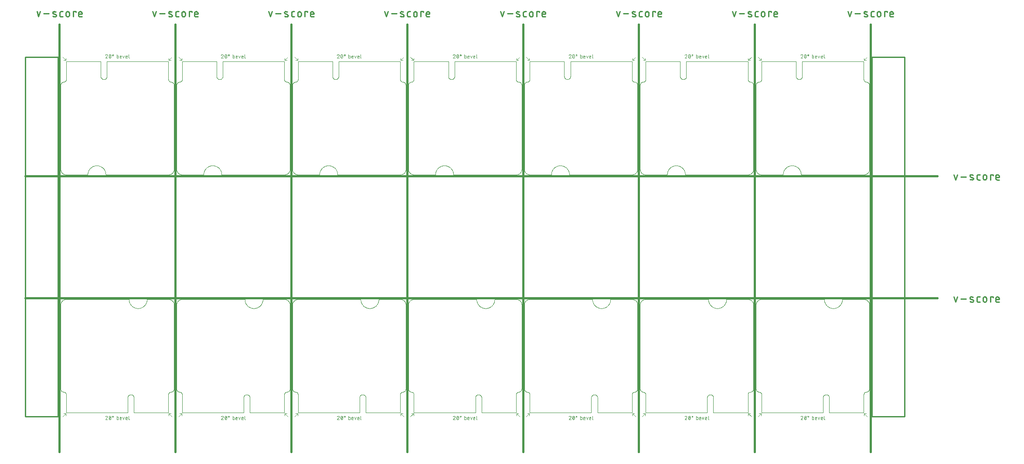
<source format=gko>
G04 EAGLE Gerber RS-274X export*
G75*
%MOMM*%
%FSLAX34Y34*%
%LPD*%
%IN*%
%IPPOS*%
%AMOC8*
5,1,8,0,0,1.08239X$1,22.5*%
G01*
%ADD10C,0.050800*%
%ADD11C,0.050000*%
%ADD12C,0.381000*%
%ADD13C,0.279400*%
%ADD14C,0.254000*%


D10*
X209250Y8001D02*
X142250Y8001D01*
X130250Y8001D02*
X10750Y8001D01*
X10750Y43001D01*
X209250Y43001D02*
X209250Y8001D01*
X90593Y-221D02*
X90591Y-139D01*
X90585Y-57D01*
X90576Y25D01*
X90563Y106D01*
X90546Y186D01*
X90525Y266D01*
X90501Y344D01*
X90473Y421D01*
X90442Y497D01*
X90407Y572D01*
X90368Y644D01*
X90327Y715D01*
X90282Y784D01*
X90234Y850D01*
X90183Y915D01*
X90129Y977D01*
X90072Y1036D01*
X90013Y1093D01*
X89951Y1147D01*
X89886Y1198D01*
X89820Y1246D01*
X89751Y1291D01*
X89680Y1332D01*
X89608Y1371D01*
X89533Y1406D01*
X89457Y1437D01*
X89380Y1465D01*
X89302Y1489D01*
X89222Y1510D01*
X89142Y1527D01*
X89061Y1540D01*
X88979Y1549D01*
X88897Y1555D01*
X88815Y1557D01*
X88722Y1555D01*
X88630Y1549D01*
X88538Y1540D01*
X88446Y1527D01*
X88355Y1510D01*
X88265Y1490D01*
X88175Y1466D01*
X88087Y1438D01*
X87999Y1406D01*
X87914Y1372D01*
X87829Y1333D01*
X87747Y1292D01*
X87666Y1247D01*
X87586Y1198D01*
X87509Y1147D01*
X87434Y1093D01*
X87362Y1035D01*
X87292Y975D01*
X87224Y911D01*
X87159Y846D01*
X87096Y777D01*
X87037Y706D01*
X86980Y633D01*
X86926Y557D01*
X86876Y480D01*
X86828Y400D01*
X86784Y319D01*
X86744Y235D01*
X86706Y151D01*
X86672Y64D01*
X86642Y-23D01*
X90001Y-1604D02*
X90062Y-1543D01*
X90120Y-1480D01*
X90175Y-1414D01*
X90228Y-1346D01*
X90277Y-1275D01*
X90322Y-1203D01*
X90365Y-1128D01*
X90404Y-1052D01*
X90440Y-973D01*
X90472Y-894D01*
X90500Y-813D01*
X90525Y-730D01*
X90546Y-647D01*
X90563Y-563D01*
X90577Y-478D01*
X90586Y-393D01*
X90592Y-307D01*
X90594Y-221D01*
X90001Y-1604D02*
X86642Y-5555D01*
X90593Y-5555D01*
X93500Y-1999D02*
X93502Y-1851D01*
X93507Y-1704D01*
X93517Y-1556D01*
X93530Y-1409D01*
X93546Y-1262D01*
X93567Y-1116D01*
X93591Y-971D01*
X93619Y-825D01*
X93650Y-681D01*
X93685Y-538D01*
X93724Y-395D01*
X93766Y-254D01*
X93812Y-113D01*
X93861Y26D01*
X93914Y164D01*
X93970Y301D01*
X94030Y436D01*
X94093Y569D01*
X94119Y640D01*
X94149Y709D01*
X94183Y777D01*
X94220Y843D01*
X94260Y907D01*
X94304Y969D01*
X94350Y1028D01*
X94400Y1085D01*
X94453Y1139D01*
X94508Y1191D01*
X94566Y1239D01*
X94626Y1285D01*
X94689Y1327D01*
X94754Y1366D01*
X94820Y1402D01*
X94889Y1434D01*
X94958Y1462D01*
X95030Y1487D01*
X95102Y1508D01*
X95176Y1526D01*
X95250Y1539D01*
X95325Y1549D01*
X95400Y1555D01*
X95476Y1557D01*
X95552Y1555D01*
X95627Y1549D01*
X95702Y1539D01*
X95776Y1526D01*
X95850Y1508D01*
X95922Y1487D01*
X95993Y1462D01*
X96063Y1434D01*
X96132Y1402D01*
X96198Y1366D01*
X96263Y1327D01*
X96326Y1285D01*
X96386Y1239D01*
X96444Y1191D01*
X96499Y1139D01*
X96552Y1085D01*
X96602Y1028D01*
X96648Y969D01*
X96692Y907D01*
X96732Y843D01*
X96769Y777D01*
X96803Y709D01*
X96833Y640D01*
X96859Y569D01*
X96858Y569D02*
X96921Y436D01*
X96981Y301D01*
X97037Y164D01*
X97090Y26D01*
X97139Y-113D01*
X97185Y-254D01*
X97227Y-395D01*
X97266Y-538D01*
X97301Y-681D01*
X97332Y-825D01*
X97360Y-971D01*
X97384Y-1116D01*
X97405Y-1262D01*
X97421Y-1409D01*
X97434Y-1556D01*
X97444Y-1704D01*
X97449Y-1851D01*
X97451Y-1999D01*
X93500Y-1999D02*
X93502Y-2147D01*
X93507Y-2294D01*
X93517Y-2442D01*
X93530Y-2589D01*
X93546Y-2736D01*
X93567Y-2882D01*
X93591Y-3027D01*
X93619Y-3173D01*
X93650Y-3317D01*
X93685Y-3460D01*
X93724Y-3603D01*
X93766Y-3744D01*
X93812Y-3885D01*
X93861Y-4024D01*
X93914Y-4162D01*
X93970Y-4299D01*
X94030Y-4434D01*
X94093Y-4567D01*
X94119Y-4638D01*
X94149Y-4707D01*
X94183Y-4775D01*
X94220Y-4841D01*
X94260Y-4905D01*
X94304Y-4967D01*
X94350Y-5026D01*
X94400Y-5083D01*
X94453Y-5137D01*
X94508Y-5189D01*
X94566Y-5237D01*
X94626Y-5283D01*
X94689Y-5325D01*
X94754Y-5364D01*
X94820Y-5400D01*
X94889Y-5432D01*
X94959Y-5460D01*
X95030Y-5485D01*
X95102Y-5506D01*
X95176Y-5524D01*
X95250Y-5537D01*
X95325Y-5547D01*
X95400Y-5553D01*
X95476Y-5555D01*
X96858Y-4567D02*
X96921Y-4434D01*
X96981Y-4299D01*
X97037Y-4162D01*
X97090Y-4024D01*
X97139Y-3885D01*
X97185Y-3744D01*
X97227Y-3603D01*
X97266Y-3460D01*
X97301Y-3317D01*
X97332Y-3173D01*
X97360Y-3027D01*
X97384Y-2882D01*
X97405Y-2736D01*
X97421Y-2589D01*
X97434Y-2442D01*
X97444Y-2294D01*
X97449Y-2147D01*
X97451Y-1999D01*
X96859Y-4567D02*
X96833Y-4638D01*
X96803Y-4707D01*
X96769Y-4775D01*
X96732Y-4841D01*
X96692Y-4905D01*
X96648Y-4967D01*
X96602Y-5026D01*
X96552Y-5083D01*
X96499Y-5137D01*
X96444Y-5189D01*
X96386Y-5237D01*
X96326Y-5283D01*
X96263Y-5325D01*
X96198Y-5364D01*
X96132Y-5400D01*
X96063Y-5432D01*
X95993Y-5460D01*
X95922Y-5485D01*
X95850Y-5506D01*
X95776Y-5524D01*
X95702Y-5537D01*
X95627Y-5547D01*
X95552Y-5553D01*
X95476Y-5555D01*
X93895Y-3975D02*
X97056Y-23D01*
X100006Y372D02*
X100008Y440D01*
X100014Y507D01*
X100023Y574D01*
X100037Y640D01*
X100054Y706D01*
X100075Y770D01*
X100099Y833D01*
X100128Y895D01*
X100159Y955D01*
X100194Y1013D01*
X100232Y1069D01*
X100274Y1122D01*
X100318Y1173D01*
X100365Y1222D01*
X100415Y1268D01*
X100467Y1310D01*
X100522Y1350D01*
X100579Y1387D01*
X100638Y1420D01*
X100699Y1450D01*
X100761Y1476D01*
X100825Y1499D01*
X100890Y1518D01*
X100956Y1533D01*
X101022Y1545D01*
X101090Y1553D01*
X101157Y1557D01*
X101225Y1557D01*
X101292Y1553D01*
X101360Y1545D01*
X101426Y1533D01*
X101492Y1518D01*
X101557Y1499D01*
X101621Y1476D01*
X101683Y1450D01*
X101744Y1420D01*
X101803Y1387D01*
X101860Y1350D01*
X101915Y1310D01*
X101967Y1268D01*
X102017Y1222D01*
X102064Y1173D01*
X102108Y1122D01*
X102150Y1069D01*
X102188Y1013D01*
X102223Y955D01*
X102254Y895D01*
X102283Y833D01*
X102307Y770D01*
X102328Y706D01*
X102345Y640D01*
X102359Y574D01*
X102368Y507D01*
X102374Y440D01*
X102376Y372D01*
X102374Y304D01*
X102368Y237D01*
X102359Y170D01*
X102345Y104D01*
X102328Y38D01*
X102307Y-26D01*
X102283Y-89D01*
X102254Y-151D01*
X102223Y-211D01*
X102188Y-269D01*
X102150Y-325D01*
X102108Y-378D01*
X102064Y-429D01*
X102017Y-478D01*
X101967Y-524D01*
X101915Y-566D01*
X101860Y-606D01*
X101803Y-643D01*
X101744Y-676D01*
X101683Y-706D01*
X101621Y-732D01*
X101557Y-755D01*
X101492Y-774D01*
X101426Y-789D01*
X101360Y-801D01*
X101292Y-809D01*
X101225Y-813D01*
X101157Y-813D01*
X101090Y-809D01*
X101022Y-801D01*
X100956Y-789D01*
X100890Y-774D01*
X100825Y-755D01*
X100761Y-732D01*
X100699Y-706D01*
X100638Y-676D01*
X100579Y-643D01*
X100522Y-606D01*
X100467Y-566D01*
X100415Y-524D01*
X100365Y-478D01*
X100318Y-429D01*
X100274Y-378D01*
X100232Y-325D01*
X100194Y-269D01*
X100159Y-211D01*
X100128Y-151D01*
X100099Y-89D01*
X100075Y-26D01*
X100054Y38D01*
X100037Y104D01*
X100023Y170D01*
X100014Y237D01*
X100008Y304D01*
X100006Y372D01*
X108787Y1557D02*
X108787Y-5555D01*
X110762Y-5555D01*
X110828Y-5553D01*
X110895Y-5548D01*
X110960Y-5538D01*
X111026Y-5525D01*
X111090Y-5509D01*
X111153Y-5489D01*
X111215Y-5465D01*
X111276Y-5438D01*
X111335Y-5407D01*
X111392Y-5373D01*
X111448Y-5336D01*
X111501Y-5296D01*
X111552Y-5254D01*
X111600Y-5208D01*
X111646Y-5160D01*
X111688Y-5109D01*
X111728Y-5056D01*
X111765Y-5000D01*
X111799Y-4943D01*
X111830Y-4884D01*
X111857Y-4824D01*
X111880Y-4761D01*
X111901Y-4698D01*
X111917Y-4634D01*
X111930Y-4569D01*
X111940Y-4503D01*
X111945Y-4436D01*
X111947Y-4370D01*
X111947Y-1999D01*
X111945Y-1933D01*
X111940Y-1866D01*
X111930Y-1801D01*
X111917Y-1735D01*
X111901Y-1671D01*
X111881Y-1608D01*
X111857Y-1546D01*
X111830Y-1485D01*
X111799Y-1426D01*
X111765Y-1369D01*
X111728Y-1313D01*
X111688Y-1260D01*
X111646Y-1209D01*
X111600Y-1161D01*
X111552Y-1115D01*
X111501Y-1073D01*
X111448Y-1033D01*
X111392Y-996D01*
X111335Y-962D01*
X111276Y-931D01*
X111215Y-904D01*
X111153Y-880D01*
X111090Y-860D01*
X111026Y-844D01*
X110960Y-831D01*
X110895Y-821D01*
X110828Y-816D01*
X110762Y-814D01*
X108787Y-814D01*
X115883Y-5555D02*
X117859Y-5555D01*
X115883Y-5555D02*
X115817Y-5553D01*
X115750Y-5548D01*
X115685Y-5538D01*
X115619Y-5525D01*
X115555Y-5509D01*
X115492Y-5489D01*
X115430Y-5465D01*
X115369Y-5438D01*
X115310Y-5407D01*
X115253Y-5373D01*
X115197Y-5336D01*
X115144Y-5296D01*
X115093Y-5254D01*
X115045Y-5208D01*
X114999Y-5160D01*
X114957Y-5109D01*
X114917Y-5056D01*
X114880Y-5000D01*
X114846Y-4943D01*
X114815Y-4884D01*
X114788Y-4823D01*
X114764Y-4761D01*
X114744Y-4698D01*
X114728Y-4634D01*
X114715Y-4568D01*
X114705Y-4503D01*
X114700Y-4436D01*
X114698Y-4370D01*
X114698Y-2394D01*
X114700Y-2315D01*
X114706Y-2237D01*
X114716Y-2159D01*
X114729Y-2081D01*
X114747Y-2004D01*
X114768Y-1928D01*
X114793Y-1854D01*
X114822Y-1780D01*
X114854Y-1708D01*
X114890Y-1638D01*
X114930Y-1570D01*
X114973Y-1504D01*
X115019Y-1440D01*
X115068Y-1378D01*
X115120Y-1319D01*
X115175Y-1263D01*
X115233Y-1209D01*
X115293Y-1159D01*
X115356Y-1111D01*
X115421Y-1067D01*
X115488Y-1026D01*
X115557Y-988D01*
X115628Y-954D01*
X115701Y-923D01*
X115775Y-896D01*
X115850Y-873D01*
X115926Y-854D01*
X116004Y-838D01*
X116082Y-826D01*
X116160Y-818D01*
X116239Y-814D01*
X116317Y-814D01*
X116396Y-818D01*
X116474Y-826D01*
X116552Y-838D01*
X116630Y-854D01*
X116706Y-873D01*
X116781Y-896D01*
X116855Y-923D01*
X116928Y-954D01*
X116999Y-988D01*
X117068Y-1026D01*
X117135Y-1067D01*
X117200Y-1111D01*
X117263Y-1159D01*
X117323Y-1209D01*
X117381Y-1263D01*
X117436Y-1319D01*
X117488Y-1378D01*
X117537Y-1440D01*
X117583Y-1504D01*
X117626Y-1570D01*
X117666Y-1638D01*
X117702Y-1708D01*
X117734Y-1780D01*
X117763Y-1854D01*
X117788Y-1928D01*
X117809Y-2004D01*
X117827Y-2081D01*
X117840Y-2159D01*
X117850Y-2237D01*
X117856Y-2315D01*
X117858Y-2394D01*
X117859Y-2394D02*
X117859Y-3184D01*
X114698Y-3184D01*
X120413Y-814D02*
X121993Y-5555D01*
X123574Y-814D01*
X127313Y-5555D02*
X129289Y-5555D01*
X127313Y-5555D02*
X127247Y-5553D01*
X127180Y-5548D01*
X127115Y-5538D01*
X127049Y-5525D01*
X126985Y-5509D01*
X126922Y-5489D01*
X126860Y-5465D01*
X126799Y-5438D01*
X126740Y-5407D01*
X126683Y-5373D01*
X126627Y-5336D01*
X126574Y-5296D01*
X126523Y-5254D01*
X126475Y-5208D01*
X126429Y-5160D01*
X126387Y-5109D01*
X126347Y-5056D01*
X126310Y-5000D01*
X126276Y-4943D01*
X126245Y-4884D01*
X126218Y-4823D01*
X126194Y-4761D01*
X126174Y-4698D01*
X126158Y-4634D01*
X126145Y-4568D01*
X126135Y-4503D01*
X126130Y-4436D01*
X126128Y-4370D01*
X126128Y-2394D01*
X126130Y-2315D01*
X126136Y-2237D01*
X126146Y-2159D01*
X126159Y-2081D01*
X126177Y-2004D01*
X126198Y-1928D01*
X126223Y-1854D01*
X126252Y-1780D01*
X126284Y-1708D01*
X126320Y-1638D01*
X126360Y-1570D01*
X126403Y-1504D01*
X126449Y-1440D01*
X126498Y-1378D01*
X126550Y-1319D01*
X126605Y-1263D01*
X126663Y-1209D01*
X126723Y-1159D01*
X126786Y-1111D01*
X126851Y-1067D01*
X126918Y-1026D01*
X126987Y-988D01*
X127058Y-954D01*
X127131Y-923D01*
X127205Y-896D01*
X127280Y-873D01*
X127356Y-854D01*
X127434Y-838D01*
X127512Y-826D01*
X127590Y-818D01*
X127669Y-814D01*
X127747Y-814D01*
X127826Y-818D01*
X127904Y-826D01*
X127982Y-838D01*
X128060Y-854D01*
X128136Y-873D01*
X128211Y-896D01*
X128285Y-923D01*
X128358Y-954D01*
X128429Y-988D01*
X128498Y-1026D01*
X128565Y-1067D01*
X128630Y-1111D01*
X128693Y-1159D01*
X128753Y-1209D01*
X128811Y-1263D01*
X128866Y-1319D01*
X128918Y-1378D01*
X128967Y-1440D01*
X129013Y-1504D01*
X129056Y-1570D01*
X129096Y-1638D01*
X129132Y-1708D01*
X129164Y-1780D01*
X129193Y-1854D01*
X129218Y-1928D01*
X129239Y-2004D01*
X129257Y-2081D01*
X129270Y-2159D01*
X129280Y-2237D01*
X129286Y-2315D01*
X129288Y-2394D01*
X129289Y-2394D02*
X129289Y-3184D01*
X126128Y-3184D01*
X132173Y-4370D02*
X132173Y1557D01*
X132173Y-4370D02*
X132175Y-4436D01*
X132180Y-4503D01*
X132190Y-4568D01*
X132203Y-4634D01*
X132219Y-4698D01*
X132239Y-4761D01*
X132263Y-4823D01*
X132290Y-4884D01*
X132321Y-4943D01*
X132355Y-5000D01*
X132392Y-5056D01*
X132432Y-5109D01*
X132474Y-5160D01*
X132520Y-5208D01*
X132568Y-5254D01*
X132619Y-5296D01*
X132672Y-5336D01*
X132728Y-5373D01*
X132785Y-5407D01*
X132844Y-5438D01*
X132905Y-5465D01*
X132967Y-5489D01*
X133030Y-5509D01*
X133094Y-5525D01*
X133160Y-5538D01*
X133225Y-5548D01*
X133292Y-5553D01*
X133358Y-5555D01*
X209250Y43001D02*
X209254Y43141D01*
X209263Y43281D01*
X209275Y43421D01*
X209291Y43560D01*
X209311Y43699D01*
X209334Y43837D01*
X209362Y43975D01*
X209393Y44111D01*
X209428Y44247D01*
X209467Y44382D01*
X209509Y44516D01*
X209555Y44648D01*
X209605Y44779D01*
X209658Y44909D01*
X209715Y45037D01*
X209775Y45164D01*
X209838Y45289D01*
X209906Y45412D01*
X209976Y45533D01*
X210050Y45652D01*
X210127Y45770D01*
X210207Y45885D01*
X210290Y45997D01*
X210377Y46108D01*
X210466Y46216D01*
X210558Y46321D01*
X210653Y46424D01*
X210751Y46525D01*
X210852Y46622D01*
X210955Y46717D01*
X211061Y46809D01*
X211170Y46898D01*
X211280Y46984D01*
X211393Y47067D01*
X211509Y47147D01*
X211626Y47223D01*
X211746Y47297D01*
X211867Y47367D01*
X211991Y47433D01*
X212116Y47496D01*
X212243Y47556D01*
X212371Y47612D01*
X212501Y47665D01*
X212632Y47714D01*
X212765Y47760D01*
X212899Y47802D01*
X213034Y47840D01*
X213170Y47874D01*
X213306Y47905D01*
X213444Y47932D01*
X213582Y47955D01*
X213721Y47974D01*
X213861Y47990D01*
X214000Y48002D01*
X10750Y43001D02*
X10744Y43143D01*
X10734Y43286D01*
X10720Y43427D01*
X10702Y43569D01*
X10681Y43710D01*
X10655Y43850D01*
X10626Y43989D01*
X10593Y44128D01*
X10556Y44265D01*
X10515Y44402D01*
X10470Y44537D01*
X10422Y44671D01*
X10370Y44804D01*
X10314Y44935D01*
X10255Y45065D01*
X10192Y45193D01*
X10126Y45319D01*
X10056Y45443D01*
X9983Y45565D01*
X9907Y45685D01*
X9827Y45803D01*
X9744Y45919D01*
X9658Y46033D01*
X9569Y46144D01*
X9476Y46252D01*
X9381Y46358D01*
X9283Y46462D01*
X9182Y46562D01*
X9078Y46660D01*
X8972Y46755D01*
X8863Y46847D01*
X8752Y46935D01*
X8638Y47021D01*
X8522Y47104D01*
X8403Y47183D01*
X8283Y47259D01*
X8160Y47332D01*
X8036Y47401D01*
X7909Y47467D01*
X7781Y47529D01*
X7651Y47588D01*
X7520Y47643D01*
X7387Y47694D01*
X7253Y47742D01*
X7117Y47786D01*
X6981Y47826D01*
X6843Y47863D01*
X6704Y47895D01*
X6565Y47924D01*
X6424Y47949D01*
X6284Y47970D01*
X6142Y47987D01*
X6000Y48001D01*
D11*
X210000Y6001D02*
X216000Y1D01*
X210000Y2001D02*
X210000Y6001D01*
X214000Y6001D01*
X10000Y6001D02*
X4000Y1D01*
X6000Y6001D02*
X10000Y6001D01*
X10000Y2001D01*
D10*
X167500Y228001D02*
X210000Y228001D01*
X167500Y228001D02*
X167495Y227575D01*
X167479Y227149D01*
X167453Y226724D01*
X167417Y226299D01*
X167370Y225875D01*
X167314Y225453D01*
X167246Y225032D01*
X167169Y224613D01*
X167081Y224196D01*
X166984Y223781D01*
X166876Y223369D01*
X166758Y222959D01*
X166630Y222553D01*
X166493Y222149D01*
X166345Y221749D01*
X166188Y221353D01*
X166022Y220961D01*
X165845Y220573D01*
X165660Y220189D01*
X165465Y219810D01*
X165261Y219436D01*
X165048Y219067D01*
X164826Y218703D01*
X164595Y218345D01*
X164356Y217993D01*
X164108Y217646D01*
X163851Y217305D01*
X163587Y216971D01*
X163314Y216644D01*
X163034Y216323D01*
X162745Y216009D01*
X162449Y215702D01*
X162146Y215403D01*
X161836Y215111D01*
X161519Y214826D01*
X161194Y214550D01*
X160863Y214281D01*
X160526Y214021D01*
X160183Y213768D01*
X159833Y213525D01*
X159478Y213290D01*
X159116Y213063D01*
X158750Y212846D01*
X158378Y212637D01*
X158002Y212438D01*
X157620Y212247D01*
X157235Y212066D01*
X156844Y211895D01*
X156450Y211733D01*
X156052Y211581D01*
X155650Y211438D01*
X155245Y211306D01*
X154837Y211183D01*
X154426Y211070D01*
X154013Y210967D01*
X153597Y210875D01*
X153179Y210792D01*
X152759Y210720D01*
X152337Y210658D01*
X151914Y210606D01*
X151490Y210565D01*
X151065Y210533D01*
X150639Y210513D01*
X150213Y210502D01*
X149787Y210502D01*
X149361Y210513D01*
X148935Y210533D01*
X148510Y210565D01*
X148086Y210606D01*
X147663Y210658D01*
X147241Y210720D01*
X146821Y210792D01*
X146403Y210875D01*
X145987Y210967D01*
X145574Y211070D01*
X145163Y211183D01*
X144755Y211306D01*
X144350Y211438D01*
X143948Y211581D01*
X143550Y211733D01*
X143156Y211895D01*
X142765Y212066D01*
X142380Y212247D01*
X141998Y212438D01*
X141622Y212637D01*
X141250Y212846D01*
X140884Y213063D01*
X140522Y213290D01*
X140167Y213525D01*
X139817Y213768D01*
X139474Y214021D01*
X139137Y214281D01*
X138806Y214550D01*
X138481Y214826D01*
X138164Y215111D01*
X137854Y215403D01*
X137551Y215702D01*
X137255Y216009D01*
X136966Y216323D01*
X136686Y216644D01*
X136413Y216971D01*
X136149Y217305D01*
X135892Y217646D01*
X135644Y217993D01*
X135405Y218345D01*
X135174Y218703D01*
X134952Y219067D01*
X134739Y219436D01*
X134535Y219810D01*
X134340Y220189D01*
X134155Y220573D01*
X133978Y220961D01*
X133812Y221353D01*
X133655Y221749D01*
X133507Y222149D01*
X133370Y222553D01*
X133242Y222959D01*
X133124Y223369D01*
X133016Y223781D01*
X132919Y224196D01*
X132831Y224613D01*
X132754Y225032D01*
X132686Y225453D01*
X132630Y225875D01*
X132583Y226299D01*
X132547Y226724D01*
X132521Y227149D01*
X132505Y227575D01*
X132500Y228001D01*
X10000Y228001D01*
X0Y218001D02*
X0Y54001D01*
X142250Y37001D02*
X142250Y8001D01*
X130250Y8001D02*
X130250Y37001D01*
X130252Y37154D01*
X130258Y37307D01*
X130268Y37460D01*
X130281Y37613D01*
X130299Y37765D01*
X130320Y37917D01*
X130346Y38068D01*
X130375Y38218D01*
X130408Y38368D01*
X130445Y38517D01*
X130485Y38665D01*
X130530Y38811D01*
X130578Y38957D01*
X130630Y39101D01*
X130685Y39244D01*
X130744Y39385D01*
X130807Y39525D01*
X130873Y39663D01*
X130943Y39800D01*
X131016Y39934D01*
X131093Y40067D01*
X131173Y40198D01*
X131256Y40326D01*
X131342Y40453D01*
X131432Y40577D01*
X131525Y40699D01*
X131621Y40818D01*
X131720Y40935D01*
X131822Y41050D01*
X131927Y41162D01*
X132035Y41271D01*
X132145Y41377D01*
X132258Y41480D01*
X132374Y41581D01*
X132492Y41678D01*
X132613Y41773D01*
X132736Y41864D01*
X132861Y41952D01*
X132989Y42037D01*
X133118Y42119D01*
X133250Y42197D01*
X133384Y42272D01*
X133519Y42344D01*
X133657Y42412D01*
X133796Y42476D01*
X133936Y42537D01*
X134078Y42594D01*
X134222Y42648D01*
X134367Y42698D01*
X134513Y42744D01*
X134660Y42787D01*
X134808Y42825D01*
X134958Y42860D01*
X135108Y42891D01*
X135258Y42919D01*
X135410Y42942D01*
X135562Y42961D01*
X135714Y42977D01*
X135867Y42989D01*
X136020Y42997D01*
X136173Y43001D01*
X136327Y43001D01*
X136480Y42997D01*
X136633Y42989D01*
X136786Y42977D01*
X136938Y42961D01*
X137090Y42942D01*
X137242Y42919D01*
X137392Y42891D01*
X137542Y42860D01*
X137692Y42825D01*
X137840Y42787D01*
X137987Y42744D01*
X138133Y42698D01*
X138278Y42648D01*
X138422Y42594D01*
X138564Y42537D01*
X138704Y42476D01*
X138843Y42412D01*
X138981Y42344D01*
X139116Y42272D01*
X139250Y42197D01*
X139382Y42119D01*
X139511Y42037D01*
X139639Y41952D01*
X139764Y41864D01*
X139887Y41773D01*
X140008Y41678D01*
X140126Y41581D01*
X140242Y41480D01*
X140355Y41377D01*
X140465Y41271D01*
X140573Y41162D01*
X140678Y41050D01*
X140780Y40935D01*
X140879Y40818D01*
X140975Y40699D01*
X141068Y40577D01*
X141158Y40453D01*
X141244Y40326D01*
X141327Y40198D01*
X141407Y40067D01*
X141484Y39934D01*
X141557Y39800D01*
X141627Y39663D01*
X141693Y39525D01*
X141756Y39385D01*
X141815Y39244D01*
X141870Y39101D01*
X141922Y38957D01*
X141970Y38811D01*
X142015Y38665D01*
X142055Y38517D01*
X142092Y38368D01*
X142125Y38218D01*
X142154Y38068D01*
X142180Y37917D01*
X142201Y37765D01*
X142219Y37613D01*
X142232Y37460D01*
X142242Y37307D01*
X142248Y37154D01*
X142250Y37001D01*
D11*
X220000Y54001D02*
X220000Y218001D01*
X220001Y54001D02*
X219994Y53845D01*
X219984Y53689D01*
X219970Y53534D01*
X219952Y53379D01*
X219930Y53225D01*
X219904Y53071D01*
X219874Y52918D01*
X219840Y52766D01*
X219803Y52615D01*
X219762Y52464D01*
X219717Y52315D01*
X219668Y52167D01*
X219615Y52020D01*
X219559Y51875D01*
X219499Y51731D01*
X219436Y51588D01*
X219369Y51448D01*
X219298Y51309D01*
X219224Y51171D01*
X219146Y51036D01*
X219066Y50903D01*
X218981Y50772D01*
X218894Y50643D01*
X218803Y50516D01*
X218709Y50391D01*
X218612Y50269D01*
X218512Y50150D01*
X218409Y50033D01*
X218303Y49919D01*
X218194Y49807D01*
X218082Y49698D01*
X217968Y49592D01*
X217851Y49489D01*
X217732Y49389D01*
X217610Y49292D01*
X217485Y49198D01*
X217358Y49107D01*
X217229Y49020D01*
X217098Y48935D01*
X216965Y48855D01*
X216830Y48777D01*
X216692Y48703D01*
X216553Y48632D01*
X216413Y48565D01*
X216270Y48502D01*
X216126Y48442D01*
X215981Y48386D01*
X215834Y48333D01*
X215686Y48284D01*
X215537Y48239D01*
X215386Y48198D01*
X215235Y48161D01*
X215083Y48127D01*
X214930Y48097D01*
X214776Y48071D01*
X214622Y48049D01*
X214467Y48031D01*
X214312Y48017D01*
X214156Y48007D01*
X214000Y48000D01*
X6000Y48000D02*
X5844Y48007D01*
X5688Y48017D01*
X5533Y48031D01*
X5378Y48049D01*
X5224Y48071D01*
X5070Y48097D01*
X4917Y48127D01*
X4765Y48161D01*
X4614Y48198D01*
X4463Y48239D01*
X4314Y48284D01*
X4166Y48333D01*
X4019Y48386D01*
X3874Y48442D01*
X3730Y48502D01*
X3587Y48565D01*
X3447Y48632D01*
X3308Y48703D01*
X3170Y48777D01*
X3035Y48855D01*
X2902Y48935D01*
X2771Y49020D01*
X2642Y49107D01*
X2515Y49198D01*
X2390Y49292D01*
X2268Y49389D01*
X2149Y49489D01*
X2032Y49592D01*
X1918Y49698D01*
X1806Y49807D01*
X1697Y49919D01*
X1591Y50033D01*
X1488Y50150D01*
X1388Y50269D01*
X1291Y50391D01*
X1197Y50516D01*
X1106Y50643D01*
X1019Y50772D01*
X934Y50903D01*
X854Y51036D01*
X776Y51171D01*
X702Y51309D01*
X631Y51448D01*
X564Y51588D01*
X501Y51731D01*
X441Y51875D01*
X385Y52020D01*
X332Y52167D01*
X283Y52315D01*
X238Y52464D01*
X197Y52615D01*
X160Y52766D01*
X126Y52918D01*
X96Y53071D01*
X70Y53225D01*
X48Y53379D01*
X30Y53534D01*
X16Y53689D01*
X6Y53845D01*
X-1Y54001D01*
X210000Y228001D02*
X210248Y227992D01*
X210495Y227977D01*
X210742Y227956D01*
X210988Y227929D01*
X211233Y227896D01*
X211478Y227857D01*
X211722Y227813D01*
X211964Y227762D01*
X212205Y227706D01*
X212445Y227643D01*
X212683Y227575D01*
X212920Y227502D01*
X213154Y227422D01*
X213387Y227337D01*
X213617Y227247D01*
X213846Y227150D01*
X214072Y227049D01*
X214295Y226942D01*
X214516Y226829D01*
X214734Y226711D01*
X214949Y226588D01*
X215160Y226460D01*
X215369Y226327D01*
X215575Y226189D01*
X215777Y226046D01*
X215976Y225898D01*
X216171Y225745D01*
X216362Y225587D01*
X216549Y225425D01*
X216733Y225259D01*
X216912Y225088D01*
X217087Y224913D01*
X217258Y224734D01*
X217424Y224550D01*
X217586Y224363D01*
X217744Y224172D01*
X217897Y223977D01*
X218045Y223778D01*
X218188Y223576D01*
X218326Y223370D01*
X218459Y223161D01*
X218587Y222950D01*
X218710Y222735D01*
X218828Y222517D01*
X218941Y222296D01*
X219048Y222073D01*
X219149Y221847D01*
X219246Y221618D01*
X219336Y221388D01*
X219421Y221155D01*
X219501Y220921D01*
X219574Y220684D01*
X219642Y220446D01*
X219705Y220206D01*
X219761Y219965D01*
X219812Y219723D01*
X219856Y219479D01*
X219895Y219234D01*
X219928Y218989D01*
X219955Y218743D01*
X219976Y218496D01*
X219991Y218249D01*
X220000Y218001D01*
X10000Y228001D02*
X9752Y227992D01*
X9505Y227977D01*
X9258Y227956D01*
X9012Y227929D01*
X8767Y227896D01*
X8522Y227857D01*
X8278Y227813D01*
X8036Y227762D01*
X7795Y227706D01*
X7555Y227643D01*
X7317Y227575D01*
X7080Y227502D01*
X6846Y227422D01*
X6613Y227337D01*
X6383Y227247D01*
X6154Y227150D01*
X5928Y227049D01*
X5705Y226942D01*
X5484Y226829D01*
X5266Y226711D01*
X5051Y226588D01*
X4840Y226460D01*
X4631Y226327D01*
X4425Y226189D01*
X4223Y226046D01*
X4024Y225898D01*
X3829Y225745D01*
X3638Y225587D01*
X3451Y225425D01*
X3267Y225259D01*
X3088Y225088D01*
X2913Y224913D01*
X2742Y224734D01*
X2576Y224550D01*
X2414Y224363D01*
X2256Y224172D01*
X2103Y223977D01*
X1955Y223778D01*
X1812Y223576D01*
X1674Y223370D01*
X1541Y223161D01*
X1413Y222950D01*
X1290Y222735D01*
X1172Y222517D01*
X1059Y222296D01*
X952Y222073D01*
X851Y221847D01*
X754Y221618D01*
X664Y221388D01*
X579Y221155D01*
X499Y220921D01*
X426Y220684D01*
X358Y220446D01*
X295Y220206D01*
X239Y219965D01*
X188Y219723D01*
X144Y219479D01*
X105Y219234D01*
X72Y218989D01*
X45Y218743D01*
X24Y218496D01*
X9Y218249D01*
X0Y218001D01*
D10*
X132500Y228001D02*
X132505Y227575D01*
X132521Y227149D01*
X132547Y226724D01*
X132583Y226299D01*
X132630Y225875D01*
X132686Y225453D01*
X132754Y225032D01*
X132831Y224613D01*
X132919Y224196D01*
X133016Y223781D01*
X133124Y223369D01*
X133242Y222959D01*
X133370Y222553D01*
X133507Y222149D01*
X133655Y221749D01*
X133812Y221353D01*
X133978Y220961D01*
X134155Y220573D01*
X134340Y220189D01*
X134535Y219810D01*
X134739Y219436D01*
X134952Y219067D01*
X135174Y218703D01*
X135405Y218345D01*
X135644Y217993D01*
X135892Y217646D01*
X136149Y217305D01*
X136413Y216971D01*
X136686Y216644D01*
X136966Y216323D01*
X137255Y216009D01*
X137551Y215702D01*
X137854Y215403D01*
X138164Y215111D01*
X138481Y214826D01*
X138806Y214550D01*
X139137Y214281D01*
X139474Y214021D01*
X139817Y213768D01*
X140167Y213525D01*
X140522Y213290D01*
X140884Y213063D01*
X141250Y212846D01*
X141622Y212637D01*
X141998Y212438D01*
X142380Y212247D01*
X142765Y212066D01*
X143156Y211895D01*
X143550Y211733D01*
X143948Y211581D01*
X144350Y211438D01*
X144755Y211306D01*
X145163Y211183D01*
X145574Y211070D01*
X145987Y210967D01*
X146403Y210875D01*
X146821Y210792D01*
X147241Y210720D01*
X147663Y210658D01*
X148086Y210606D01*
X148510Y210565D01*
X148935Y210533D01*
X149361Y210513D01*
X149787Y210502D01*
X150213Y210502D01*
X150639Y210513D01*
X151065Y210533D01*
X151490Y210565D01*
X151914Y210606D01*
X152337Y210658D01*
X152759Y210720D01*
X153179Y210792D01*
X153597Y210875D01*
X154013Y210967D01*
X154426Y211070D01*
X154837Y211183D01*
X155245Y211306D01*
X155650Y211438D01*
X156052Y211581D01*
X156450Y211733D01*
X156844Y211895D01*
X157235Y212066D01*
X157620Y212247D01*
X158002Y212438D01*
X158378Y212637D01*
X158750Y212846D01*
X159116Y213063D01*
X159478Y213290D01*
X159833Y213525D01*
X160183Y213768D01*
X160526Y214021D01*
X160863Y214281D01*
X161194Y214550D01*
X161519Y214826D01*
X161836Y215111D01*
X162146Y215403D01*
X162449Y215702D01*
X162745Y216009D01*
X163034Y216323D01*
X163314Y216644D01*
X163587Y216971D01*
X163851Y217305D01*
X164108Y217646D01*
X164356Y217993D01*
X164595Y218345D01*
X164826Y218703D01*
X165048Y219067D01*
X165261Y219436D01*
X165465Y219810D01*
X165660Y220189D01*
X165845Y220573D01*
X166022Y220961D01*
X166188Y221353D01*
X166345Y221749D01*
X166493Y222149D01*
X166630Y222553D01*
X166758Y222959D01*
X166876Y223369D01*
X166984Y223781D01*
X167081Y224196D01*
X167169Y224613D01*
X167246Y225032D01*
X167314Y225453D01*
X167370Y225875D01*
X167417Y226299D01*
X167453Y226724D01*
X167479Y227149D01*
X167495Y227575D01*
X167500Y228001D01*
X367319Y8001D02*
X434319Y8001D01*
X355319Y8001D02*
X235819Y8001D01*
X235819Y43001D01*
X434319Y43001D02*
X434319Y8001D01*
X315663Y-221D02*
X315661Y-139D01*
X315655Y-57D01*
X315646Y25D01*
X315633Y106D01*
X315616Y186D01*
X315595Y266D01*
X315571Y344D01*
X315543Y421D01*
X315512Y497D01*
X315477Y572D01*
X315438Y644D01*
X315397Y715D01*
X315352Y784D01*
X315304Y850D01*
X315253Y915D01*
X315199Y977D01*
X315142Y1036D01*
X315083Y1093D01*
X315021Y1147D01*
X314956Y1198D01*
X314890Y1246D01*
X314821Y1291D01*
X314750Y1332D01*
X314678Y1371D01*
X314603Y1406D01*
X314527Y1437D01*
X314450Y1465D01*
X314372Y1489D01*
X314292Y1510D01*
X314212Y1527D01*
X314131Y1540D01*
X314049Y1549D01*
X313967Y1555D01*
X313885Y1557D01*
X313792Y1555D01*
X313700Y1549D01*
X313608Y1540D01*
X313516Y1527D01*
X313425Y1510D01*
X313335Y1490D01*
X313245Y1466D01*
X313157Y1438D01*
X313069Y1406D01*
X312984Y1372D01*
X312899Y1333D01*
X312817Y1292D01*
X312736Y1247D01*
X312656Y1198D01*
X312579Y1147D01*
X312504Y1093D01*
X312432Y1035D01*
X312362Y975D01*
X312294Y911D01*
X312229Y846D01*
X312166Y777D01*
X312107Y706D01*
X312050Y633D01*
X311996Y557D01*
X311946Y480D01*
X311898Y400D01*
X311854Y319D01*
X311814Y235D01*
X311776Y151D01*
X311742Y64D01*
X311712Y-23D01*
X315070Y-1604D02*
X315131Y-1543D01*
X315189Y-1480D01*
X315244Y-1414D01*
X315297Y-1346D01*
X315346Y-1275D01*
X315391Y-1203D01*
X315434Y-1128D01*
X315473Y-1052D01*
X315509Y-973D01*
X315541Y-894D01*
X315569Y-813D01*
X315594Y-730D01*
X315615Y-647D01*
X315632Y-563D01*
X315646Y-478D01*
X315655Y-393D01*
X315661Y-307D01*
X315663Y-221D01*
X315070Y-1604D02*
X311712Y-5555D01*
X315663Y-5555D01*
X318569Y-1999D02*
X318571Y-1851D01*
X318576Y-1704D01*
X318586Y-1556D01*
X318599Y-1409D01*
X318615Y-1262D01*
X318636Y-1116D01*
X318660Y-971D01*
X318688Y-825D01*
X318719Y-681D01*
X318754Y-538D01*
X318793Y-395D01*
X318835Y-254D01*
X318881Y-113D01*
X318930Y26D01*
X318983Y164D01*
X319039Y301D01*
X319099Y436D01*
X319162Y569D01*
X319188Y640D01*
X319218Y709D01*
X319252Y777D01*
X319289Y843D01*
X319329Y907D01*
X319373Y969D01*
X319419Y1028D01*
X319469Y1085D01*
X319522Y1139D01*
X319577Y1191D01*
X319635Y1239D01*
X319695Y1285D01*
X319758Y1327D01*
X319823Y1366D01*
X319889Y1402D01*
X319958Y1434D01*
X320027Y1462D01*
X320099Y1487D01*
X320171Y1508D01*
X320245Y1526D01*
X320319Y1539D01*
X320394Y1549D01*
X320469Y1555D01*
X320545Y1557D01*
X320621Y1555D01*
X320696Y1549D01*
X320771Y1539D01*
X320845Y1526D01*
X320919Y1508D01*
X320991Y1487D01*
X321062Y1462D01*
X321132Y1434D01*
X321201Y1402D01*
X321267Y1366D01*
X321332Y1327D01*
X321395Y1285D01*
X321455Y1239D01*
X321513Y1191D01*
X321568Y1139D01*
X321621Y1085D01*
X321671Y1028D01*
X321717Y969D01*
X321761Y907D01*
X321801Y843D01*
X321838Y777D01*
X321872Y709D01*
X321902Y640D01*
X321928Y569D01*
X321991Y436D01*
X322051Y301D01*
X322107Y164D01*
X322160Y26D01*
X322209Y-113D01*
X322255Y-254D01*
X322297Y-395D01*
X322336Y-538D01*
X322371Y-681D01*
X322402Y-825D01*
X322430Y-971D01*
X322454Y-1116D01*
X322475Y-1262D01*
X322491Y-1409D01*
X322504Y-1556D01*
X322514Y-1704D01*
X322519Y-1851D01*
X322521Y-1999D01*
X318570Y-1999D02*
X318572Y-2147D01*
X318577Y-2294D01*
X318587Y-2442D01*
X318600Y-2589D01*
X318616Y-2736D01*
X318637Y-2882D01*
X318661Y-3027D01*
X318689Y-3173D01*
X318720Y-3317D01*
X318755Y-3460D01*
X318794Y-3603D01*
X318836Y-3744D01*
X318882Y-3885D01*
X318931Y-4024D01*
X318984Y-4162D01*
X319040Y-4299D01*
X319100Y-4434D01*
X319163Y-4567D01*
X319162Y-4567D02*
X319188Y-4638D01*
X319218Y-4707D01*
X319252Y-4775D01*
X319289Y-4841D01*
X319329Y-4905D01*
X319373Y-4967D01*
X319419Y-5026D01*
X319469Y-5083D01*
X319522Y-5137D01*
X319577Y-5189D01*
X319635Y-5237D01*
X319695Y-5283D01*
X319758Y-5325D01*
X319823Y-5364D01*
X319889Y-5400D01*
X319958Y-5432D01*
X320028Y-5460D01*
X320099Y-5485D01*
X320171Y-5506D01*
X320245Y-5524D01*
X320319Y-5537D01*
X320394Y-5547D01*
X320469Y-5553D01*
X320545Y-5555D01*
X321928Y-4567D02*
X321991Y-4434D01*
X322051Y-4299D01*
X322107Y-4162D01*
X322160Y-4024D01*
X322209Y-3885D01*
X322255Y-3744D01*
X322297Y-3603D01*
X322336Y-3460D01*
X322371Y-3317D01*
X322402Y-3173D01*
X322430Y-3027D01*
X322454Y-2882D01*
X322475Y-2736D01*
X322491Y-2589D01*
X322504Y-2442D01*
X322514Y-2294D01*
X322519Y-2147D01*
X322521Y-1999D01*
X321928Y-4567D02*
X321902Y-4638D01*
X321872Y-4707D01*
X321838Y-4775D01*
X321801Y-4841D01*
X321761Y-4905D01*
X321717Y-4967D01*
X321671Y-5026D01*
X321621Y-5083D01*
X321568Y-5137D01*
X321513Y-5189D01*
X321455Y-5237D01*
X321395Y-5283D01*
X321332Y-5325D01*
X321267Y-5364D01*
X321201Y-5400D01*
X321132Y-5432D01*
X321062Y-5460D01*
X320991Y-5485D01*
X320919Y-5506D01*
X320845Y-5524D01*
X320771Y-5537D01*
X320696Y-5547D01*
X320621Y-5553D01*
X320545Y-5555D01*
X318965Y-3975D02*
X322126Y-23D01*
X325075Y372D02*
X325077Y440D01*
X325083Y507D01*
X325092Y574D01*
X325106Y640D01*
X325123Y706D01*
X325144Y770D01*
X325168Y833D01*
X325197Y895D01*
X325228Y955D01*
X325263Y1013D01*
X325301Y1069D01*
X325343Y1122D01*
X325387Y1173D01*
X325434Y1222D01*
X325484Y1268D01*
X325536Y1310D01*
X325591Y1350D01*
X325648Y1387D01*
X325707Y1420D01*
X325768Y1450D01*
X325830Y1476D01*
X325894Y1499D01*
X325959Y1518D01*
X326025Y1533D01*
X326091Y1545D01*
X326159Y1553D01*
X326226Y1557D01*
X326294Y1557D01*
X326361Y1553D01*
X326429Y1545D01*
X326495Y1533D01*
X326561Y1518D01*
X326626Y1499D01*
X326690Y1476D01*
X326752Y1450D01*
X326813Y1420D01*
X326872Y1387D01*
X326929Y1350D01*
X326984Y1310D01*
X327036Y1268D01*
X327086Y1222D01*
X327133Y1173D01*
X327177Y1122D01*
X327219Y1069D01*
X327257Y1013D01*
X327292Y955D01*
X327323Y895D01*
X327352Y833D01*
X327376Y770D01*
X327397Y706D01*
X327414Y640D01*
X327428Y574D01*
X327437Y507D01*
X327443Y440D01*
X327445Y372D01*
X327443Y304D01*
X327437Y237D01*
X327428Y170D01*
X327414Y104D01*
X327397Y38D01*
X327376Y-26D01*
X327352Y-89D01*
X327323Y-151D01*
X327292Y-211D01*
X327257Y-269D01*
X327219Y-325D01*
X327177Y-378D01*
X327133Y-429D01*
X327086Y-478D01*
X327036Y-524D01*
X326984Y-566D01*
X326929Y-606D01*
X326872Y-643D01*
X326813Y-676D01*
X326752Y-706D01*
X326690Y-732D01*
X326626Y-755D01*
X326561Y-774D01*
X326495Y-789D01*
X326429Y-801D01*
X326361Y-809D01*
X326294Y-813D01*
X326226Y-813D01*
X326159Y-809D01*
X326091Y-801D01*
X326025Y-789D01*
X325959Y-774D01*
X325894Y-755D01*
X325830Y-732D01*
X325768Y-706D01*
X325707Y-676D01*
X325648Y-643D01*
X325591Y-606D01*
X325536Y-566D01*
X325484Y-524D01*
X325434Y-478D01*
X325387Y-429D01*
X325343Y-378D01*
X325301Y-325D01*
X325263Y-269D01*
X325228Y-211D01*
X325197Y-151D01*
X325168Y-89D01*
X325144Y-26D01*
X325123Y38D01*
X325106Y104D01*
X325092Y170D01*
X325083Y237D01*
X325077Y304D01*
X325075Y372D01*
X333856Y1557D02*
X333856Y-5555D01*
X335831Y-5555D01*
X335897Y-5553D01*
X335964Y-5548D01*
X336029Y-5538D01*
X336095Y-5525D01*
X336159Y-5509D01*
X336222Y-5489D01*
X336284Y-5465D01*
X336345Y-5438D01*
X336404Y-5407D01*
X336461Y-5373D01*
X336517Y-5336D01*
X336570Y-5296D01*
X336621Y-5254D01*
X336669Y-5208D01*
X336715Y-5160D01*
X336757Y-5109D01*
X336797Y-5056D01*
X336834Y-5000D01*
X336868Y-4943D01*
X336899Y-4884D01*
X336926Y-4824D01*
X336949Y-4761D01*
X336970Y-4698D01*
X336986Y-4634D01*
X336999Y-4569D01*
X337009Y-4503D01*
X337014Y-4436D01*
X337016Y-4370D01*
X337017Y-4370D02*
X337017Y-1999D01*
X337016Y-1999D02*
X337014Y-1933D01*
X337009Y-1866D01*
X336999Y-1801D01*
X336986Y-1735D01*
X336970Y-1671D01*
X336950Y-1608D01*
X336926Y-1546D01*
X336899Y-1485D01*
X336868Y-1426D01*
X336834Y-1369D01*
X336797Y-1313D01*
X336757Y-1260D01*
X336715Y-1209D01*
X336669Y-1161D01*
X336621Y-1115D01*
X336570Y-1073D01*
X336517Y-1033D01*
X336461Y-996D01*
X336404Y-962D01*
X336345Y-931D01*
X336284Y-904D01*
X336222Y-880D01*
X336159Y-860D01*
X336095Y-844D01*
X336029Y-831D01*
X335964Y-821D01*
X335897Y-816D01*
X335831Y-814D01*
X333856Y-814D01*
X340952Y-5555D02*
X342928Y-5555D01*
X340952Y-5555D02*
X340886Y-5553D01*
X340819Y-5548D01*
X340754Y-5538D01*
X340688Y-5525D01*
X340624Y-5509D01*
X340561Y-5489D01*
X340499Y-5465D01*
X340438Y-5438D01*
X340379Y-5407D01*
X340322Y-5373D01*
X340266Y-5336D01*
X340213Y-5296D01*
X340162Y-5254D01*
X340114Y-5208D01*
X340068Y-5160D01*
X340026Y-5109D01*
X339986Y-5056D01*
X339949Y-5000D01*
X339915Y-4943D01*
X339884Y-4884D01*
X339857Y-4823D01*
X339833Y-4761D01*
X339813Y-4698D01*
X339797Y-4634D01*
X339784Y-4568D01*
X339774Y-4503D01*
X339769Y-4436D01*
X339767Y-4370D01*
X339767Y-2394D01*
X339768Y-2394D02*
X339770Y-2315D01*
X339776Y-2237D01*
X339786Y-2159D01*
X339799Y-2081D01*
X339817Y-2004D01*
X339838Y-1928D01*
X339863Y-1854D01*
X339892Y-1780D01*
X339924Y-1708D01*
X339960Y-1638D01*
X340000Y-1570D01*
X340043Y-1504D01*
X340089Y-1440D01*
X340138Y-1378D01*
X340190Y-1319D01*
X340245Y-1263D01*
X340303Y-1209D01*
X340363Y-1159D01*
X340426Y-1111D01*
X340491Y-1067D01*
X340558Y-1026D01*
X340627Y-988D01*
X340698Y-954D01*
X340771Y-923D01*
X340845Y-896D01*
X340920Y-873D01*
X340996Y-854D01*
X341074Y-838D01*
X341152Y-826D01*
X341230Y-818D01*
X341309Y-814D01*
X341387Y-814D01*
X341466Y-818D01*
X341544Y-826D01*
X341622Y-838D01*
X341700Y-854D01*
X341776Y-873D01*
X341851Y-896D01*
X341925Y-923D01*
X341998Y-954D01*
X342069Y-988D01*
X342138Y-1026D01*
X342205Y-1067D01*
X342270Y-1111D01*
X342333Y-1159D01*
X342393Y-1209D01*
X342451Y-1263D01*
X342506Y-1319D01*
X342558Y-1378D01*
X342607Y-1440D01*
X342653Y-1504D01*
X342696Y-1570D01*
X342736Y-1638D01*
X342772Y-1708D01*
X342804Y-1780D01*
X342833Y-1854D01*
X342858Y-1928D01*
X342879Y-2004D01*
X342897Y-2081D01*
X342910Y-2159D01*
X342920Y-2237D01*
X342926Y-2315D01*
X342928Y-2394D01*
X342928Y-3184D01*
X339767Y-3184D01*
X345482Y-814D02*
X347063Y-5555D01*
X348643Y-814D01*
X352382Y-5555D02*
X354358Y-5555D01*
X352382Y-5555D02*
X352316Y-5553D01*
X352249Y-5548D01*
X352184Y-5538D01*
X352118Y-5525D01*
X352054Y-5509D01*
X351991Y-5489D01*
X351929Y-5465D01*
X351868Y-5438D01*
X351809Y-5407D01*
X351752Y-5373D01*
X351696Y-5336D01*
X351643Y-5296D01*
X351592Y-5254D01*
X351544Y-5208D01*
X351498Y-5160D01*
X351456Y-5109D01*
X351416Y-5056D01*
X351379Y-5000D01*
X351345Y-4943D01*
X351314Y-4884D01*
X351287Y-4823D01*
X351263Y-4761D01*
X351243Y-4698D01*
X351227Y-4634D01*
X351214Y-4568D01*
X351204Y-4503D01*
X351199Y-4436D01*
X351197Y-4370D01*
X351197Y-2394D01*
X351199Y-2315D01*
X351205Y-2237D01*
X351215Y-2159D01*
X351228Y-2081D01*
X351246Y-2004D01*
X351267Y-1928D01*
X351292Y-1854D01*
X351321Y-1780D01*
X351353Y-1708D01*
X351389Y-1638D01*
X351429Y-1570D01*
X351472Y-1504D01*
X351518Y-1440D01*
X351567Y-1378D01*
X351619Y-1319D01*
X351674Y-1263D01*
X351732Y-1209D01*
X351792Y-1159D01*
X351855Y-1111D01*
X351920Y-1067D01*
X351987Y-1026D01*
X352056Y-988D01*
X352127Y-954D01*
X352200Y-923D01*
X352274Y-896D01*
X352349Y-873D01*
X352425Y-854D01*
X352503Y-838D01*
X352581Y-826D01*
X352659Y-818D01*
X352738Y-814D01*
X352816Y-814D01*
X352895Y-818D01*
X352973Y-826D01*
X353051Y-838D01*
X353129Y-854D01*
X353205Y-873D01*
X353280Y-896D01*
X353354Y-923D01*
X353427Y-954D01*
X353498Y-988D01*
X353567Y-1026D01*
X353634Y-1067D01*
X353699Y-1111D01*
X353762Y-1159D01*
X353822Y-1209D01*
X353880Y-1263D01*
X353935Y-1319D01*
X353987Y-1378D01*
X354036Y-1440D01*
X354082Y-1504D01*
X354125Y-1570D01*
X354165Y-1638D01*
X354201Y-1708D01*
X354233Y-1780D01*
X354262Y-1854D01*
X354287Y-1928D01*
X354308Y-2004D01*
X354326Y-2081D01*
X354339Y-2159D01*
X354349Y-2237D01*
X354355Y-2315D01*
X354357Y-2394D01*
X354358Y-2394D02*
X354358Y-3184D01*
X351197Y-3184D01*
X357242Y-4370D02*
X357242Y1557D01*
X357242Y-4370D02*
X357244Y-4436D01*
X357249Y-4503D01*
X357259Y-4568D01*
X357272Y-4634D01*
X357288Y-4698D01*
X357308Y-4761D01*
X357332Y-4823D01*
X357359Y-4884D01*
X357390Y-4943D01*
X357424Y-5000D01*
X357461Y-5056D01*
X357501Y-5109D01*
X357543Y-5160D01*
X357589Y-5208D01*
X357637Y-5254D01*
X357688Y-5296D01*
X357741Y-5336D01*
X357797Y-5373D01*
X357854Y-5407D01*
X357913Y-5438D01*
X357974Y-5465D01*
X358036Y-5489D01*
X358099Y-5509D01*
X358163Y-5525D01*
X358229Y-5538D01*
X358294Y-5548D01*
X358361Y-5553D01*
X358427Y-5555D01*
X434319Y43001D02*
X434323Y43141D01*
X434332Y43281D01*
X434344Y43421D01*
X434360Y43560D01*
X434380Y43699D01*
X434403Y43837D01*
X434431Y43975D01*
X434462Y44111D01*
X434497Y44247D01*
X434536Y44382D01*
X434578Y44516D01*
X434624Y44648D01*
X434674Y44779D01*
X434727Y44909D01*
X434784Y45037D01*
X434844Y45164D01*
X434907Y45289D01*
X434975Y45412D01*
X435045Y45533D01*
X435119Y45652D01*
X435196Y45770D01*
X435276Y45885D01*
X435359Y45997D01*
X435446Y46108D01*
X435535Y46216D01*
X435627Y46321D01*
X435722Y46424D01*
X435820Y46525D01*
X435921Y46622D01*
X436024Y46717D01*
X436130Y46809D01*
X436239Y46898D01*
X436349Y46984D01*
X436462Y47067D01*
X436578Y47147D01*
X436695Y47223D01*
X436815Y47297D01*
X436936Y47367D01*
X437060Y47433D01*
X437185Y47496D01*
X437312Y47556D01*
X437440Y47612D01*
X437570Y47665D01*
X437701Y47714D01*
X437834Y47760D01*
X437968Y47802D01*
X438103Y47840D01*
X438239Y47874D01*
X438375Y47905D01*
X438513Y47932D01*
X438651Y47955D01*
X438790Y47974D01*
X438930Y47990D01*
X439069Y48002D01*
X235819Y43001D02*
X235813Y43143D01*
X235803Y43286D01*
X235789Y43427D01*
X235771Y43569D01*
X235750Y43710D01*
X235724Y43850D01*
X235695Y43989D01*
X235662Y44128D01*
X235625Y44265D01*
X235584Y44402D01*
X235539Y44537D01*
X235491Y44671D01*
X235439Y44804D01*
X235383Y44935D01*
X235324Y45065D01*
X235261Y45193D01*
X235195Y45319D01*
X235125Y45443D01*
X235052Y45565D01*
X234976Y45685D01*
X234896Y45803D01*
X234813Y45919D01*
X234727Y46033D01*
X234638Y46144D01*
X234545Y46252D01*
X234450Y46358D01*
X234352Y46462D01*
X234251Y46562D01*
X234147Y46660D01*
X234041Y46755D01*
X233932Y46847D01*
X233821Y46935D01*
X233707Y47021D01*
X233591Y47104D01*
X233472Y47183D01*
X233352Y47259D01*
X233229Y47332D01*
X233105Y47401D01*
X232978Y47467D01*
X232850Y47529D01*
X232720Y47588D01*
X232589Y47643D01*
X232456Y47694D01*
X232322Y47742D01*
X232186Y47786D01*
X232050Y47826D01*
X231912Y47863D01*
X231773Y47895D01*
X231634Y47924D01*
X231493Y47949D01*
X231353Y47970D01*
X231211Y47987D01*
X231069Y48001D01*
D11*
X435069Y6001D02*
X441069Y1D01*
X435069Y2001D02*
X435069Y6001D01*
X439069Y6001D01*
X235069Y6001D02*
X229069Y1D01*
X231069Y6001D02*
X235069Y6001D01*
X235069Y2001D01*
D10*
X392569Y228001D02*
X435069Y228001D01*
X392569Y228001D02*
X392564Y227575D01*
X392548Y227149D01*
X392522Y226724D01*
X392486Y226299D01*
X392439Y225875D01*
X392383Y225453D01*
X392315Y225032D01*
X392238Y224613D01*
X392150Y224196D01*
X392053Y223781D01*
X391945Y223369D01*
X391827Y222959D01*
X391699Y222553D01*
X391562Y222149D01*
X391414Y221749D01*
X391257Y221353D01*
X391091Y220961D01*
X390914Y220573D01*
X390729Y220189D01*
X390534Y219810D01*
X390330Y219436D01*
X390117Y219067D01*
X389895Y218703D01*
X389664Y218345D01*
X389425Y217993D01*
X389177Y217646D01*
X388920Y217305D01*
X388656Y216971D01*
X388383Y216644D01*
X388103Y216323D01*
X387814Y216009D01*
X387518Y215702D01*
X387215Y215403D01*
X386905Y215111D01*
X386588Y214826D01*
X386263Y214550D01*
X385932Y214281D01*
X385595Y214021D01*
X385252Y213768D01*
X384902Y213525D01*
X384547Y213290D01*
X384185Y213063D01*
X383819Y212846D01*
X383447Y212637D01*
X383071Y212438D01*
X382689Y212247D01*
X382304Y212066D01*
X381913Y211895D01*
X381519Y211733D01*
X381121Y211581D01*
X380719Y211438D01*
X380314Y211306D01*
X379906Y211183D01*
X379495Y211070D01*
X379082Y210967D01*
X378666Y210875D01*
X378248Y210792D01*
X377828Y210720D01*
X377406Y210658D01*
X376983Y210606D01*
X376559Y210565D01*
X376134Y210533D01*
X375708Y210513D01*
X375282Y210502D01*
X374856Y210502D01*
X374430Y210513D01*
X374004Y210533D01*
X373579Y210565D01*
X373155Y210606D01*
X372732Y210658D01*
X372310Y210720D01*
X371890Y210792D01*
X371472Y210875D01*
X371056Y210967D01*
X370643Y211070D01*
X370232Y211183D01*
X369824Y211306D01*
X369419Y211438D01*
X369017Y211581D01*
X368619Y211733D01*
X368225Y211895D01*
X367834Y212066D01*
X367449Y212247D01*
X367067Y212438D01*
X366691Y212637D01*
X366319Y212846D01*
X365953Y213063D01*
X365591Y213290D01*
X365236Y213525D01*
X364886Y213768D01*
X364543Y214021D01*
X364206Y214281D01*
X363875Y214550D01*
X363550Y214826D01*
X363233Y215111D01*
X362923Y215403D01*
X362620Y215702D01*
X362324Y216009D01*
X362035Y216323D01*
X361755Y216644D01*
X361482Y216971D01*
X361218Y217305D01*
X360961Y217646D01*
X360713Y217993D01*
X360474Y218345D01*
X360243Y218703D01*
X360021Y219067D01*
X359808Y219436D01*
X359604Y219810D01*
X359409Y220189D01*
X359224Y220573D01*
X359047Y220961D01*
X358881Y221353D01*
X358724Y221749D01*
X358576Y222149D01*
X358439Y222553D01*
X358311Y222959D01*
X358193Y223369D01*
X358085Y223781D01*
X357988Y224196D01*
X357900Y224613D01*
X357823Y225032D01*
X357755Y225453D01*
X357699Y225875D01*
X357652Y226299D01*
X357616Y226724D01*
X357590Y227149D01*
X357574Y227575D01*
X357569Y228001D01*
X235069Y228001D01*
X225069Y218001D02*
X225069Y54001D01*
X367319Y37001D02*
X367319Y8001D01*
X355319Y8001D02*
X355319Y37001D01*
X355321Y37154D01*
X355327Y37307D01*
X355337Y37460D01*
X355350Y37613D01*
X355368Y37765D01*
X355389Y37917D01*
X355415Y38068D01*
X355444Y38218D01*
X355477Y38368D01*
X355514Y38517D01*
X355554Y38665D01*
X355599Y38811D01*
X355647Y38957D01*
X355699Y39101D01*
X355754Y39244D01*
X355813Y39385D01*
X355876Y39525D01*
X355942Y39663D01*
X356012Y39800D01*
X356085Y39934D01*
X356162Y40067D01*
X356242Y40198D01*
X356325Y40326D01*
X356411Y40453D01*
X356501Y40577D01*
X356594Y40699D01*
X356690Y40818D01*
X356789Y40935D01*
X356891Y41050D01*
X356996Y41162D01*
X357104Y41271D01*
X357214Y41377D01*
X357327Y41480D01*
X357443Y41581D01*
X357561Y41678D01*
X357682Y41773D01*
X357805Y41864D01*
X357930Y41952D01*
X358058Y42037D01*
X358187Y42119D01*
X358319Y42197D01*
X358453Y42272D01*
X358588Y42344D01*
X358726Y42412D01*
X358865Y42476D01*
X359005Y42537D01*
X359147Y42594D01*
X359291Y42648D01*
X359436Y42698D01*
X359582Y42744D01*
X359729Y42787D01*
X359877Y42825D01*
X360027Y42860D01*
X360177Y42891D01*
X360327Y42919D01*
X360479Y42942D01*
X360631Y42961D01*
X360783Y42977D01*
X360936Y42989D01*
X361089Y42997D01*
X361242Y43001D01*
X361396Y43001D01*
X361549Y42997D01*
X361702Y42989D01*
X361855Y42977D01*
X362007Y42961D01*
X362159Y42942D01*
X362311Y42919D01*
X362461Y42891D01*
X362611Y42860D01*
X362761Y42825D01*
X362909Y42787D01*
X363056Y42744D01*
X363202Y42698D01*
X363347Y42648D01*
X363491Y42594D01*
X363633Y42537D01*
X363773Y42476D01*
X363912Y42412D01*
X364050Y42344D01*
X364185Y42272D01*
X364319Y42197D01*
X364451Y42119D01*
X364580Y42037D01*
X364708Y41952D01*
X364833Y41864D01*
X364956Y41773D01*
X365077Y41678D01*
X365195Y41581D01*
X365311Y41480D01*
X365424Y41377D01*
X365534Y41271D01*
X365642Y41162D01*
X365747Y41050D01*
X365849Y40935D01*
X365948Y40818D01*
X366044Y40699D01*
X366137Y40577D01*
X366227Y40453D01*
X366313Y40326D01*
X366396Y40198D01*
X366476Y40067D01*
X366553Y39934D01*
X366626Y39800D01*
X366696Y39663D01*
X366762Y39525D01*
X366825Y39385D01*
X366884Y39244D01*
X366939Y39101D01*
X366991Y38957D01*
X367039Y38811D01*
X367084Y38665D01*
X367124Y38517D01*
X367161Y38368D01*
X367194Y38218D01*
X367223Y38068D01*
X367249Y37917D01*
X367270Y37765D01*
X367288Y37613D01*
X367301Y37460D01*
X367311Y37307D01*
X367317Y37154D01*
X367319Y37001D01*
D11*
X445069Y54001D02*
X445069Y218001D01*
X445070Y54001D02*
X445063Y53845D01*
X445053Y53689D01*
X445039Y53534D01*
X445021Y53379D01*
X444999Y53225D01*
X444973Y53071D01*
X444943Y52918D01*
X444909Y52766D01*
X444872Y52615D01*
X444831Y52464D01*
X444786Y52315D01*
X444737Y52167D01*
X444684Y52020D01*
X444628Y51875D01*
X444568Y51731D01*
X444505Y51588D01*
X444438Y51448D01*
X444367Y51309D01*
X444293Y51171D01*
X444215Y51036D01*
X444135Y50903D01*
X444050Y50772D01*
X443963Y50643D01*
X443872Y50516D01*
X443778Y50391D01*
X443681Y50269D01*
X443581Y50150D01*
X443478Y50033D01*
X443372Y49919D01*
X443263Y49807D01*
X443151Y49698D01*
X443037Y49592D01*
X442920Y49489D01*
X442801Y49389D01*
X442679Y49292D01*
X442554Y49198D01*
X442427Y49107D01*
X442298Y49020D01*
X442167Y48935D01*
X442034Y48855D01*
X441899Y48777D01*
X441761Y48703D01*
X441622Y48632D01*
X441482Y48565D01*
X441339Y48502D01*
X441195Y48442D01*
X441050Y48386D01*
X440903Y48333D01*
X440755Y48284D01*
X440606Y48239D01*
X440455Y48198D01*
X440304Y48161D01*
X440152Y48127D01*
X439999Y48097D01*
X439845Y48071D01*
X439691Y48049D01*
X439536Y48031D01*
X439381Y48017D01*
X439225Y48007D01*
X439069Y48000D01*
X231070Y48000D02*
X230914Y48007D01*
X230758Y48017D01*
X230603Y48031D01*
X230448Y48049D01*
X230294Y48071D01*
X230140Y48097D01*
X229987Y48127D01*
X229835Y48161D01*
X229684Y48198D01*
X229533Y48239D01*
X229384Y48284D01*
X229236Y48333D01*
X229089Y48386D01*
X228944Y48442D01*
X228800Y48502D01*
X228657Y48565D01*
X228517Y48632D01*
X228378Y48703D01*
X228240Y48777D01*
X228105Y48855D01*
X227972Y48935D01*
X227841Y49020D01*
X227712Y49107D01*
X227585Y49198D01*
X227460Y49292D01*
X227338Y49389D01*
X227219Y49489D01*
X227102Y49592D01*
X226988Y49698D01*
X226876Y49807D01*
X226767Y49919D01*
X226661Y50033D01*
X226558Y50150D01*
X226458Y50269D01*
X226361Y50391D01*
X226267Y50516D01*
X226176Y50643D01*
X226089Y50772D01*
X226004Y50903D01*
X225924Y51036D01*
X225846Y51171D01*
X225772Y51309D01*
X225701Y51448D01*
X225634Y51588D01*
X225571Y51731D01*
X225511Y51875D01*
X225455Y52020D01*
X225402Y52167D01*
X225353Y52315D01*
X225308Y52464D01*
X225267Y52615D01*
X225230Y52766D01*
X225196Y52918D01*
X225166Y53071D01*
X225140Y53225D01*
X225118Y53379D01*
X225100Y53534D01*
X225086Y53689D01*
X225076Y53845D01*
X225069Y54001D01*
X435069Y228001D02*
X435317Y227992D01*
X435564Y227977D01*
X435811Y227956D01*
X436057Y227929D01*
X436302Y227896D01*
X436547Y227857D01*
X436791Y227813D01*
X437033Y227762D01*
X437274Y227706D01*
X437514Y227643D01*
X437752Y227575D01*
X437989Y227502D01*
X438223Y227422D01*
X438456Y227337D01*
X438686Y227247D01*
X438915Y227150D01*
X439141Y227049D01*
X439364Y226942D01*
X439585Y226829D01*
X439803Y226711D01*
X440018Y226588D01*
X440229Y226460D01*
X440438Y226327D01*
X440644Y226189D01*
X440846Y226046D01*
X441045Y225898D01*
X441240Y225745D01*
X441431Y225587D01*
X441618Y225425D01*
X441802Y225259D01*
X441981Y225088D01*
X442156Y224913D01*
X442327Y224734D01*
X442493Y224550D01*
X442655Y224363D01*
X442813Y224172D01*
X442966Y223977D01*
X443114Y223778D01*
X443257Y223576D01*
X443395Y223370D01*
X443528Y223161D01*
X443656Y222950D01*
X443779Y222735D01*
X443897Y222517D01*
X444010Y222296D01*
X444117Y222073D01*
X444218Y221847D01*
X444315Y221618D01*
X444405Y221388D01*
X444490Y221155D01*
X444570Y220921D01*
X444643Y220684D01*
X444711Y220446D01*
X444774Y220206D01*
X444830Y219965D01*
X444881Y219723D01*
X444925Y219479D01*
X444964Y219234D01*
X444997Y218989D01*
X445024Y218743D01*
X445045Y218496D01*
X445060Y218249D01*
X445069Y218001D01*
X235069Y228001D02*
X234821Y227992D01*
X234574Y227977D01*
X234327Y227956D01*
X234081Y227929D01*
X233836Y227896D01*
X233591Y227857D01*
X233347Y227813D01*
X233105Y227762D01*
X232864Y227706D01*
X232624Y227643D01*
X232386Y227575D01*
X232149Y227502D01*
X231915Y227422D01*
X231682Y227337D01*
X231452Y227247D01*
X231223Y227150D01*
X230997Y227049D01*
X230774Y226942D01*
X230553Y226829D01*
X230335Y226711D01*
X230120Y226588D01*
X229909Y226460D01*
X229700Y226327D01*
X229494Y226189D01*
X229292Y226046D01*
X229093Y225898D01*
X228898Y225745D01*
X228707Y225587D01*
X228520Y225425D01*
X228336Y225259D01*
X228157Y225088D01*
X227982Y224913D01*
X227811Y224734D01*
X227645Y224550D01*
X227483Y224363D01*
X227325Y224172D01*
X227172Y223977D01*
X227024Y223778D01*
X226881Y223576D01*
X226743Y223370D01*
X226610Y223161D01*
X226482Y222950D01*
X226359Y222735D01*
X226241Y222517D01*
X226128Y222296D01*
X226021Y222073D01*
X225920Y221847D01*
X225823Y221618D01*
X225733Y221388D01*
X225648Y221155D01*
X225568Y220921D01*
X225495Y220684D01*
X225427Y220446D01*
X225364Y220206D01*
X225308Y219965D01*
X225257Y219723D01*
X225213Y219479D01*
X225174Y219234D01*
X225141Y218989D01*
X225114Y218743D01*
X225093Y218496D01*
X225078Y218249D01*
X225069Y218001D01*
D10*
X357569Y228001D02*
X357574Y227575D01*
X357590Y227149D01*
X357616Y226724D01*
X357652Y226299D01*
X357699Y225875D01*
X357755Y225453D01*
X357823Y225032D01*
X357900Y224613D01*
X357988Y224196D01*
X358085Y223781D01*
X358193Y223369D01*
X358311Y222959D01*
X358439Y222553D01*
X358576Y222149D01*
X358724Y221749D01*
X358881Y221353D01*
X359047Y220961D01*
X359224Y220573D01*
X359409Y220189D01*
X359604Y219810D01*
X359808Y219436D01*
X360021Y219067D01*
X360243Y218703D01*
X360474Y218345D01*
X360713Y217993D01*
X360961Y217646D01*
X361218Y217305D01*
X361482Y216971D01*
X361755Y216644D01*
X362035Y216323D01*
X362324Y216009D01*
X362620Y215702D01*
X362923Y215403D01*
X363233Y215111D01*
X363550Y214826D01*
X363875Y214550D01*
X364206Y214281D01*
X364543Y214021D01*
X364886Y213768D01*
X365236Y213525D01*
X365591Y213290D01*
X365953Y213063D01*
X366319Y212846D01*
X366691Y212637D01*
X367067Y212438D01*
X367449Y212247D01*
X367834Y212066D01*
X368225Y211895D01*
X368619Y211733D01*
X369017Y211581D01*
X369419Y211438D01*
X369824Y211306D01*
X370232Y211183D01*
X370643Y211070D01*
X371056Y210967D01*
X371472Y210875D01*
X371890Y210792D01*
X372310Y210720D01*
X372732Y210658D01*
X373155Y210606D01*
X373579Y210565D01*
X374004Y210533D01*
X374430Y210513D01*
X374856Y210502D01*
X375282Y210502D01*
X375708Y210513D01*
X376134Y210533D01*
X376559Y210565D01*
X376983Y210606D01*
X377406Y210658D01*
X377828Y210720D01*
X378248Y210792D01*
X378666Y210875D01*
X379082Y210967D01*
X379495Y211070D01*
X379906Y211183D01*
X380314Y211306D01*
X380719Y211438D01*
X381121Y211581D01*
X381519Y211733D01*
X381913Y211895D01*
X382304Y212066D01*
X382689Y212247D01*
X383071Y212438D01*
X383447Y212637D01*
X383819Y212846D01*
X384185Y213063D01*
X384547Y213290D01*
X384902Y213525D01*
X385252Y213768D01*
X385595Y214021D01*
X385932Y214281D01*
X386263Y214550D01*
X386588Y214826D01*
X386905Y215111D01*
X387215Y215403D01*
X387518Y215702D01*
X387814Y216009D01*
X388103Y216323D01*
X388383Y216644D01*
X388656Y216971D01*
X388920Y217305D01*
X389177Y217646D01*
X389425Y217993D01*
X389664Y218345D01*
X389895Y218703D01*
X390117Y219067D01*
X390330Y219436D01*
X390534Y219810D01*
X390729Y220189D01*
X390914Y220573D01*
X391091Y220961D01*
X391257Y221353D01*
X391414Y221749D01*
X391562Y222149D01*
X391699Y222553D01*
X391827Y222959D01*
X391945Y223369D01*
X392053Y223781D01*
X392150Y224196D01*
X392238Y224613D01*
X392315Y225032D01*
X392383Y225453D01*
X392439Y225875D01*
X392486Y226299D01*
X392522Y226724D01*
X392548Y227149D01*
X392564Y227575D01*
X392569Y228001D01*
X592414Y8001D02*
X659414Y8001D01*
X580414Y8001D02*
X460914Y8001D01*
X460914Y43001D01*
X659414Y43001D02*
X659414Y8001D01*
X540757Y-221D02*
X540755Y-139D01*
X540749Y-57D01*
X540740Y25D01*
X540727Y106D01*
X540710Y186D01*
X540689Y266D01*
X540665Y344D01*
X540637Y421D01*
X540606Y497D01*
X540571Y572D01*
X540532Y644D01*
X540491Y715D01*
X540446Y784D01*
X540398Y850D01*
X540347Y915D01*
X540293Y977D01*
X540236Y1036D01*
X540177Y1093D01*
X540115Y1147D01*
X540050Y1198D01*
X539984Y1246D01*
X539915Y1291D01*
X539844Y1332D01*
X539772Y1371D01*
X539697Y1406D01*
X539621Y1437D01*
X539544Y1465D01*
X539466Y1489D01*
X539386Y1510D01*
X539306Y1527D01*
X539225Y1540D01*
X539143Y1549D01*
X539061Y1555D01*
X538979Y1557D01*
X538886Y1555D01*
X538794Y1549D01*
X538702Y1540D01*
X538610Y1527D01*
X538519Y1510D01*
X538429Y1490D01*
X538339Y1466D01*
X538251Y1438D01*
X538163Y1406D01*
X538078Y1372D01*
X537993Y1333D01*
X537911Y1292D01*
X537830Y1247D01*
X537750Y1198D01*
X537673Y1147D01*
X537598Y1093D01*
X537526Y1035D01*
X537456Y975D01*
X537388Y911D01*
X537323Y846D01*
X537260Y777D01*
X537201Y706D01*
X537144Y633D01*
X537090Y557D01*
X537040Y480D01*
X536992Y400D01*
X536948Y319D01*
X536908Y235D01*
X536870Y151D01*
X536836Y64D01*
X536806Y-23D01*
X540165Y-1604D02*
X540226Y-1543D01*
X540284Y-1480D01*
X540339Y-1414D01*
X540392Y-1346D01*
X540441Y-1275D01*
X540486Y-1203D01*
X540529Y-1128D01*
X540568Y-1052D01*
X540604Y-973D01*
X540636Y-894D01*
X540664Y-813D01*
X540689Y-730D01*
X540710Y-647D01*
X540727Y-563D01*
X540741Y-478D01*
X540750Y-393D01*
X540756Y-307D01*
X540758Y-221D01*
X540165Y-1604D02*
X536806Y-5555D01*
X540757Y-5555D01*
X543664Y-1999D02*
X543666Y-1851D01*
X543671Y-1704D01*
X543681Y-1556D01*
X543694Y-1409D01*
X543710Y-1262D01*
X543731Y-1116D01*
X543755Y-971D01*
X543783Y-825D01*
X543814Y-681D01*
X543849Y-538D01*
X543888Y-395D01*
X543930Y-254D01*
X543976Y-113D01*
X544025Y26D01*
X544078Y164D01*
X544134Y301D01*
X544194Y436D01*
X544257Y569D01*
X544283Y640D01*
X544313Y709D01*
X544347Y777D01*
X544384Y843D01*
X544424Y907D01*
X544468Y969D01*
X544514Y1028D01*
X544564Y1085D01*
X544617Y1139D01*
X544672Y1191D01*
X544730Y1239D01*
X544790Y1285D01*
X544853Y1327D01*
X544918Y1366D01*
X544984Y1402D01*
X545053Y1434D01*
X545122Y1462D01*
X545194Y1487D01*
X545266Y1508D01*
X545340Y1526D01*
X545414Y1539D01*
X545489Y1549D01*
X545564Y1555D01*
X545640Y1557D01*
X545716Y1555D01*
X545791Y1549D01*
X545866Y1539D01*
X545940Y1526D01*
X546014Y1508D01*
X546086Y1487D01*
X546157Y1462D01*
X546227Y1434D01*
X546296Y1402D01*
X546362Y1366D01*
X546427Y1327D01*
X546490Y1285D01*
X546550Y1239D01*
X546608Y1191D01*
X546663Y1139D01*
X546716Y1085D01*
X546766Y1028D01*
X546812Y969D01*
X546856Y907D01*
X546896Y843D01*
X546933Y777D01*
X546967Y709D01*
X546997Y640D01*
X547023Y569D01*
X547022Y569D02*
X547085Y436D01*
X547145Y301D01*
X547201Y164D01*
X547254Y26D01*
X547303Y-113D01*
X547349Y-254D01*
X547391Y-395D01*
X547430Y-538D01*
X547465Y-681D01*
X547496Y-825D01*
X547524Y-971D01*
X547548Y-1116D01*
X547569Y-1262D01*
X547585Y-1409D01*
X547598Y-1556D01*
X547608Y-1704D01*
X547613Y-1851D01*
X547615Y-1999D01*
X543664Y-1999D02*
X543666Y-2147D01*
X543671Y-2294D01*
X543681Y-2442D01*
X543694Y-2589D01*
X543710Y-2736D01*
X543731Y-2882D01*
X543755Y-3027D01*
X543783Y-3173D01*
X543814Y-3317D01*
X543849Y-3460D01*
X543888Y-3603D01*
X543930Y-3744D01*
X543976Y-3885D01*
X544025Y-4024D01*
X544078Y-4162D01*
X544134Y-4299D01*
X544194Y-4434D01*
X544257Y-4567D01*
X544283Y-4638D01*
X544313Y-4707D01*
X544347Y-4775D01*
X544384Y-4841D01*
X544424Y-4905D01*
X544468Y-4967D01*
X544514Y-5026D01*
X544564Y-5083D01*
X544617Y-5137D01*
X544672Y-5189D01*
X544730Y-5237D01*
X544790Y-5283D01*
X544853Y-5325D01*
X544918Y-5364D01*
X544984Y-5400D01*
X545053Y-5432D01*
X545123Y-5460D01*
X545194Y-5485D01*
X545266Y-5506D01*
X545340Y-5524D01*
X545414Y-5537D01*
X545489Y-5547D01*
X545564Y-5553D01*
X545640Y-5555D01*
X547022Y-4567D02*
X547085Y-4434D01*
X547145Y-4299D01*
X547201Y-4162D01*
X547254Y-4024D01*
X547303Y-3885D01*
X547349Y-3744D01*
X547391Y-3603D01*
X547430Y-3460D01*
X547465Y-3317D01*
X547496Y-3173D01*
X547524Y-3027D01*
X547548Y-2882D01*
X547569Y-2736D01*
X547585Y-2589D01*
X547598Y-2442D01*
X547608Y-2294D01*
X547613Y-2147D01*
X547615Y-1999D01*
X547023Y-4567D02*
X546997Y-4638D01*
X546967Y-4707D01*
X546933Y-4775D01*
X546896Y-4841D01*
X546856Y-4905D01*
X546812Y-4967D01*
X546766Y-5026D01*
X546716Y-5083D01*
X546663Y-5137D01*
X546608Y-5189D01*
X546550Y-5237D01*
X546490Y-5283D01*
X546427Y-5325D01*
X546362Y-5364D01*
X546296Y-5400D01*
X546227Y-5432D01*
X546157Y-5460D01*
X546086Y-5485D01*
X546014Y-5506D01*
X545940Y-5524D01*
X545866Y-5537D01*
X545791Y-5547D01*
X545716Y-5553D01*
X545640Y-5555D01*
X544059Y-3975D02*
X547220Y-23D01*
X550170Y372D02*
X550172Y440D01*
X550178Y507D01*
X550187Y574D01*
X550201Y640D01*
X550218Y706D01*
X550239Y770D01*
X550263Y833D01*
X550292Y895D01*
X550323Y955D01*
X550358Y1013D01*
X550396Y1069D01*
X550438Y1122D01*
X550482Y1173D01*
X550529Y1222D01*
X550579Y1268D01*
X550631Y1310D01*
X550686Y1350D01*
X550743Y1387D01*
X550802Y1420D01*
X550863Y1450D01*
X550925Y1476D01*
X550989Y1499D01*
X551054Y1518D01*
X551120Y1533D01*
X551186Y1545D01*
X551254Y1553D01*
X551321Y1557D01*
X551389Y1557D01*
X551456Y1553D01*
X551524Y1545D01*
X551590Y1533D01*
X551656Y1518D01*
X551721Y1499D01*
X551785Y1476D01*
X551847Y1450D01*
X551908Y1420D01*
X551967Y1387D01*
X552024Y1350D01*
X552079Y1310D01*
X552131Y1268D01*
X552181Y1222D01*
X552228Y1173D01*
X552272Y1122D01*
X552314Y1069D01*
X552352Y1013D01*
X552387Y955D01*
X552418Y895D01*
X552447Y833D01*
X552471Y770D01*
X552492Y706D01*
X552509Y640D01*
X552523Y574D01*
X552532Y507D01*
X552538Y440D01*
X552540Y372D01*
X552538Y304D01*
X552532Y237D01*
X552523Y170D01*
X552509Y104D01*
X552492Y38D01*
X552471Y-26D01*
X552447Y-89D01*
X552418Y-151D01*
X552387Y-211D01*
X552352Y-269D01*
X552314Y-325D01*
X552272Y-378D01*
X552228Y-429D01*
X552181Y-478D01*
X552131Y-524D01*
X552079Y-566D01*
X552024Y-606D01*
X551967Y-643D01*
X551908Y-676D01*
X551847Y-706D01*
X551785Y-732D01*
X551721Y-755D01*
X551656Y-774D01*
X551590Y-789D01*
X551524Y-801D01*
X551456Y-809D01*
X551389Y-813D01*
X551321Y-813D01*
X551254Y-809D01*
X551186Y-801D01*
X551120Y-789D01*
X551054Y-774D01*
X550989Y-755D01*
X550925Y-732D01*
X550863Y-706D01*
X550802Y-676D01*
X550743Y-643D01*
X550686Y-606D01*
X550631Y-566D01*
X550579Y-524D01*
X550529Y-478D01*
X550482Y-429D01*
X550438Y-378D01*
X550396Y-325D01*
X550358Y-269D01*
X550323Y-211D01*
X550292Y-151D01*
X550263Y-89D01*
X550239Y-26D01*
X550218Y38D01*
X550201Y104D01*
X550187Y170D01*
X550178Y237D01*
X550172Y304D01*
X550170Y372D01*
X558951Y1557D02*
X558951Y-5555D01*
X560926Y-5555D01*
X560992Y-5553D01*
X561059Y-5548D01*
X561124Y-5538D01*
X561190Y-5525D01*
X561254Y-5509D01*
X561317Y-5489D01*
X561379Y-5465D01*
X561440Y-5438D01*
X561499Y-5407D01*
X561556Y-5373D01*
X561612Y-5336D01*
X561665Y-5296D01*
X561716Y-5254D01*
X561764Y-5208D01*
X561810Y-5160D01*
X561852Y-5109D01*
X561892Y-5056D01*
X561929Y-5000D01*
X561963Y-4943D01*
X561994Y-4884D01*
X562021Y-4824D01*
X562044Y-4761D01*
X562065Y-4698D01*
X562081Y-4634D01*
X562094Y-4569D01*
X562104Y-4503D01*
X562109Y-4436D01*
X562111Y-4370D01*
X562112Y-4370D02*
X562112Y-1999D01*
X562111Y-1999D02*
X562109Y-1933D01*
X562104Y-1866D01*
X562094Y-1801D01*
X562081Y-1735D01*
X562065Y-1671D01*
X562045Y-1608D01*
X562021Y-1546D01*
X561994Y-1485D01*
X561963Y-1426D01*
X561929Y-1369D01*
X561892Y-1313D01*
X561852Y-1260D01*
X561810Y-1209D01*
X561764Y-1161D01*
X561716Y-1115D01*
X561665Y-1073D01*
X561612Y-1033D01*
X561556Y-996D01*
X561499Y-962D01*
X561440Y-931D01*
X561379Y-904D01*
X561317Y-880D01*
X561254Y-860D01*
X561190Y-844D01*
X561124Y-831D01*
X561059Y-821D01*
X560992Y-816D01*
X560926Y-814D01*
X558951Y-814D01*
X566047Y-5555D02*
X568023Y-5555D01*
X566047Y-5555D02*
X565981Y-5553D01*
X565914Y-5548D01*
X565849Y-5538D01*
X565783Y-5525D01*
X565719Y-5509D01*
X565656Y-5489D01*
X565594Y-5465D01*
X565533Y-5438D01*
X565474Y-5407D01*
X565417Y-5373D01*
X565361Y-5336D01*
X565308Y-5296D01*
X565257Y-5254D01*
X565209Y-5208D01*
X565163Y-5160D01*
X565121Y-5109D01*
X565081Y-5056D01*
X565044Y-5000D01*
X565010Y-4943D01*
X564979Y-4884D01*
X564952Y-4823D01*
X564928Y-4761D01*
X564908Y-4698D01*
X564892Y-4634D01*
X564879Y-4568D01*
X564869Y-4503D01*
X564864Y-4436D01*
X564862Y-4370D01*
X564862Y-2394D01*
X564864Y-2315D01*
X564870Y-2237D01*
X564880Y-2159D01*
X564893Y-2081D01*
X564911Y-2004D01*
X564932Y-1928D01*
X564957Y-1854D01*
X564986Y-1780D01*
X565018Y-1708D01*
X565054Y-1638D01*
X565094Y-1570D01*
X565137Y-1504D01*
X565183Y-1440D01*
X565232Y-1378D01*
X565284Y-1319D01*
X565339Y-1263D01*
X565397Y-1209D01*
X565457Y-1159D01*
X565520Y-1111D01*
X565585Y-1067D01*
X565652Y-1026D01*
X565721Y-988D01*
X565792Y-954D01*
X565865Y-923D01*
X565939Y-896D01*
X566014Y-873D01*
X566090Y-854D01*
X566168Y-838D01*
X566246Y-826D01*
X566324Y-818D01*
X566403Y-814D01*
X566481Y-814D01*
X566560Y-818D01*
X566638Y-826D01*
X566716Y-838D01*
X566794Y-854D01*
X566870Y-873D01*
X566945Y-896D01*
X567019Y-923D01*
X567092Y-954D01*
X567163Y-988D01*
X567232Y-1026D01*
X567299Y-1067D01*
X567364Y-1111D01*
X567427Y-1159D01*
X567487Y-1209D01*
X567545Y-1263D01*
X567600Y-1319D01*
X567652Y-1378D01*
X567701Y-1440D01*
X567747Y-1504D01*
X567790Y-1570D01*
X567830Y-1638D01*
X567866Y-1708D01*
X567898Y-1780D01*
X567927Y-1854D01*
X567952Y-1928D01*
X567973Y-2004D01*
X567991Y-2081D01*
X568004Y-2159D01*
X568014Y-2237D01*
X568020Y-2315D01*
X568022Y-2394D01*
X568023Y-2394D02*
X568023Y-3184D01*
X564862Y-3184D01*
X570577Y-814D02*
X572157Y-5555D01*
X573738Y-814D01*
X577477Y-5555D02*
X579453Y-5555D01*
X577477Y-5555D02*
X577411Y-5553D01*
X577344Y-5548D01*
X577279Y-5538D01*
X577213Y-5525D01*
X577149Y-5509D01*
X577086Y-5489D01*
X577024Y-5465D01*
X576963Y-5438D01*
X576904Y-5407D01*
X576847Y-5373D01*
X576791Y-5336D01*
X576738Y-5296D01*
X576687Y-5254D01*
X576639Y-5208D01*
X576593Y-5160D01*
X576551Y-5109D01*
X576511Y-5056D01*
X576474Y-5000D01*
X576440Y-4943D01*
X576409Y-4884D01*
X576382Y-4823D01*
X576358Y-4761D01*
X576338Y-4698D01*
X576322Y-4634D01*
X576309Y-4568D01*
X576299Y-4503D01*
X576294Y-4436D01*
X576292Y-4370D01*
X576292Y-2394D01*
X576294Y-2315D01*
X576300Y-2237D01*
X576310Y-2159D01*
X576323Y-2081D01*
X576341Y-2004D01*
X576362Y-1928D01*
X576387Y-1854D01*
X576416Y-1780D01*
X576448Y-1708D01*
X576484Y-1638D01*
X576524Y-1570D01*
X576567Y-1504D01*
X576613Y-1440D01*
X576662Y-1378D01*
X576714Y-1319D01*
X576769Y-1263D01*
X576827Y-1209D01*
X576887Y-1159D01*
X576950Y-1111D01*
X577015Y-1067D01*
X577082Y-1026D01*
X577151Y-988D01*
X577222Y-954D01*
X577295Y-923D01*
X577369Y-896D01*
X577444Y-873D01*
X577520Y-854D01*
X577598Y-838D01*
X577676Y-826D01*
X577754Y-818D01*
X577833Y-814D01*
X577911Y-814D01*
X577990Y-818D01*
X578068Y-826D01*
X578146Y-838D01*
X578224Y-854D01*
X578300Y-873D01*
X578375Y-896D01*
X578449Y-923D01*
X578522Y-954D01*
X578593Y-988D01*
X578662Y-1026D01*
X578729Y-1067D01*
X578794Y-1111D01*
X578857Y-1159D01*
X578917Y-1209D01*
X578975Y-1263D01*
X579030Y-1319D01*
X579082Y-1378D01*
X579131Y-1440D01*
X579177Y-1504D01*
X579220Y-1570D01*
X579260Y-1638D01*
X579296Y-1708D01*
X579328Y-1780D01*
X579357Y-1854D01*
X579382Y-1928D01*
X579403Y-2004D01*
X579421Y-2081D01*
X579434Y-2159D01*
X579444Y-2237D01*
X579450Y-2315D01*
X579452Y-2394D01*
X579453Y-2394D02*
X579453Y-3184D01*
X576292Y-3184D01*
X582337Y-4370D02*
X582337Y1557D01*
X582337Y-4370D02*
X582339Y-4436D01*
X582344Y-4503D01*
X582354Y-4568D01*
X582367Y-4634D01*
X582383Y-4698D01*
X582403Y-4761D01*
X582427Y-4823D01*
X582454Y-4884D01*
X582485Y-4943D01*
X582519Y-5000D01*
X582556Y-5056D01*
X582596Y-5109D01*
X582638Y-5160D01*
X582684Y-5208D01*
X582732Y-5254D01*
X582783Y-5296D01*
X582836Y-5336D01*
X582892Y-5373D01*
X582949Y-5407D01*
X583008Y-5438D01*
X583069Y-5465D01*
X583131Y-5489D01*
X583194Y-5509D01*
X583258Y-5525D01*
X583324Y-5538D01*
X583389Y-5548D01*
X583456Y-5553D01*
X583522Y-5555D01*
X659414Y43001D02*
X659418Y43141D01*
X659427Y43281D01*
X659439Y43421D01*
X659455Y43560D01*
X659475Y43699D01*
X659498Y43837D01*
X659526Y43975D01*
X659557Y44111D01*
X659592Y44247D01*
X659631Y44382D01*
X659673Y44516D01*
X659719Y44648D01*
X659769Y44779D01*
X659822Y44909D01*
X659879Y45037D01*
X659939Y45164D01*
X660002Y45289D01*
X660070Y45412D01*
X660140Y45533D01*
X660214Y45652D01*
X660291Y45770D01*
X660371Y45885D01*
X660454Y45997D01*
X660541Y46108D01*
X660630Y46216D01*
X660722Y46321D01*
X660817Y46424D01*
X660915Y46525D01*
X661016Y46622D01*
X661119Y46717D01*
X661225Y46809D01*
X661334Y46898D01*
X661444Y46984D01*
X661557Y47067D01*
X661673Y47147D01*
X661790Y47223D01*
X661910Y47297D01*
X662031Y47367D01*
X662155Y47433D01*
X662280Y47496D01*
X662407Y47556D01*
X662535Y47612D01*
X662665Y47665D01*
X662796Y47714D01*
X662929Y47760D01*
X663063Y47802D01*
X663198Y47840D01*
X663334Y47874D01*
X663470Y47905D01*
X663608Y47932D01*
X663746Y47955D01*
X663885Y47974D01*
X664025Y47990D01*
X664164Y48002D01*
X460914Y43001D02*
X460908Y43143D01*
X460898Y43286D01*
X460884Y43427D01*
X460866Y43569D01*
X460845Y43710D01*
X460819Y43850D01*
X460790Y43989D01*
X460757Y44128D01*
X460720Y44265D01*
X460679Y44402D01*
X460634Y44537D01*
X460586Y44671D01*
X460534Y44804D01*
X460478Y44935D01*
X460419Y45065D01*
X460356Y45193D01*
X460290Y45319D01*
X460220Y45443D01*
X460147Y45565D01*
X460071Y45685D01*
X459991Y45803D01*
X459908Y45919D01*
X459822Y46033D01*
X459733Y46144D01*
X459640Y46252D01*
X459545Y46358D01*
X459447Y46462D01*
X459346Y46562D01*
X459242Y46660D01*
X459136Y46755D01*
X459027Y46847D01*
X458916Y46935D01*
X458802Y47021D01*
X458686Y47104D01*
X458567Y47183D01*
X458447Y47259D01*
X458324Y47332D01*
X458200Y47401D01*
X458073Y47467D01*
X457945Y47529D01*
X457815Y47588D01*
X457684Y47643D01*
X457551Y47694D01*
X457417Y47742D01*
X457281Y47786D01*
X457145Y47826D01*
X457007Y47863D01*
X456868Y47895D01*
X456729Y47924D01*
X456588Y47949D01*
X456448Y47970D01*
X456306Y47987D01*
X456164Y48001D01*
D11*
X660164Y6001D02*
X666164Y1D01*
X660164Y2001D02*
X660164Y6001D01*
X664164Y6001D01*
X460164Y6001D02*
X454164Y1D01*
X456164Y6001D02*
X460164Y6001D01*
X460164Y2001D01*
D10*
X617664Y228001D02*
X660164Y228001D01*
X617664Y228001D02*
X617659Y227575D01*
X617643Y227149D01*
X617617Y226724D01*
X617581Y226299D01*
X617534Y225875D01*
X617478Y225453D01*
X617410Y225032D01*
X617333Y224613D01*
X617245Y224196D01*
X617148Y223781D01*
X617040Y223369D01*
X616922Y222959D01*
X616794Y222553D01*
X616657Y222149D01*
X616509Y221749D01*
X616352Y221353D01*
X616186Y220961D01*
X616009Y220573D01*
X615824Y220189D01*
X615629Y219810D01*
X615425Y219436D01*
X615212Y219067D01*
X614990Y218703D01*
X614759Y218345D01*
X614520Y217993D01*
X614272Y217646D01*
X614015Y217305D01*
X613751Y216971D01*
X613478Y216644D01*
X613198Y216323D01*
X612909Y216009D01*
X612613Y215702D01*
X612310Y215403D01*
X612000Y215111D01*
X611683Y214826D01*
X611358Y214550D01*
X611027Y214281D01*
X610690Y214021D01*
X610347Y213768D01*
X609997Y213525D01*
X609642Y213290D01*
X609280Y213063D01*
X608914Y212846D01*
X608542Y212637D01*
X608166Y212438D01*
X607784Y212247D01*
X607399Y212066D01*
X607008Y211895D01*
X606614Y211733D01*
X606216Y211581D01*
X605814Y211438D01*
X605409Y211306D01*
X605001Y211183D01*
X604590Y211070D01*
X604177Y210967D01*
X603761Y210875D01*
X603343Y210792D01*
X602923Y210720D01*
X602501Y210658D01*
X602078Y210606D01*
X601654Y210565D01*
X601229Y210533D01*
X600803Y210513D01*
X600377Y210502D01*
X599951Y210502D01*
X599525Y210513D01*
X599099Y210533D01*
X598674Y210565D01*
X598250Y210606D01*
X597827Y210658D01*
X597405Y210720D01*
X596985Y210792D01*
X596567Y210875D01*
X596151Y210967D01*
X595738Y211070D01*
X595327Y211183D01*
X594919Y211306D01*
X594514Y211438D01*
X594112Y211581D01*
X593714Y211733D01*
X593320Y211895D01*
X592929Y212066D01*
X592544Y212247D01*
X592162Y212438D01*
X591786Y212637D01*
X591414Y212846D01*
X591048Y213063D01*
X590686Y213290D01*
X590331Y213525D01*
X589981Y213768D01*
X589638Y214021D01*
X589301Y214281D01*
X588970Y214550D01*
X588645Y214826D01*
X588328Y215111D01*
X588018Y215403D01*
X587715Y215702D01*
X587419Y216009D01*
X587130Y216323D01*
X586850Y216644D01*
X586577Y216971D01*
X586313Y217305D01*
X586056Y217646D01*
X585808Y217993D01*
X585569Y218345D01*
X585338Y218703D01*
X585116Y219067D01*
X584903Y219436D01*
X584699Y219810D01*
X584504Y220189D01*
X584319Y220573D01*
X584142Y220961D01*
X583976Y221353D01*
X583819Y221749D01*
X583671Y222149D01*
X583534Y222553D01*
X583406Y222959D01*
X583288Y223369D01*
X583180Y223781D01*
X583083Y224196D01*
X582995Y224613D01*
X582918Y225032D01*
X582850Y225453D01*
X582794Y225875D01*
X582747Y226299D01*
X582711Y226724D01*
X582685Y227149D01*
X582669Y227575D01*
X582664Y228001D01*
X460164Y228001D01*
X450164Y218001D02*
X450164Y54001D01*
X592414Y37001D02*
X592414Y8001D01*
X580414Y8001D02*
X580414Y37001D01*
X580416Y37154D01*
X580422Y37307D01*
X580432Y37460D01*
X580445Y37613D01*
X580463Y37765D01*
X580484Y37917D01*
X580510Y38068D01*
X580539Y38218D01*
X580572Y38368D01*
X580609Y38517D01*
X580649Y38665D01*
X580694Y38811D01*
X580742Y38957D01*
X580794Y39101D01*
X580849Y39244D01*
X580908Y39385D01*
X580971Y39525D01*
X581037Y39663D01*
X581107Y39800D01*
X581180Y39934D01*
X581257Y40067D01*
X581337Y40198D01*
X581420Y40326D01*
X581506Y40453D01*
X581596Y40577D01*
X581689Y40699D01*
X581785Y40818D01*
X581884Y40935D01*
X581986Y41050D01*
X582091Y41162D01*
X582199Y41271D01*
X582309Y41377D01*
X582422Y41480D01*
X582538Y41581D01*
X582656Y41678D01*
X582777Y41773D01*
X582900Y41864D01*
X583025Y41952D01*
X583153Y42037D01*
X583282Y42119D01*
X583414Y42197D01*
X583548Y42272D01*
X583683Y42344D01*
X583821Y42412D01*
X583960Y42476D01*
X584100Y42537D01*
X584242Y42594D01*
X584386Y42648D01*
X584531Y42698D01*
X584677Y42744D01*
X584824Y42787D01*
X584972Y42825D01*
X585122Y42860D01*
X585272Y42891D01*
X585422Y42919D01*
X585574Y42942D01*
X585726Y42961D01*
X585878Y42977D01*
X586031Y42989D01*
X586184Y42997D01*
X586337Y43001D01*
X586491Y43001D01*
X586644Y42997D01*
X586797Y42989D01*
X586950Y42977D01*
X587102Y42961D01*
X587254Y42942D01*
X587406Y42919D01*
X587556Y42891D01*
X587706Y42860D01*
X587856Y42825D01*
X588004Y42787D01*
X588151Y42744D01*
X588297Y42698D01*
X588442Y42648D01*
X588586Y42594D01*
X588728Y42537D01*
X588868Y42476D01*
X589007Y42412D01*
X589145Y42344D01*
X589280Y42272D01*
X589414Y42197D01*
X589546Y42119D01*
X589675Y42037D01*
X589803Y41952D01*
X589928Y41864D01*
X590051Y41773D01*
X590172Y41678D01*
X590290Y41581D01*
X590406Y41480D01*
X590519Y41377D01*
X590629Y41271D01*
X590737Y41162D01*
X590842Y41050D01*
X590944Y40935D01*
X591043Y40818D01*
X591139Y40699D01*
X591232Y40577D01*
X591322Y40453D01*
X591408Y40326D01*
X591491Y40198D01*
X591571Y40067D01*
X591648Y39934D01*
X591721Y39800D01*
X591791Y39663D01*
X591857Y39525D01*
X591920Y39385D01*
X591979Y39244D01*
X592034Y39101D01*
X592086Y38957D01*
X592134Y38811D01*
X592179Y38665D01*
X592219Y38517D01*
X592256Y38368D01*
X592289Y38218D01*
X592318Y38068D01*
X592344Y37917D01*
X592365Y37765D01*
X592383Y37613D01*
X592396Y37460D01*
X592406Y37307D01*
X592412Y37154D01*
X592414Y37001D01*
D11*
X670164Y54001D02*
X670164Y218001D01*
X670165Y54001D02*
X670158Y53845D01*
X670148Y53689D01*
X670134Y53534D01*
X670116Y53379D01*
X670094Y53225D01*
X670068Y53071D01*
X670038Y52918D01*
X670004Y52766D01*
X669967Y52615D01*
X669926Y52464D01*
X669881Y52315D01*
X669832Y52167D01*
X669779Y52020D01*
X669723Y51875D01*
X669663Y51731D01*
X669600Y51588D01*
X669533Y51448D01*
X669462Y51309D01*
X669388Y51171D01*
X669310Y51036D01*
X669230Y50903D01*
X669145Y50772D01*
X669058Y50643D01*
X668967Y50516D01*
X668873Y50391D01*
X668776Y50269D01*
X668676Y50150D01*
X668573Y50033D01*
X668467Y49919D01*
X668358Y49807D01*
X668246Y49698D01*
X668132Y49592D01*
X668015Y49489D01*
X667896Y49389D01*
X667774Y49292D01*
X667649Y49198D01*
X667522Y49107D01*
X667393Y49020D01*
X667262Y48935D01*
X667129Y48855D01*
X666994Y48777D01*
X666856Y48703D01*
X666717Y48632D01*
X666577Y48565D01*
X666434Y48502D01*
X666290Y48442D01*
X666145Y48386D01*
X665998Y48333D01*
X665850Y48284D01*
X665701Y48239D01*
X665550Y48198D01*
X665399Y48161D01*
X665247Y48127D01*
X665094Y48097D01*
X664940Y48071D01*
X664786Y48049D01*
X664631Y48031D01*
X664476Y48017D01*
X664320Y48007D01*
X664164Y48000D01*
X456164Y48000D02*
X456008Y48007D01*
X455852Y48017D01*
X455697Y48031D01*
X455542Y48049D01*
X455388Y48071D01*
X455234Y48097D01*
X455081Y48127D01*
X454929Y48161D01*
X454778Y48198D01*
X454627Y48239D01*
X454478Y48284D01*
X454330Y48333D01*
X454183Y48386D01*
X454038Y48442D01*
X453894Y48502D01*
X453751Y48565D01*
X453611Y48632D01*
X453472Y48703D01*
X453334Y48777D01*
X453199Y48855D01*
X453066Y48935D01*
X452935Y49020D01*
X452806Y49107D01*
X452679Y49198D01*
X452554Y49292D01*
X452432Y49389D01*
X452313Y49489D01*
X452196Y49592D01*
X452082Y49698D01*
X451970Y49807D01*
X451861Y49919D01*
X451755Y50033D01*
X451652Y50150D01*
X451552Y50269D01*
X451455Y50391D01*
X451361Y50516D01*
X451270Y50643D01*
X451183Y50772D01*
X451098Y50903D01*
X451018Y51036D01*
X450940Y51171D01*
X450866Y51309D01*
X450795Y51448D01*
X450728Y51588D01*
X450665Y51731D01*
X450605Y51875D01*
X450549Y52020D01*
X450496Y52167D01*
X450447Y52315D01*
X450402Y52464D01*
X450361Y52615D01*
X450324Y52766D01*
X450290Y52918D01*
X450260Y53071D01*
X450234Y53225D01*
X450212Y53379D01*
X450194Y53534D01*
X450180Y53689D01*
X450170Y53845D01*
X450163Y54001D01*
X660164Y228001D02*
X660412Y227992D01*
X660659Y227977D01*
X660906Y227956D01*
X661152Y227929D01*
X661397Y227896D01*
X661642Y227857D01*
X661886Y227813D01*
X662128Y227762D01*
X662369Y227706D01*
X662609Y227643D01*
X662847Y227575D01*
X663084Y227502D01*
X663318Y227422D01*
X663551Y227337D01*
X663781Y227247D01*
X664010Y227150D01*
X664236Y227049D01*
X664459Y226942D01*
X664680Y226829D01*
X664898Y226711D01*
X665113Y226588D01*
X665324Y226460D01*
X665533Y226327D01*
X665739Y226189D01*
X665941Y226046D01*
X666140Y225898D01*
X666335Y225745D01*
X666526Y225587D01*
X666713Y225425D01*
X666897Y225259D01*
X667076Y225088D01*
X667251Y224913D01*
X667422Y224734D01*
X667588Y224550D01*
X667750Y224363D01*
X667908Y224172D01*
X668061Y223977D01*
X668209Y223778D01*
X668352Y223576D01*
X668490Y223370D01*
X668623Y223161D01*
X668751Y222950D01*
X668874Y222735D01*
X668992Y222517D01*
X669105Y222296D01*
X669212Y222073D01*
X669313Y221847D01*
X669410Y221618D01*
X669500Y221388D01*
X669585Y221155D01*
X669665Y220921D01*
X669738Y220684D01*
X669806Y220446D01*
X669869Y220206D01*
X669925Y219965D01*
X669976Y219723D01*
X670020Y219479D01*
X670059Y219234D01*
X670092Y218989D01*
X670119Y218743D01*
X670140Y218496D01*
X670155Y218249D01*
X670164Y218001D01*
X460164Y228001D02*
X459916Y227992D01*
X459669Y227977D01*
X459422Y227956D01*
X459176Y227929D01*
X458931Y227896D01*
X458686Y227857D01*
X458442Y227813D01*
X458200Y227762D01*
X457959Y227706D01*
X457719Y227643D01*
X457481Y227575D01*
X457244Y227502D01*
X457010Y227422D01*
X456777Y227337D01*
X456547Y227247D01*
X456318Y227150D01*
X456092Y227049D01*
X455869Y226942D01*
X455648Y226829D01*
X455430Y226711D01*
X455215Y226588D01*
X455004Y226460D01*
X454795Y226327D01*
X454589Y226189D01*
X454387Y226046D01*
X454188Y225898D01*
X453993Y225745D01*
X453802Y225587D01*
X453615Y225425D01*
X453431Y225259D01*
X453252Y225088D01*
X453077Y224913D01*
X452906Y224734D01*
X452740Y224550D01*
X452578Y224363D01*
X452420Y224172D01*
X452267Y223977D01*
X452119Y223778D01*
X451976Y223576D01*
X451838Y223370D01*
X451705Y223161D01*
X451577Y222950D01*
X451454Y222735D01*
X451336Y222517D01*
X451223Y222296D01*
X451116Y222073D01*
X451015Y221847D01*
X450918Y221618D01*
X450828Y221388D01*
X450743Y221155D01*
X450663Y220921D01*
X450590Y220684D01*
X450522Y220446D01*
X450459Y220206D01*
X450403Y219965D01*
X450352Y219723D01*
X450308Y219479D01*
X450269Y219234D01*
X450236Y218989D01*
X450209Y218743D01*
X450188Y218496D01*
X450173Y218249D01*
X450164Y218001D01*
D10*
X582664Y228001D02*
X582669Y227575D01*
X582685Y227149D01*
X582711Y226724D01*
X582747Y226299D01*
X582794Y225875D01*
X582850Y225453D01*
X582918Y225032D01*
X582995Y224613D01*
X583083Y224196D01*
X583180Y223781D01*
X583288Y223369D01*
X583406Y222959D01*
X583534Y222553D01*
X583671Y222149D01*
X583819Y221749D01*
X583976Y221353D01*
X584142Y220961D01*
X584319Y220573D01*
X584504Y220189D01*
X584699Y219810D01*
X584903Y219436D01*
X585116Y219067D01*
X585338Y218703D01*
X585569Y218345D01*
X585808Y217993D01*
X586056Y217646D01*
X586313Y217305D01*
X586577Y216971D01*
X586850Y216644D01*
X587130Y216323D01*
X587419Y216009D01*
X587715Y215702D01*
X588018Y215403D01*
X588328Y215111D01*
X588645Y214826D01*
X588970Y214550D01*
X589301Y214281D01*
X589638Y214021D01*
X589981Y213768D01*
X590331Y213525D01*
X590686Y213290D01*
X591048Y213063D01*
X591414Y212846D01*
X591786Y212637D01*
X592162Y212438D01*
X592544Y212247D01*
X592929Y212066D01*
X593320Y211895D01*
X593714Y211733D01*
X594112Y211581D01*
X594514Y211438D01*
X594919Y211306D01*
X595327Y211183D01*
X595738Y211070D01*
X596151Y210967D01*
X596567Y210875D01*
X596985Y210792D01*
X597405Y210720D01*
X597827Y210658D01*
X598250Y210606D01*
X598674Y210565D01*
X599099Y210533D01*
X599525Y210513D01*
X599951Y210502D01*
X600377Y210502D01*
X600803Y210513D01*
X601229Y210533D01*
X601654Y210565D01*
X602078Y210606D01*
X602501Y210658D01*
X602923Y210720D01*
X603343Y210792D01*
X603761Y210875D01*
X604177Y210967D01*
X604590Y211070D01*
X605001Y211183D01*
X605409Y211306D01*
X605814Y211438D01*
X606216Y211581D01*
X606614Y211733D01*
X607008Y211895D01*
X607399Y212066D01*
X607784Y212247D01*
X608166Y212438D01*
X608542Y212637D01*
X608914Y212846D01*
X609280Y213063D01*
X609642Y213290D01*
X609997Y213525D01*
X610347Y213768D01*
X610690Y214021D01*
X611027Y214281D01*
X611358Y214550D01*
X611683Y214826D01*
X612000Y215111D01*
X612310Y215403D01*
X612613Y215702D01*
X612909Y216009D01*
X613198Y216323D01*
X613478Y216644D01*
X613751Y216971D01*
X614015Y217305D01*
X614272Y217646D01*
X614520Y217993D01*
X614759Y218345D01*
X614990Y218703D01*
X615212Y219067D01*
X615425Y219436D01*
X615629Y219810D01*
X615824Y220189D01*
X616009Y220573D01*
X616186Y220961D01*
X616352Y221353D01*
X616509Y221749D01*
X616657Y222149D01*
X616794Y222553D01*
X616922Y222959D01*
X617040Y223369D01*
X617148Y223781D01*
X617245Y224196D01*
X617333Y224613D01*
X617410Y225032D01*
X617478Y225453D01*
X617534Y225875D01*
X617581Y226299D01*
X617617Y226724D01*
X617643Y227149D01*
X617659Y227575D01*
X617664Y228001D01*
X817484Y8001D02*
X884484Y8001D01*
X805484Y8001D02*
X685984Y8001D01*
X685984Y43001D01*
X884484Y43001D02*
X884484Y8001D01*
X765827Y-221D02*
X765825Y-139D01*
X765819Y-57D01*
X765810Y25D01*
X765797Y106D01*
X765780Y186D01*
X765759Y266D01*
X765735Y344D01*
X765707Y421D01*
X765676Y497D01*
X765641Y572D01*
X765602Y644D01*
X765561Y715D01*
X765516Y784D01*
X765468Y850D01*
X765417Y915D01*
X765363Y977D01*
X765306Y1036D01*
X765247Y1093D01*
X765185Y1147D01*
X765120Y1198D01*
X765054Y1246D01*
X764985Y1291D01*
X764914Y1332D01*
X764842Y1371D01*
X764767Y1406D01*
X764691Y1437D01*
X764614Y1465D01*
X764536Y1489D01*
X764456Y1510D01*
X764376Y1527D01*
X764295Y1540D01*
X764213Y1549D01*
X764131Y1555D01*
X764049Y1557D01*
X763956Y1555D01*
X763864Y1549D01*
X763772Y1540D01*
X763680Y1527D01*
X763589Y1510D01*
X763499Y1490D01*
X763409Y1466D01*
X763321Y1438D01*
X763233Y1406D01*
X763148Y1372D01*
X763063Y1333D01*
X762981Y1292D01*
X762900Y1247D01*
X762820Y1198D01*
X762743Y1147D01*
X762668Y1093D01*
X762596Y1035D01*
X762526Y975D01*
X762458Y911D01*
X762393Y846D01*
X762330Y777D01*
X762271Y706D01*
X762214Y633D01*
X762160Y557D01*
X762110Y480D01*
X762062Y400D01*
X762018Y319D01*
X761978Y235D01*
X761940Y151D01*
X761906Y64D01*
X761876Y-23D01*
X765234Y-1604D02*
X765295Y-1543D01*
X765353Y-1480D01*
X765408Y-1414D01*
X765461Y-1346D01*
X765510Y-1275D01*
X765555Y-1203D01*
X765598Y-1128D01*
X765637Y-1052D01*
X765673Y-973D01*
X765705Y-894D01*
X765733Y-813D01*
X765758Y-730D01*
X765779Y-647D01*
X765796Y-563D01*
X765810Y-478D01*
X765819Y-393D01*
X765825Y-307D01*
X765827Y-221D01*
X765234Y-1604D02*
X761876Y-5555D01*
X765827Y-5555D01*
X768734Y-1999D02*
X768736Y-1851D01*
X768741Y-1704D01*
X768751Y-1556D01*
X768764Y-1409D01*
X768780Y-1262D01*
X768801Y-1116D01*
X768825Y-971D01*
X768853Y-825D01*
X768884Y-681D01*
X768919Y-538D01*
X768958Y-395D01*
X769000Y-254D01*
X769046Y-113D01*
X769095Y26D01*
X769148Y164D01*
X769204Y301D01*
X769264Y436D01*
X769327Y569D01*
X769326Y569D02*
X769352Y640D01*
X769382Y709D01*
X769416Y777D01*
X769453Y843D01*
X769493Y907D01*
X769537Y969D01*
X769583Y1028D01*
X769633Y1085D01*
X769686Y1139D01*
X769741Y1191D01*
X769799Y1239D01*
X769859Y1285D01*
X769922Y1327D01*
X769987Y1366D01*
X770053Y1402D01*
X770122Y1434D01*
X770191Y1462D01*
X770263Y1487D01*
X770335Y1508D01*
X770409Y1526D01*
X770483Y1539D01*
X770558Y1549D01*
X770633Y1555D01*
X770709Y1557D01*
X770785Y1555D01*
X770860Y1549D01*
X770935Y1539D01*
X771009Y1526D01*
X771083Y1508D01*
X771155Y1487D01*
X771226Y1462D01*
X771296Y1434D01*
X771365Y1402D01*
X771431Y1366D01*
X771496Y1327D01*
X771559Y1285D01*
X771619Y1239D01*
X771677Y1191D01*
X771732Y1139D01*
X771785Y1085D01*
X771835Y1028D01*
X771881Y969D01*
X771925Y907D01*
X771965Y843D01*
X772002Y777D01*
X772036Y709D01*
X772066Y640D01*
X772092Y569D01*
X772155Y436D01*
X772215Y301D01*
X772271Y164D01*
X772324Y26D01*
X772373Y-113D01*
X772419Y-254D01*
X772461Y-395D01*
X772500Y-538D01*
X772535Y-681D01*
X772566Y-825D01*
X772594Y-971D01*
X772618Y-1116D01*
X772639Y-1262D01*
X772655Y-1409D01*
X772668Y-1556D01*
X772678Y-1704D01*
X772683Y-1851D01*
X772685Y-1999D01*
X768734Y-1999D02*
X768736Y-2147D01*
X768741Y-2294D01*
X768751Y-2442D01*
X768764Y-2589D01*
X768780Y-2736D01*
X768801Y-2882D01*
X768825Y-3027D01*
X768853Y-3173D01*
X768884Y-3317D01*
X768919Y-3460D01*
X768958Y-3603D01*
X769000Y-3744D01*
X769046Y-3885D01*
X769095Y-4024D01*
X769148Y-4162D01*
X769204Y-4299D01*
X769264Y-4434D01*
X769327Y-4567D01*
X769326Y-4567D02*
X769352Y-4638D01*
X769382Y-4707D01*
X769416Y-4775D01*
X769453Y-4841D01*
X769493Y-4905D01*
X769537Y-4967D01*
X769583Y-5026D01*
X769633Y-5083D01*
X769686Y-5137D01*
X769741Y-5189D01*
X769799Y-5237D01*
X769859Y-5283D01*
X769922Y-5325D01*
X769987Y-5364D01*
X770053Y-5400D01*
X770122Y-5432D01*
X770192Y-5460D01*
X770263Y-5485D01*
X770335Y-5506D01*
X770409Y-5524D01*
X770483Y-5537D01*
X770558Y-5547D01*
X770633Y-5553D01*
X770709Y-5555D01*
X772092Y-4567D02*
X772155Y-4434D01*
X772215Y-4299D01*
X772271Y-4162D01*
X772324Y-4024D01*
X772373Y-3885D01*
X772419Y-3744D01*
X772461Y-3603D01*
X772500Y-3460D01*
X772535Y-3317D01*
X772566Y-3173D01*
X772594Y-3027D01*
X772618Y-2882D01*
X772639Y-2736D01*
X772655Y-2589D01*
X772668Y-2442D01*
X772678Y-2294D01*
X772683Y-2147D01*
X772685Y-1999D01*
X772092Y-4567D02*
X772066Y-4638D01*
X772036Y-4707D01*
X772002Y-4775D01*
X771965Y-4841D01*
X771925Y-4905D01*
X771881Y-4967D01*
X771835Y-5026D01*
X771785Y-5083D01*
X771732Y-5137D01*
X771677Y-5189D01*
X771619Y-5237D01*
X771559Y-5283D01*
X771496Y-5325D01*
X771431Y-5364D01*
X771365Y-5400D01*
X771296Y-5432D01*
X771226Y-5460D01*
X771155Y-5485D01*
X771083Y-5506D01*
X771009Y-5524D01*
X770935Y-5537D01*
X770860Y-5547D01*
X770785Y-5553D01*
X770709Y-5555D01*
X769129Y-3975D02*
X772290Y-23D01*
X775239Y372D02*
X775241Y440D01*
X775247Y507D01*
X775256Y574D01*
X775270Y640D01*
X775287Y706D01*
X775308Y770D01*
X775332Y833D01*
X775361Y895D01*
X775392Y955D01*
X775427Y1013D01*
X775465Y1069D01*
X775507Y1122D01*
X775551Y1173D01*
X775598Y1222D01*
X775648Y1268D01*
X775700Y1310D01*
X775755Y1350D01*
X775812Y1387D01*
X775871Y1420D01*
X775932Y1450D01*
X775994Y1476D01*
X776058Y1499D01*
X776123Y1518D01*
X776189Y1533D01*
X776255Y1545D01*
X776323Y1553D01*
X776390Y1557D01*
X776458Y1557D01*
X776525Y1553D01*
X776593Y1545D01*
X776659Y1533D01*
X776725Y1518D01*
X776790Y1499D01*
X776854Y1476D01*
X776916Y1450D01*
X776977Y1420D01*
X777036Y1387D01*
X777093Y1350D01*
X777148Y1310D01*
X777200Y1268D01*
X777250Y1222D01*
X777297Y1173D01*
X777341Y1122D01*
X777383Y1069D01*
X777421Y1013D01*
X777456Y955D01*
X777487Y895D01*
X777516Y833D01*
X777540Y770D01*
X777561Y706D01*
X777578Y640D01*
X777592Y574D01*
X777601Y507D01*
X777607Y440D01*
X777609Y372D01*
X777607Y304D01*
X777601Y237D01*
X777592Y170D01*
X777578Y104D01*
X777561Y38D01*
X777540Y-26D01*
X777516Y-89D01*
X777487Y-151D01*
X777456Y-211D01*
X777421Y-269D01*
X777383Y-325D01*
X777341Y-378D01*
X777297Y-429D01*
X777250Y-478D01*
X777200Y-524D01*
X777148Y-566D01*
X777093Y-606D01*
X777036Y-643D01*
X776977Y-676D01*
X776916Y-706D01*
X776854Y-732D01*
X776790Y-755D01*
X776725Y-774D01*
X776659Y-789D01*
X776593Y-801D01*
X776525Y-809D01*
X776458Y-813D01*
X776390Y-813D01*
X776323Y-809D01*
X776255Y-801D01*
X776189Y-789D01*
X776123Y-774D01*
X776058Y-755D01*
X775994Y-732D01*
X775932Y-706D01*
X775871Y-676D01*
X775812Y-643D01*
X775755Y-606D01*
X775700Y-566D01*
X775648Y-524D01*
X775598Y-478D01*
X775551Y-429D01*
X775507Y-378D01*
X775465Y-325D01*
X775427Y-269D01*
X775392Y-211D01*
X775361Y-151D01*
X775332Y-89D01*
X775308Y-26D01*
X775287Y38D01*
X775270Y104D01*
X775256Y170D01*
X775247Y237D01*
X775241Y304D01*
X775239Y372D01*
X784020Y1557D02*
X784020Y-5555D01*
X785996Y-5555D01*
X786062Y-5553D01*
X786129Y-5548D01*
X786194Y-5538D01*
X786260Y-5525D01*
X786324Y-5509D01*
X786387Y-5489D01*
X786449Y-5465D01*
X786510Y-5438D01*
X786569Y-5407D01*
X786626Y-5373D01*
X786682Y-5336D01*
X786735Y-5296D01*
X786786Y-5254D01*
X786834Y-5208D01*
X786880Y-5160D01*
X786922Y-5109D01*
X786962Y-5056D01*
X786999Y-5000D01*
X787033Y-4943D01*
X787064Y-4884D01*
X787091Y-4824D01*
X787114Y-4761D01*
X787135Y-4698D01*
X787151Y-4634D01*
X787164Y-4569D01*
X787174Y-4503D01*
X787179Y-4436D01*
X787181Y-4370D01*
X787181Y-1999D01*
X787179Y-1933D01*
X787174Y-1866D01*
X787164Y-1801D01*
X787151Y-1735D01*
X787135Y-1671D01*
X787115Y-1608D01*
X787091Y-1546D01*
X787064Y-1485D01*
X787033Y-1426D01*
X786999Y-1369D01*
X786962Y-1313D01*
X786922Y-1260D01*
X786880Y-1209D01*
X786834Y-1161D01*
X786786Y-1115D01*
X786735Y-1073D01*
X786682Y-1033D01*
X786626Y-996D01*
X786569Y-962D01*
X786510Y-931D01*
X786449Y-904D01*
X786387Y-880D01*
X786324Y-860D01*
X786260Y-844D01*
X786194Y-831D01*
X786129Y-821D01*
X786062Y-816D01*
X785996Y-814D01*
X784020Y-814D01*
X791117Y-5555D02*
X793092Y-5555D01*
X791117Y-5555D02*
X791051Y-5553D01*
X790984Y-5548D01*
X790919Y-5538D01*
X790853Y-5525D01*
X790789Y-5509D01*
X790726Y-5489D01*
X790664Y-5465D01*
X790603Y-5438D01*
X790544Y-5407D01*
X790487Y-5373D01*
X790431Y-5336D01*
X790378Y-5296D01*
X790327Y-5254D01*
X790279Y-5208D01*
X790233Y-5160D01*
X790191Y-5109D01*
X790151Y-5056D01*
X790114Y-5000D01*
X790080Y-4943D01*
X790049Y-4884D01*
X790022Y-4823D01*
X789998Y-4761D01*
X789978Y-4698D01*
X789962Y-4634D01*
X789949Y-4568D01*
X789939Y-4503D01*
X789934Y-4436D01*
X789932Y-4370D01*
X789931Y-4370D02*
X789931Y-2394D01*
X789932Y-2394D02*
X789934Y-2315D01*
X789940Y-2237D01*
X789950Y-2159D01*
X789963Y-2081D01*
X789981Y-2004D01*
X790002Y-1928D01*
X790027Y-1854D01*
X790056Y-1780D01*
X790088Y-1708D01*
X790124Y-1638D01*
X790164Y-1570D01*
X790207Y-1504D01*
X790253Y-1440D01*
X790302Y-1378D01*
X790354Y-1319D01*
X790409Y-1263D01*
X790467Y-1209D01*
X790527Y-1159D01*
X790590Y-1111D01*
X790655Y-1067D01*
X790722Y-1026D01*
X790791Y-988D01*
X790862Y-954D01*
X790935Y-923D01*
X791009Y-896D01*
X791084Y-873D01*
X791160Y-854D01*
X791238Y-838D01*
X791316Y-826D01*
X791394Y-818D01*
X791473Y-814D01*
X791551Y-814D01*
X791630Y-818D01*
X791708Y-826D01*
X791786Y-838D01*
X791864Y-854D01*
X791940Y-873D01*
X792015Y-896D01*
X792089Y-923D01*
X792162Y-954D01*
X792233Y-988D01*
X792302Y-1026D01*
X792369Y-1067D01*
X792434Y-1111D01*
X792497Y-1159D01*
X792557Y-1209D01*
X792615Y-1263D01*
X792670Y-1319D01*
X792722Y-1378D01*
X792771Y-1440D01*
X792817Y-1504D01*
X792860Y-1570D01*
X792900Y-1638D01*
X792936Y-1708D01*
X792968Y-1780D01*
X792997Y-1854D01*
X793022Y-1928D01*
X793043Y-2004D01*
X793061Y-2081D01*
X793074Y-2159D01*
X793084Y-2237D01*
X793090Y-2315D01*
X793092Y-2394D01*
X793092Y-3184D01*
X789931Y-3184D01*
X795646Y-814D02*
X797227Y-5555D01*
X798807Y-814D01*
X802547Y-5555D02*
X804522Y-5555D01*
X802547Y-5555D02*
X802481Y-5553D01*
X802414Y-5548D01*
X802349Y-5538D01*
X802283Y-5525D01*
X802219Y-5509D01*
X802156Y-5489D01*
X802094Y-5465D01*
X802033Y-5438D01*
X801974Y-5407D01*
X801917Y-5373D01*
X801861Y-5336D01*
X801808Y-5296D01*
X801757Y-5254D01*
X801709Y-5208D01*
X801663Y-5160D01*
X801621Y-5109D01*
X801581Y-5056D01*
X801544Y-5000D01*
X801510Y-4943D01*
X801479Y-4884D01*
X801452Y-4823D01*
X801428Y-4761D01*
X801408Y-4698D01*
X801392Y-4634D01*
X801379Y-4568D01*
X801369Y-4503D01*
X801364Y-4436D01*
X801362Y-4370D01*
X801361Y-4370D02*
X801361Y-2394D01*
X801362Y-2394D02*
X801364Y-2315D01*
X801370Y-2237D01*
X801380Y-2159D01*
X801393Y-2081D01*
X801411Y-2004D01*
X801432Y-1928D01*
X801457Y-1854D01*
X801486Y-1780D01*
X801518Y-1708D01*
X801554Y-1638D01*
X801594Y-1570D01*
X801637Y-1504D01*
X801683Y-1440D01*
X801732Y-1378D01*
X801784Y-1319D01*
X801839Y-1263D01*
X801897Y-1209D01*
X801957Y-1159D01*
X802020Y-1111D01*
X802085Y-1067D01*
X802152Y-1026D01*
X802221Y-988D01*
X802292Y-954D01*
X802365Y-923D01*
X802439Y-896D01*
X802514Y-873D01*
X802590Y-854D01*
X802668Y-838D01*
X802746Y-826D01*
X802824Y-818D01*
X802903Y-814D01*
X802981Y-814D01*
X803060Y-818D01*
X803138Y-826D01*
X803216Y-838D01*
X803294Y-854D01*
X803370Y-873D01*
X803445Y-896D01*
X803519Y-923D01*
X803592Y-954D01*
X803663Y-988D01*
X803732Y-1026D01*
X803799Y-1067D01*
X803864Y-1111D01*
X803927Y-1159D01*
X803987Y-1209D01*
X804045Y-1263D01*
X804100Y-1319D01*
X804152Y-1378D01*
X804201Y-1440D01*
X804247Y-1504D01*
X804290Y-1570D01*
X804330Y-1638D01*
X804366Y-1708D01*
X804398Y-1780D01*
X804427Y-1854D01*
X804452Y-1928D01*
X804473Y-2004D01*
X804491Y-2081D01*
X804504Y-2159D01*
X804514Y-2237D01*
X804520Y-2315D01*
X804522Y-2394D01*
X804522Y-3184D01*
X801361Y-3184D01*
X807406Y-4370D02*
X807406Y1557D01*
X807406Y-4370D02*
X807408Y-4436D01*
X807413Y-4503D01*
X807423Y-4568D01*
X807436Y-4634D01*
X807452Y-4698D01*
X807472Y-4761D01*
X807496Y-4823D01*
X807523Y-4884D01*
X807554Y-4943D01*
X807588Y-5000D01*
X807625Y-5056D01*
X807665Y-5109D01*
X807707Y-5160D01*
X807753Y-5208D01*
X807801Y-5254D01*
X807852Y-5296D01*
X807905Y-5336D01*
X807961Y-5373D01*
X808018Y-5407D01*
X808077Y-5438D01*
X808138Y-5465D01*
X808200Y-5489D01*
X808263Y-5509D01*
X808327Y-5525D01*
X808393Y-5538D01*
X808458Y-5548D01*
X808525Y-5553D01*
X808591Y-5555D01*
X884483Y43001D02*
X884487Y43141D01*
X884496Y43281D01*
X884508Y43421D01*
X884524Y43560D01*
X884544Y43699D01*
X884567Y43837D01*
X884595Y43975D01*
X884626Y44111D01*
X884661Y44247D01*
X884700Y44382D01*
X884742Y44516D01*
X884788Y44648D01*
X884838Y44779D01*
X884891Y44909D01*
X884948Y45037D01*
X885008Y45164D01*
X885071Y45289D01*
X885139Y45412D01*
X885209Y45533D01*
X885283Y45652D01*
X885360Y45770D01*
X885440Y45885D01*
X885523Y45997D01*
X885610Y46108D01*
X885699Y46216D01*
X885791Y46321D01*
X885886Y46424D01*
X885984Y46525D01*
X886085Y46622D01*
X886188Y46717D01*
X886294Y46809D01*
X886403Y46898D01*
X886513Y46984D01*
X886626Y47067D01*
X886742Y47147D01*
X886859Y47223D01*
X886979Y47297D01*
X887100Y47367D01*
X887224Y47433D01*
X887349Y47496D01*
X887476Y47556D01*
X887604Y47612D01*
X887734Y47665D01*
X887865Y47714D01*
X887998Y47760D01*
X888132Y47802D01*
X888267Y47840D01*
X888403Y47874D01*
X888539Y47905D01*
X888677Y47932D01*
X888815Y47955D01*
X888954Y47974D01*
X889094Y47990D01*
X889233Y48002D01*
X685983Y43001D02*
X685977Y43143D01*
X685967Y43286D01*
X685953Y43427D01*
X685935Y43569D01*
X685914Y43710D01*
X685888Y43850D01*
X685859Y43989D01*
X685826Y44128D01*
X685789Y44265D01*
X685748Y44402D01*
X685703Y44537D01*
X685655Y44671D01*
X685603Y44804D01*
X685547Y44935D01*
X685488Y45065D01*
X685425Y45193D01*
X685359Y45319D01*
X685289Y45443D01*
X685216Y45565D01*
X685140Y45685D01*
X685060Y45803D01*
X684977Y45919D01*
X684891Y46033D01*
X684802Y46144D01*
X684709Y46252D01*
X684614Y46358D01*
X684516Y46462D01*
X684415Y46562D01*
X684311Y46660D01*
X684205Y46755D01*
X684096Y46847D01*
X683985Y46935D01*
X683871Y47021D01*
X683755Y47104D01*
X683636Y47183D01*
X683516Y47259D01*
X683393Y47332D01*
X683269Y47401D01*
X683142Y47467D01*
X683014Y47529D01*
X682884Y47588D01*
X682753Y47643D01*
X682620Y47694D01*
X682486Y47742D01*
X682350Y47786D01*
X682214Y47826D01*
X682076Y47863D01*
X681937Y47895D01*
X681798Y47924D01*
X681657Y47949D01*
X681517Y47970D01*
X681375Y47987D01*
X681233Y48001D01*
D11*
X885234Y6001D02*
X891234Y1D01*
X885234Y2001D02*
X885234Y6001D01*
X889234Y6001D01*
X685234Y6001D02*
X679234Y1D01*
X681234Y6001D02*
X685234Y6001D01*
X685234Y2001D01*
D10*
X842734Y228001D02*
X885234Y228001D01*
X842734Y228001D02*
X842729Y227575D01*
X842713Y227149D01*
X842687Y226724D01*
X842651Y226299D01*
X842604Y225875D01*
X842548Y225453D01*
X842480Y225032D01*
X842403Y224613D01*
X842315Y224196D01*
X842218Y223781D01*
X842110Y223369D01*
X841992Y222959D01*
X841864Y222553D01*
X841727Y222149D01*
X841579Y221749D01*
X841422Y221353D01*
X841256Y220961D01*
X841079Y220573D01*
X840894Y220189D01*
X840699Y219810D01*
X840495Y219436D01*
X840282Y219067D01*
X840060Y218703D01*
X839829Y218345D01*
X839590Y217993D01*
X839342Y217646D01*
X839085Y217305D01*
X838821Y216971D01*
X838548Y216644D01*
X838268Y216323D01*
X837979Y216009D01*
X837683Y215702D01*
X837380Y215403D01*
X837070Y215111D01*
X836753Y214826D01*
X836428Y214550D01*
X836097Y214281D01*
X835760Y214021D01*
X835417Y213768D01*
X835067Y213525D01*
X834712Y213290D01*
X834350Y213063D01*
X833984Y212846D01*
X833612Y212637D01*
X833236Y212438D01*
X832854Y212247D01*
X832469Y212066D01*
X832078Y211895D01*
X831684Y211733D01*
X831286Y211581D01*
X830884Y211438D01*
X830479Y211306D01*
X830071Y211183D01*
X829660Y211070D01*
X829247Y210967D01*
X828831Y210875D01*
X828413Y210792D01*
X827993Y210720D01*
X827571Y210658D01*
X827148Y210606D01*
X826724Y210565D01*
X826299Y210533D01*
X825873Y210513D01*
X825447Y210502D01*
X825021Y210502D01*
X824595Y210513D01*
X824169Y210533D01*
X823744Y210565D01*
X823320Y210606D01*
X822897Y210658D01*
X822475Y210720D01*
X822055Y210792D01*
X821637Y210875D01*
X821221Y210967D01*
X820808Y211070D01*
X820397Y211183D01*
X819989Y211306D01*
X819584Y211438D01*
X819182Y211581D01*
X818784Y211733D01*
X818390Y211895D01*
X817999Y212066D01*
X817614Y212247D01*
X817232Y212438D01*
X816856Y212637D01*
X816484Y212846D01*
X816118Y213063D01*
X815756Y213290D01*
X815401Y213525D01*
X815051Y213768D01*
X814708Y214021D01*
X814371Y214281D01*
X814040Y214550D01*
X813715Y214826D01*
X813398Y215111D01*
X813088Y215403D01*
X812785Y215702D01*
X812489Y216009D01*
X812200Y216323D01*
X811920Y216644D01*
X811647Y216971D01*
X811383Y217305D01*
X811126Y217646D01*
X810878Y217993D01*
X810639Y218345D01*
X810408Y218703D01*
X810186Y219067D01*
X809973Y219436D01*
X809769Y219810D01*
X809574Y220189D01*
X809389Y220573D01*
X809212Y220961D01*
X809046Y221353D01*
X808889Y221749D01*
X808741Y222149D01*
X808604Y222553D01*
X808476Y222959D01*
X808358Y223369D01*
X808250Y223781D01*
X808153Y224196D01*
X808065Y224613D01*
X807988Y225032D01*
X807920Y225453D01*
X807864Y225875D01*
X807817Y226299D01*
X807781Y226724D01*
X807755Y227149D01*
X807739Y227575D01*
X807734Y228001D01*
X685234Y228001D01*
X675234Y218001D02*
X675234Y54001D01*
X817484Y37001D02*
X817484Y8001D01*
X805484Y8001D02*
X805484Y37001D01*
X805486Y37154D01*
X805492Y37307D01*
X805502Y37460D01*
X805515Y37613D01*
X805533Y37765D01*
X805554Y37917D01*
X805580Y38068D01*
X805609Y38218D01*
X805642Y38368D01*
X805679Y38517D01*
X805719Y38665D01*
X805764Y38811D01*
X805812Y38957D01*
X805864Y39101D01*
X805919Y39244D01*
X805978Y39385D01*
X806041Y39525D01*
X806107Y39663D01*
X806177Y39800D01*
X806250Y39934D01*
X806327Y40067D01*
X806407Y40198D01*
X806490Y40326D01*
X806576Y40453D01*
X806666Y40577D01*
X806759Y40699D01*
X806855Y40818D01*
X806954Y40935D01*
X807056Y41050D01*
X807161Y41162D01*
X807269Y41271D01*
X807379Y41377D01*
X807492Y41480D01*
X807608Y41581D01*
X807726Y41678D01*
X807847Y41773D01*
X807970Y41864D01*
X808095Y41952D01*
X808223Y42037D01*
X808352Y42119D01*
X808484Y42197D01*
X808618Y42272D01*
X808753Y42344D01*
X808891Y42412D01*
X809030Y42476D01*
X809170Y42537D01*
X809312Y42594D01*
X809456Y42648D01*
X809601Y42698D01*
X809747Y42744D01*
X809894Y42787D01*
X810042Y42825D01*
X810192Y42860D01*
X810342Y42891D01*
X810492Y42919D01*
X810644Y42942D01*
X810796Y42961D01*
X810948Y42977D01*
X811101Y42989D01*
X811254Y42997D01*
X811407Y43001D01*
X811561Y43001D01*
X811714Y42997D01*
X811867Y42989D01*
X812020Y42977D01*
X812172Y42961D01*
X812324Y42942D01*
X812476Y42919D01*
X812626Y42891D01*
X812776Y42860D01*
X812926Y42825D01*
X813074Y42787D01*
X813221Y42744D01*
X813367Y42698D01*
X813512Y42648D01*
X813656Y42594D01*
X813798Y42537D01*
X813938Y42476D01*
X814077Y42412D01*
X814215Y42344D01*
X814350Y42272D01*
X814484Y42197D01*
X814616Y42119D01*
X814745Y42037D01*
X814873Y41952D01*
X814998Y41864D01*
X815121Y41773D01*
X815242Y41678D01*
X815360Y41581D01*
X815476Y41480D01*
X815589Y41377D01*
X815699Y41271D01*
X815807Y41162D01*
X815912Y41050D01*
X816014Y40935D01*
X816113Y40818D01*
X816209Y40699D01*
X816302Y40577D01*
X816392Y40453D01*
X816478Y40326D01*
X816561Y40198D01*
X816641Y40067D01*
X816718Y39934D01*
X816791Y39800D01*
X816861Y39663D01*
X816927Y39525D01*
X816990Y39385D01*
X817049Y39244D01*
X817104Y39101D01*
X817156Y38957D01*
X817204Y38811D01*
X817249Y38665D01*
X817289Y38517D01*
X817326Y38368D01*
X817359Y38218D01*
X817388Y38068D01*
X817414Y37917D01*
X817435Y37765D01*
X817453Y37613D01*
X817466Y37460D01*
X817476Y37307D01*
X817482Y37154D01*
X817484Y37001D01*
D11*
X895234Y54001D02*
X895234Y218001D01*
X895234Y54001D02*
X895227Y53845D01*
X895217Y53689D01*
X895203Y53534D01*
X895185Y53379D01*
X895163Y53225D01*
X895137Y53071D01*
X895107Y52918D01*
X895073Y52766D01*
X895036Y52615D01*
X894995Y52464D01*
X894950Y52315D01*
X894901Y52167D01*
X894848Y52020D01*
X894792Y51875D01*
X894732Y51731D01*
X894669Y51588D01*
X894602Y51448D01*
X894531Y51309D01*
X894457Y51171D01*
X894379Y51036D01*
X894299Y50903D01*
X894214Y50772D01*
X894127Y50643D01*
X894036Y50516D01*
X893942Y50391D01*
X893845Y50269D01*
X893745Y50150D01*
X893642Y50033D01*
X893536Y49919D01*
X893427Y49807D01*
X893315Y49698D01*
X893201Y49592D01*
X893084Y49489D01*
X892965Y49389D01*
X892843Y49292D01*
X892718Y49198D01*
X892591Y49107D01*
X892462Y49020D01*
X892331Y48935D01*
X892198Y48855D01*
X892063Y48777D01*
X891925Y48703D01*
X891786Y48632D01*
X891646Y48565D01*
X891503Y48502D01*
X891359Y48442D01*
X891214Y48386D01*
X891067Y48333D01*
X890919Y48284D01*
X890770Y48239D01*
X890619Y48198D01*
X890468Y48161D01*
X890316Y48127D01*
X890163Y48097D01*
X890009Y48071D01*
X889855Y48049D01*
X889700Y48031D01*
X889545Y48017D01*
X889389Y48007D01*
X889233Y48000D01*
X681234Y48000D02*
X681078Y48007D01*
X680922Y48017D01*
X680767Y48031D01*
X680612Y48049D01*
X680458Y48071D01*
X680304Y48097D01*
X680151Y48127D01*
X679999Y48161D01*
X679848Y48198D01*
X679697Y48239D01*
X679548Y48284D01*
X679400Y48333D01*
X679253Y48386D01*
X679108Y48442D01*
X678964Y48502D01*
X678821Y48565D01*
X678681Y48632D01*
X678542Y48703D01*
X678404Y48777D01*
X678269Y48855D01*
X678136Y48935D01*
X678005Y49020D01*
X677876Y49107D01*
X677749Y49198D01*
X677624Y49292D01*
X677502Y49389D01*
X677383Y49489D01*
X677266Y49592D01*
X677152Y49698D01*
X677040Y49807D01*
X676931Y49919D01*
X676825Y50033D01*
X676722Y50150D01*
X676622Y50269D01*
X676525Y50391D01*
X676431Y50516D01*
X676340Y50643D01*
X676253Y50772D01*
X676168Y50903D01*
X676088Y51036D01*
X676010Y51171D01*
X675936Y51309D01*
X675865Y51448D01*
X675798Y51588D01*
X675735Y51731D01*
X675675Y51875D01*
X675619Y52020D01*
X675566Y52167D01*
X675517Y52315D01*
X675472Y52464D01*
X675431Y52615D01*
X675394Y52766D01*
X675360Y52918D01*
X675330Y53071D01*
X675304Y53225D01*
X675282Y53379D01*
X675264Y53534D01*
X675250Y53689D01*
X675240Y53845D01*
X675233Y54001D01*
X885234Y228001D02*
X885482Y227992D01*
X885729Y227977D01*
X885976Y227956D01*
X886222Y227929D01*
X886467Y227896D01*
X886712Y227857D01*
X886956Y227813D01*
X887198Y227762D01*
X887439Y227706D01*
X887679Y227643D01*
X887917Y227575D01*
X888154Y227502D01*
X888388Y227422D01*
X888621Y227337D01*
X888851Y227247D01*
X889080Y227150D01*
X889306Y227049D01*
X889529Y226942D01*
X889750Y226829D01*
X889968Y226711D01*
X890183Y226588D01*
X890394Y226460D01*
X890603Y226327D01*
X890809Y226189D01*
X891011Y226046D01*
X891210Y225898D01*
X891405Y225745D01*
X891596Y225587D01*
X891783Y225425D01*
X891967Y225259D01*
X892146Y225088D01*
X892321Y224913D01*
X892492Y224734D01*
X892658Y224550D01*
X892820Y224363D01*
X892978Y224172D01*
X893131Y223977D01*
X893279Y223778D01*
X893422Y223576D01*
X893560Y223370D01*
X893693Y223161D01*
X893821Y222950D01*
X893944Y222735D01*
X894062Y222517D01*
X894175Y222296D01*
X894282Y222073D01*
X894383Y221847D01*
X894480Y221618D01*
X894570Y221388D01*
X894655Y221155D01*
X894735Y220921D01*
X894808Y220684D01*
X894876Y220446D01*
X894939Y220206D01*
X894995Y219965D01*
X895046Y219723D01*
X895090Y219479D01*
X895129Y219234D01*
X895162Y218989D01*
X895189Y218743D01*
X895210Y218496D01*
X895225Y218249D01*
X895234Y218001D01*
X685234Y228001D02*
X684986Y227992D01*
X684739Y227977D01*
X684492Y227956D01*
X684246Y227929D01*
X684001Y227896D01*
X683756Y227857D01*
X683512Y227813D01*
X683270Y227762D01*
X683029Y227706D01*
X682789Y227643D01*
X682551Y227575D01*
X682314Y227502D01*
X682080Y227422D01*
X681847Y227337D01*
X681617Y227247D01*
X681388Y227150D01*
X681162Y227049D01*
X680939Y226942D01*
X680718Y226829D01*
X680500Y226711D01*
X680285Y226588D01*
X680074Y226460D01*
X679865Y226327D01*
X679659Y226189D01*
X679457Y226046D01*
X679258Y225898D01*
X679063Y225745D01*
X678872Y225587D01*
X678685Y225425D01*
X678501Y225259D01*
X678322Y225088D01*
X678147Y224913D01*
X677976Y224734D01*
X677810Y224550D01*
X677648Y224363D01*
X677490Y224172D01*
X677337Y223977D01*
X677189Y223778D01*
X677046Y223576D01*
X676908Y223370D01*
X676775Y223161D01*
X676647Y222950D01*
X676524Y222735D01*
X676406Y222517D01*
X676293Y222296D01*
X676186Y222073D01*
X676085Y221847D01*
X675988Y221618D01*
X675898Y221388D01*
X675813Y221155D01*
X675733Y220921D01*
X675660Y220684D01*
X675592Y220446D01*
X675529Y220206D01*
X675473Y219965D01*
X675422Y219723D01*
X675378Y219479D01*
X675339Y219234D01*
X675306Y218989D01*
X675279Y218743D01*
X675258Y218496D01*
X675243Y218249D01*
X675234Y218001D01*
D10*
X807734Y228001D02*
X807739Y227575D01*
X807755Y227149D01*
X807781Y226724D01*
X807817Y226299D01*
X807864Y225875D01*
X807920Y225453D01*
X807988Y225032D01*
X808065Y224613D01*
X808153Y224196D01*
X808250Y223781D01*
X808358Y223369D01*
X808476Y222959D01*
X808604Y222553D01*
X808741Y222149D01*
X808889Y221749D01*
X809046Y221353D01*
X809212Y220961D01*
X809389Y220573D01*
X809574Y220189D01*
X809769Y219810D01*
X809973Y219436D01*
X810186Y219067D01*
X810408Y218703D01*
X810639Y218345D01*
X810878Y217993D01*
X811126Y217646D01*
X811383Y217305D01*
X811647Y216971D01*
X811920Y216644D01*
X812200Y216323D01*
X812489Y216009D01*
X812785Y215702D01*
X813088Y215403D01*
X813398Y215111D01*
X813715Y214826D01*
X814040Y214550D01*
X814371Y214281D01*
X814708Y214021D01*
X815051Y213768D01*
X815401Y213525D01*
X815756Y213290D01*
X816118Y213063D01*
X816484Y212846D01*
X816856Y212637D01*
X817232Y212438D01*
X817614Y212247D01*
X817999Y212066D01*
X818390Y211895D01*
X818784Y211733D01*
X819182Y211581D01*
X819584Y211438D01*
X819989Y211306D01*
X820397Y211183D01*
X820808Y211070D01*
X821221Y210967D01*
X821637Y210875D01*
X822055Y210792D01*
X822475Y210720D01*
X822897Y210658D01*
X823320Y210606D01*
X823744Y210565D01*
X824169Y210533D01*
X824595Y210513D01*
X825021Y210502D01*
X825447Y210502D01*
X825873Y210513D01*
X826299Y210533D01*
X826724Y210565D01*
X827148Y210606D01*
X827571Y210658D01*
X827993Y210720D01*
X828413Y210792D01*
X828831Y210875D01*
X829247Y210967D01*
X829660Y211070D01*
X830071Y211183D01*
X830479Y211306D01*
X830884Y211438D01*
X831286Y211581D01*
X831684Y211733D01*
X832078Y211895D01*
X832469Y212066D01*
X832854Y212247D01*
X833236Y212438D01*
X833612Y212637D01*
X833984Y212846D01*
X834350Y213063D01*
X834712Y213290D01*
X835067Y213525D01*
X835417Y213768D01*
X835760Y214021D01*
X836097Y214281D01*
X836428Y214550D01*
X836753Y214826D01*
X837070Y215111D01*
X837380Y215403D01*
X837683Y215702D01*
X837979Y216009D01*
X838268Y216323D01*
X838548Y216644D01*
X838821Y216971D01*
X839085Y217305D01*
X839342Y217646D01*
X839590Y217993D01*
X839829Y218345D01*
X840060Y218703D01*
X840282Y219067D01*
X840495Y219436D01*
X840699Y219810D01*
X840894Y220189D01*
X841079Y220573D01*
X841256Y220961D01*
X841422Y221353D01*
X841579Y221749D01*
X841727Y222149D01*
X841864Y222553D01*
X841992Y222959D01*
X842110Y223369D01*
X842218Y223781D01*
X842315Y224196D01*
X842403Y224613D01*
X842480Y225032D01*
X842548Y225453D01*
X842604Y225875D01*
X842651Y226299D01*
X842687Y226724D01*
X842713Y227149D01*
X842729Y227575D01*
X842734Y228001D01*
X1042578Y8001D02*
X1109578Y8001D01*
X1030578Y8001D02*
X911078Y8001D01*
X911078Y43001D01*
X1109578Y43001D02*
X1109578Y8001D01*
X990922Y-221D02*
X990920Y-139D01*
X990914Y-57D01*
X990905Y25D01*
X990892Y106D01*
X990875Y186D01*
X990854Y266D01*
X990830Y344D01*
X990802Y421D01*
X990771Y497D01*
X990736Y572D01*
X990697Y644D01*
X990656Y715D01*
X990611Y784D01*
X990563Y850D01*
X990512Y915D01*
X990458Y977D01*
X990401Y1036D01*
X990342Y1093D01*
X990280Y1147D01*
X990215Y1198D01*
X990149Y1246D01*
X990080Y1291D01*
X990009Y1332D01*
X989937Y1371D01*
X989862Y1406D01*
X989786Y1437D01*
X989709Y1465D01*
X989631Y1489D01*
X989551Y1510D01*
X989471Y1527D01*
X989390Y1540D01*
X989308Y1549D01*
X989226Y1555D01*
X989144Y1557D01*
X989051Y1555D01*
X988959Y1549D01*
X988867Y1540D01*
X988775Y1527D01*
X988684Y1510D01*
X988594Y1490D01*
X988504Y1466D01*
X988416Y1438D01*
X988328Y1406D01*
X988243Y1372D01*
X988158Y1333D01*
X988076Y1292D01*
X987995Y1247D01*
X987915Y1198D01*
X987838Y1147D01*
X987763Y1093D01*
X987691Y1035D01*
X987621Y975D01*
X987553Y911D01*
X987488Y846D01*
X987425Y777D01*
X987366Y706D01*
X987309Y633D01*
X987255Y557D01*
X987205Y480D01*
X987157Y400D01*
X987113Y319D01*
X987073Y235D01*
X987035Y151D01*
X987001Y64D01*
X986971Y-23D01*
X990329Y-1604D02*
X990390Y-1543D01*
X990448Y-1480D01*
X990503Y-1414D01*
X990556Y-1346D01*
X990605Y-1275D01*
X990650Y-1203D01*
X990693Y-1128D01*
X990732Y-1052D01*
X990768Y-973D01*
X990800Y-894D01*
X990828Y-813D01*
X990853Y-730D01*
X990874Y-647D01*
X990891Y-563D01*
X990905Y-478D01*
X990914Y-393D01*
X990920Y-307D01*
X990922Y-221D01*
X990329Y-1604D02*
X986971Y-5555D01*
X990922Y-5555D01*
X993828Y-1999D02*
X993830Y-1851D01*
X993835Y-1704D01*
X993845Y-1556D01*
X993858Y-1409D01*
X993874Y-1262D01*
X993895Y-1116D01*
X993919Y-971D01*
X993947Y-825D01*
X993978Y-681D01*
X994013Y-538D01*
X994052Y-395D01*
X994094Y-254D01*
X994140Y-113D01*
X994189Y26D01*
X994242Y164D01*
X994298Y301D01*
X994358Y436D01*
X994421Y569D01*
X994447Y640D01*
X994477Y709D01*
X994511Y777D01*
X994548Y843D01*
X994588Y907D01*
X994632Y969D01*
X994678Y1028D01*
X994728Y1085D01*
X994781Y1139D01*
X994836Y1191D01*
X994894Y1239D01*
X994954Y1285D01*
X995017Y1327D01*
X995082Y1366D01*
X995148Y1402D01*
X995217Y1434D01*
X995286Y1462D01*
X995358Y1487D01*
X995430Y1508D01*
X995504Y1526D01*
X995578Y1539D01*
X995653Y1549D01*
X995728Y1555D01*
X995804Y1557D01*
X995880Y1555D01*
X995955Y1549D01*
X996030Y1539D01*
X996104Y1526D01*
X996178Y1508D01*
X996250Y1487D01*
X996321Y1462D01*
X996391Y1434D01*
X996460Y1402D01*
X996526Y1366D01*
X996591Y1327D01*
X996654Y1285D01*
X996714Y1239D01*
X996772Y1191D01*
X996827Y1139D01*
X996880Y1085D01*
X996930Y1028D01*
X996976Y969D01*
X997020Y907D01*
X997060Y843D01*
X997097Y777D01*
X997131Y709D01*
X997161Y640D01*
X997187Y569D01*
X997250Y436D01*
X997310Y301D01*
X997366Y164D01*
X997419Y26D01*
X997468Y-113D01*
X997514Y-254D01*
X997556Y-395D01*
X997595Y-538D01*
X997630Y-681D01*
X997661Y-825D01*
X997689Y-971D01*
X997713Y-1116D01*
X997734Y-1262D01*
X997750Y-1409D01*
X997763Y-1556D01*
X997773Y-1704D01*
X997778Y-1851D01*
X997780Y-1999D01*
X993829Y-1999D02*
X993831Y-2147D01*
X993836Y-2294D01*
X993846Y-2442D01*
X993859Y-2589D01*
X993875Y-2736D01*
X993896Y-2882D01*
X993920Y-3027D01*
X993948Y-3173D01*
X993979Y-3317D01*
X994014Y-3460D01*
X994053Y-3603D01*
X994095Y-3744D01*
X994141Y-3885D01*
X994190Y-4024D01*
X994243Y-4162D01*
X994299Y-4299D01*
X994359Y-4434D01*
X994422Y-4567D01*
X994421Y-4567D02*
X994447Y-4638D01*
X994477Y-4707D01*
X994511Y-4775D01*
X994548Y-4841D01*
X994588Y-4905D01*
X994632Y-4967D01*
X994678Y-5026D01*
X994728Y-5083D01*
X994781Y-5137D01*
X994836Y-5189D01*
X994894Y-5237D01*
X994954Y-5283D01*
X995017Y-5325D01*
X995082Y-5364D01*
X995148Y-5400D01*
X995217Y-5432D01*
X995287Y-5460D01*
X995358Y-5485D01*
X995430Y-5506D01*
X995504Y-5524D01*
X995578Y-5537D01*
X995653Y-5547D01*
X995728Y-5553D01*
X995804Y-5555D01*
X997187Y-4567D02*
X997250Y-4434D01*
X997310Y-4299D01*
X997366Y-4162D01*
X997419Y-4024D01*
X997468Y-3885D01*
X997514Y-3744D01*
X997556Y-3603D01*
X997595Y-3460D01*
X997630Y-3317D01*
X997661Y-3173D01*
X997689Y-3027D01*
X997713Y-2882D01*
X997734Y-2736D01*
X997750Y-2589D01*
X997763Y-2442D01*
X997773Y-2294D01*
X997778Y-2147D01*
X997780Y-1999D01*
X997187Y-4567D02*
X997161Y-4638D01*
X997131Y-4707D01*
X997097Y-4775D01*
X997060Y-4841D01*
X997020Y-4905D01*
X996976Y-4967D01*
X996930Y-5026D01*
X996880Y-5083D01*
X996827Y-5137D01*
X996772Y-5189D01*
X996714Y-5237D01*
X996654Y-5283D01*
X996591Y-5325D01*
X996526Y-5364D01*
X996460Y-5400D01*
X996391Y-5432D01*
X996321Y-5460D01*
X996250Y-5485D01*
X996178Y-5506D01*
X996104Y-5524D01*
X996030Y-5537D01*
X995955Y-5547D01*
X995880Y-5553D01*
X995804Y-5555D01*
X994224Y-3975D02*
X997385Y-23D01*
X1000334Y372D02*
X1000336Y440D01*
X1000342Y507D01*
X1000351Y574D01*
X1000365Y640D01*
X1000382Y706D01*
X1000403Y770D01*
X1000427Y833D01*
X1000456Y895D01*
X1000487Y955D01*
X1000522Y1013D01*
X1000560Y1069D01*
X1000602Y1122D01*
X1000646Y1173D01*
X1000693Y1222D01*
X1000743Y1268D01*
X1000795Y1310D01*
X1000850Y1350D01*
X1000907Y1387D01*
X1000966Y1420D01*
X1001027Y1450D01*
X1001089Y1476D01*
X1001153Y1499D01*
X1001218Y1518D01*
X1001284Y1533D01*
X1001350Y1545D01*
X1001418Y1553D01*
X1001485Y1557D01*
X1001553Y1557D01*
X1001620Y1553D01*
X1001688Y1545D01*
X1001754Y1533D01*
X1001820Y1518D01*
X1001885Y1499D01*
X1001949Y1476D01*
X1002011Y1450D01*
X1002072Y1420D01*
X1002131Y1387D01*
X1002188Y1350D01*
X1002243Y1310D01*
X1002295Y1268D01*
X1002345Y1222D01*
X1002392Y1173D01*
X1002436Y1122D01*
X1002478Y1069D01*
X1002516Y1013D01*
X1002551Y955D01*
X1002582Y895D01*
X1002611Y833D01*
X1002635Y770D01*
X1002656Y706D01*
X1002673Y640D01*
X1002687Y574D01*
X1002696Y507D01*
X1002702Y440D01*
X1002704Y372D01*
X1002702Y304D01*
X1002696Y237D01*
X1002687Y170D01*
X1002673Y104D01*
X1002656Y38D01*
X1002635Y-26D01*
X1002611Y-89D01*
X1002582Y-151D01*
X1002551Y-211D01*
X1002516Y-269D01*
X1002478Y-325D01*
X1002436Y-378D01*
X1002392Y-429D01*
X1002345Y-478D01*
X1002295Y-524D01*
X1002243Y-566D01*
X1002188Y-606D01*
X1002131Y-643D01*
X1002072Y-676D01*
X1002011Y-706D01*
X1001949Y-732D01*
X1001885Y-755D01*
X1001820Y-774D01*
X1001754Y-789D01*
X1001688Y-801D01*
X1001620Y-809D01*
X1001553Y-813D01*
X1001485Y-813D01*
X1001418Y-809D01*
X1001350Y-801D01*
X1001284Y-789D01*
X1001218Y-774D01*
X1001153Y-755D01*
X1001089Y-732D01*
X1001027Y-706D01*
X1000966Y-676D01*
X1000907Y-643D01*
X1000850Y-606D01*
X1000795Y-566D01*
X1000743Y-524D01*
X1000693Y-478D01*
X1000646Y-429D01*
X1000602Y-378D01*
X1000560Y-325D01*
X1000522Y-269D01*
X1000487Y-211D01*
X1000456Y-151D01*
X1000427Y-89D01*
X1000403Y-26D01*
X1000382Y38D01*
X1000365Y104D01*
X1000351Y170D01*
X1000342Y237D01*
X1000336Y304D01*
X1000334Y372D01*
X1009115Y1557D02*
X1009115Y-5555D01*
X1011090Y-5555D01*
X1011156Y-5553D01*
X1011223Y-5548D01*
X1011288Y-5538D01*
X1011354Y-5525D01*
X1011418Y-5509D01*
X1011481Y-5489D01*
X1011543Y-5465D01*
X1011604Y-5438D01*
X1011663Y-5407D01*
X1011720Y-5373D01*
X1011776Y-5336D01*
X1011829Y-5296D01*
X1011880Y-5254D01*
X1011928Y-5208D01*
X1011974Y-5160D01*
X1012016Y-5109D01*
X1012056Y-5056D01*
X1012093Y-5000D01*
X1012127Y-4943D01*
X1012158Y-4884D01*
X1012185Y-4824D01*
X1012208Y-4761D01*
X1012229Y-4698D01*
X1012245Y-4634D01*
X1012258Y-4569D01*
X1012268Y-4503D01*
X1012273Y-4436D01*
X1012275Y-4370D01*
X1012276Y-4370D02*
X1012276Y-1999D01*
X1012275Y-1999D02*
X1012273Y-1933D01*
X1012268Y-1866D01*
X1012258Y-1801D01*
X1012245Y-1735D01*
X1012229Y-1671D01*
X1012209Y-1608D01*
X1012185Y-1546D01*
X1012158Y-1485D01*
X1012127Y-1426D01*
X1012093Y-1369D01*
X1012056Y-1313D01*
X1012016Y-1260D01*
X1011974Y-1209D01*
X1011928Y-1161D01*
X1011880Y-1115D01*
X1011829Y-1073D01*
X1011776Y-1033D01*
X1011720Y-996D01*
X1011663Y-962D01*
X1011604Y-931D01*
X1011543Y-904D01*
X1011481Y-880D01*
X1011418Y-860D01*
X1011354Y-844D01*
X1011288Y-831D01*
X1011223Y-821D01*
X1011156Y-816D01*
X1011090Y-814D01*
X1009115Y-814D01*
X1016211Y-5555D02*
X1018187Y-5555D01*
X1016211Y-5555D02*
X1016145Y-5553D01*
X1016078Y-5548D01*
X1016013Y-5538D01*
X1015947Y-5525D01*
X1015883Y-5509D01*
X1015820Y-5489D01*
X1015758Y-5465D01*
X1015697Y-5438D01*
X1015638Y-5407D01*
X1015581Y-5373D01*
X1015525Y-5336D01*
X1015472Y-5296D01*
X1015421Y-5254D01*
X1015373Y-5208D01*
X1015327Y-5160D01*
X1015285Y-5109D01*
X1015245Y-5056D01*
X1015208Y-5000D01*
X1015174Y-4943D01*
X1015143Y-4884D01*
X1015116Y-4823D01*
X1015092Y-4761D01*
X1015072Y-4698D01*
X1015056Y-4634D01*
X1015043Y-4568D01*
X1015033Y-4503D01*
X1015028Y-4436D01*
X1015026Y-4370D01*
X1015026Y-2394D01*
X1015027Y-2394D02*
X1015029Y-2315D01*
X1015035Y-2237D01*
X1015045Y-2159D01*
X1015058Y-2081D01*
X1015076Y-2004D01*
X1015097Y-1928D01*
X1015122Y-1854D01*
X1015151Y-1780D01*
X1015183Y-1708D01*
X1015219Y-1638D01*
X1015259Y-1570D01*
X1015302Y-1504D01*
X1015348Y-1440D01*
X1015397Y-1378D01*
X1015449Y-1319D01*
X1015504Y-1263D01*
X1015562Y-1209D01*
X1015622Y-1159D01*
X1015685Y-1111D01*
X1015750Y-1067D01*
X1015817Y-1026D01*
X1015886Y-988D01*
X1015957Y-954D01*
X1016030Y-923D01*
X1016104Y-896D01*
X1016179Y-873D01*
X1016255Y-854D01*
X1016333Y-838D01*
X1016411Y-826D01*
X1016489Y-818D01*
X1016568Y-814D01*
X1016646Y-814D01*
X1016725Y-818D01*
X1016803Y-826D01*
X1016881Y-838D01*
X1016959Y-854D01*
X1017035Y-873D01*
X1017110Y-896D01*
X1017184Y-923D01*
X1017257Y-954D01*
X1017328Y-988D01*
X1017397Y-1026D01*
X1017464Y-1067D01*
X1017529Y-1111D01*
X1017592Y-1159D01*
X1017652Y-1209D01*
X1017710Y-1263D01*
X1017765Y-1319D01*
X1017817Y-1378D01*
X1017866Y-1440D01*
X1017912Y-1504D01*
X1017955Y-1570D01*
X1017995Y-1638D01*
X1018031Y-1708D01*
X1018063Y-1780D01*
X1018092Y-1854D01*
X1018117Y-1928D01*
X1018138Y-2004D01*
X1018156Y-2081D01*
X1018169Y-2159D01*
X1018179Y-2237D01*
X1018185Y-2315D01*
X1018187Y-2394D01*
X1018187Y-3184D01*
X1015026Y-3184D01*
X1020741Y-814D02*
X1022322Y-5555D01*
X1023902Y-814D01*
X1027641Y-5555D02*
X1029617Y-5555D01*
X1027641Y-5555D02*
X1027575Y-5553D01*
X1027508Y-5548D01*
X1027443Y-5538D01*
X1027377Y-5525D01*
X1027313Y-5509D01*
X1027250Y-5489D01*
X1027188Y-5465D01*
X1027127Y-5438D01*
X1027068Y-5407D01*
X1027011Y-5373D01*
X1026955Y-5336D01*
X1026902Y-5296D01*
X1026851Y-5254D01*
X1026803Y-5208D01*
X1026757Y-5160D01*
X1026715Y-5109D01*
X1026675Y-5056D01*
X1026638Y-5000D01*
X1026604Y-4943D01*
X1026573Y-4884D01*
X1026546Y-4823D01*
X1026522Y-4761D01*
X1026502Y-4698D01*
X1026486Y-4634D01*
X1026473Y-4568D01*
X1026463Y-4503D01*
X1026458Y-4436D01*
X1026456Y-4370D01*
X1026456Y-2394D01*
X1026458Y-2315D01*
X1026464Y-2237D01*
X1026474Y-2159D01*
X1026487Y-2081D01*
X1026505Y-2004D01*
X1026526Y-1928D01*
X1026551Y-1854D01*
X1026580Y-1780D01*
X1026612Y-1708D01*
X1026648Y-1638D01*
X1026688Y-1570D01*
X1026731Y-1504D01*
X1026777Y-1440D01*
X1026826Y-1378D01*
X1026878Y-1319D01*
X1026933Y-1263D01*
X1026991Y-1209D01*
X1027051Y-1159D01*
X1027114Y-1111D01*
X1027179Y-1067D01*
X1027246Y-1026D01*
X1027315Y-988D01*
X1027386Y-954D01*
X1027459Y-923D01*
X1027533Y-896D01*
X1027608Y-873D01*
X1027684Y-854D01*
X1027762Y-838D01*
X1027840Y-826D01*
X1027918Y-818D01*
X1027997Y-814D01*
X1028075Y-814D01*
X1028154Y-818D01*
X1028232Y-826D01*
X1028310Y-838D01*
X1028388Y-854D01*
X1028464Y-873D01*
X1028539Y-896D01*
X1028613Y-923D01*
X1028686Y-954D01*
X1028757Y-988D01*
X1028826Y-1026D01*
X1028893Y-1067D01*
X1028958Y-1111D01*
X1029021Y-1159D01*
X1029081Y-1209D01*
X1029139Y-1263D01*
X1029194Y-1319D01*
X1029246Y-1378D01*
X1029295Y-1440D01*
X1029341Y-1504D01*
X1029384Y-1570D01*
X1029424Y-1638D01*
X1029460Y-1708D01*
X1029492Y-1780D01*
X1029521Y-1854D01*
X1029546Y-1928D01*
X1029567Y-2004D01*
X1029585Y-2081D01*
X1029598Y-2159D01*
X1029608Y-2237D01*
X1029614Y-2315D01*
X1029616Y-2394D01*
X1029617Y-2394D02*
X1029617Y-3184D01*
X1026456Y-3184D01*
X1032501Y-4370D02*
X1032501Y1557D01*
X1032501Y-4370D02*
X1032503Y-4436D01*
X1032508Y-4503D01*
X1032518Y-4568D01*
X1032531Y-4634D01*
X1032547Y-4698D01*
X1032567Y-4761D01*
X1032591Y-4823D01*
X1032618Y-4884D01*
X1032649Y-4943D01*
X1032683Y-5000D01*
X1032720Y-5056D01*
X1032760Y-5109D01*
X1032802Y-5160D01*
X1032848Y-5208D01*
X1032896Y-5254D01*
X1032947Y-5296D01*
X1033000Y-5336D01*
X1033056Y-5373D01*
X1033113Y-5407D01*
X1033172Y-5438D01*
X1033233Y-5465D01*
X1033295Y-5489D01*
X1033358Y-5509D01*
X1033422Y-5525D01*
X1033488Y-5538D01*
X1033553Y-5548D01*
X1033620Y-5553D01*
X1033686Y-5555D01*
X1109578Y43001D02*
X1109582Y43141D01*
X1109591Y43281D01*
X1109603Y43421D01*
X1109619Y43560D01*
X1109639Y43699D01*
X1109662Y43837D01*
X1109690Y43975D01*
X1109721Y44111D01*
X1109756Y44247D01*
X1109795Y44382D01*
X1109837Y44516D01*
X1109883Y44648D01*
X1109933Y44779D01*
X1109986Y44909D01*
X1110043Y45037D01*
X1110103Y45164D01*
X1110166Y45289D01*
X1110234Y45412D01*
X1110304Y45533D01*
X1110378Y45652D01*
X1110455Y45770D01*
X1110535Y45885D01*
X1110618Y45997D01*
X1110705Y46108D01*
X1110794Y46216D01*
X1110886Y46321D01*
X1110981Y46424D01*
X1111079Y46525D01*
X1111180Y46622D01*
X1111283Y46717D01*
X1111389Y46809D01*
X1111498Y46898D01*
X1111608Y46984D01*
X1111721Y47067D01*
X1111837Y47147D01*
X1111954Y47223D01*
X1112074Y47297D01*
X1112195Y47367D01*
X1112319Y47433D01*
X1112444Y47496D01*
X1112571Y47556D01*
X1112699Y47612D01*
X1112829Y47665D01*
X1112960Y47714D01*
X1113093Y47760D01*
X1113227Y47802D01*
X1113362Y47840D01*
X1113498Y47874D01*
X1113634Y47905D01*
X1113772Y47932D01*
X1113910Y47955D01*
X1114049Y47974D01*
X1114189Y47990D01*
X1114328Y48002D01*
X911078Y43001D02*
X911072Y43143D01*
X911062Y43286D01*
X911048Y43427D01*
X911030Y43569D01*
X911009Y43710D01*
X910983Y43850D01*
X910954Y43989D01*
X910921Y44128D01*
X910884Y44265D01*
X910843Y44402D01*
X910798Y44537D01*
X910750Y44671D01*
X910698Y44804D01*
X910642Y44935D01*
X910583Y45065D01*
X910520Y45193D01*
X910454Y45319D01*
X910384Y45443D01*
X910311Y45565D01*
X910235Y45685D01*
X910155Y45803D01*
X910072Y45919D01*
X909986Y46033D01*
X909897Y46144D01*
X909804Y46252D01*
X909709Y46358D01*
X909611Y46462D01*
X909510Y46562D01*
X909406Y46660D01*
X909300Y46755D01*
X909191Y46847D01*
X909080Y46935D01*
X908966Y47021D01*
X908850Y47104D01*
X908731Y47183D01*
X908611Y47259D01*
X908488Y47332D01*
X908364Y47401D01*
X908237Y47467D01*
X908109Y47529D01*
X907979Y47588D01*
X907848Y47643D01*
X907715Y47694D01*
X907581Y47742D01*
X907445Y47786D01*
X907309Y47826D01*
X907171Y47863D01*
X907032Y47895D01*
X906893Y47924D01*
X906752Y47949D01*
X906612Y47970D01*
X906470Y47987D01*
X906328Y48001D01*
D11*
X1110328Y6001D02*
X1116328Y1D01*
X1110328Y2001D02*
X1110328Y6001D01*
X1114328Y6001D01*
X910328Y6001D02*
X904328Y1D01*
X906328Y6001D02*
X910328Y6001D01*
X910328Y2001D01*
D10*
X1067828Y228001D02*
X1110328Y228001D01*
X1067828Y228001D02*
X1067823Y227575D01*
X1067807Y227149D01*
X1067781Y226724D01*
X1067745Y226299D01*
X1067698Y225875D01*
X1067642Y225453D01*
X1067574Y225032D01*
X1067497Y224613D01*
X1067409Y224196D01*
X1067312Y223781D01*
X1067204Y223369D01*
X1067086Y222959D01*
X1066958Y222553D01*
X1066821Y222149D01*
X1066673Y221749D01*
X1066516Y221353D01*
X1066350Y220961D01*
X1066173Y220573D01*
X1065988Y220189D01*
X1065793Y219810D01*
X1065589Y219436D01*
X1065376Y219067D01*
X1065154Y218703D01*
X1064923Y218345D01*
X1064684Y217993D01*
X1064436Y217646D01*
X1064179Y217305D01*
X1063915Y216971D01*
X1063642Y216644D01*
X1063362Y216323D01*
X1063073Y216009D01*
X1062777Y215702D01*
X1062474Y215403D01*
X1062164Y215111D01*
X1061847Y214826D01*
X1061522Y214550D01*
X1061191Y214281D01*
X1060854Y214021D01*
X1060511Y213768D01*
X1060161Y213525D01*
X1059806Y213290D01*
X1059444Y213063D01*
X1059078Y212846D01*
X1058706Y212637D01*
X1058330Y212438D01*
X1057948Y212247D01*
X1057563Y212066D01*
X1057172Y211895D01*
X1056778Y211733D01*
X1056380Y211581D01*
X1055978Y211438D01*
X1055573Y211306D01*
X1055165Y211183D01*
X1054754Y211070D01*
X1054341Y210967D01*
X1053925Y210875D01*
X1053507Y210792D01*
X1053087Y210720D01*
X1052665Y210658D01*
X1052242Y210606D01*
X1051818Y210565D01*
X1051393Y210533D01*
X1050967Y210513D01*
X1050541Y210502D01*
X1050115Y210502D01*
X1049689Y210513D01*
X1049263Y210533D01*
X1048838Y210565D01*
X1048414Y210606D01*
X1047991Y210658D01*
X1047569Y210720D01*
X1047149Y210792D01*
X1046731Y210875D01*
X1046315Y210967D01*
X1045902Y211070D01*
X1045491Y211183D01*
X1045083Y211306D01*
X1044678Y211438D01*
X1044276Y211581D01*
X1043878Y211733D01*
X1043484Y211895D01*
X1043093Y212066D01*
X1042708Y212247D01*
X1042326Y212438D01*
X1041950Y212637D01*
X1041578Y212846D01*
X1041212Y213063D01*
X1040850Y213290D01*
X1040495Y213525D01*
X1040145Y213768D01*
X1039802Y214021D01*
X1039465Y214281D01*
X1039134Y214550D01*
X1038809Y214826D01*
X1038492Y215111D01*
X1038182Y215403D01*
X1037879Y215702D01*
X1037583Y216009D01*
X1037294Y216323D01*
X1037014Y216644D01*
X1036741Y216971D01*
X1036477Y217305D01*
X1036220Y217646D01*
X1035972Y217993D01*
X1035733Y218345D01*
X1035502Y218703D01*
X1035280Y219067D01*
X1035067Y219436D01*
X1034863Y219810D01*
X1034668Y220189D01*
X1034483Y220573D01*
X1034306Y220961D01*
X1034140Y221353D01*
X1033983Y221749D01*
X1033835Y222149D01*
X1033698Y222553D01*
X1033570Y222959D01*
X1033452Y223369D01*
X1033344Y223781D01*
X1033247Y224196D01*
X1033159Y224613D01*
X1033082Y225032D01*
X1033014Y225453D01*
X1032958Y225875D01*
X1032911Y226299D01*
X1032875Y226724D01*
X1032849Y227149D01*
X1032833Y227575D01*
X1032828Y228001D01*
X910328Y228001D01*
X900328Y218001D02*
X900328Y54001D01*
X1042578Y37001D02*
X1042578Y8001D01*
X1030578Y8001D02*
X1030578Y37001D01*
X1030580Y37154D01*
X1030586Y37307D01*
X1030596Y37460D01*
X1030609Y37613D01*
X1030627Y37765D01*
X1030648Y37917D01*
X1030674Y38068D01*
X1030703Y38218D01*
X1030736Y38368D01*
X1030773Y38517D01*
X1030813Y38665D01*
X1030858Y38811D01*
X1030906Y38957D01*
X1030958Y39101D01*
X1031013Y39244D01*
X1031072Y39385D01*
X1031135Y39525D01*
X1031201Y39663D01*
X1031271Y39800D01*
X1031344Y39934D01*
X1031421Y40067D01*
X1031501Y40198D01*
X1031584Y40326D01*
X1031670Y40453D01*
X1031760Y40577D01*
X1031853Y40699D01*
X1031949Y40818D01*
X1032048Y40935D01*
X1032150Y41050D01*
X1032255Y41162D01*
X1032363Y41271D01*
X1032473Y41377D01*
X1032586Y41480D01*
X1032702Y41581D01*
X1032820Y41678D01*
X1032941Y41773D01*
X1033064Y41864D01*
X1033189Y41952D01*
X1033317Y42037D01*
X1033446Y42119D01*
X1033578Y42197D01*
X1033712Y42272D01*
X1033847Y42344D01*
X1033985Y42412D01*
X1034124Y42476D01*
X1034264Y42537D01*
X1034406Y42594D01*
X1034550Y42648D01*
X1034695Y42698D01*
X1034841Y42744D01*
X1034988Y42787D01*
X1035136Y42825D01*
X1035286Y42860D01*
X1035436Y42891D01*
X1035586Y42919D01*
X1035738Y42942D01*
X1035890Y42961D01*
X1036042Y42977D01*
X1036195Y42989D01*
X1036348Y42997D01*
X1036501Y43001D01*
X1036655Y43001D01*
X1036808Y42997D01*
X1036961Y42989D01*
X1037114Y42977D01*
X1037266Y42961D01*
X1037418Y42942D01*
X1037570Y42919D01*
X1037720Y42891D01*
X1037870Y42860D01*
X1038020Y42825D01*
X1038168Y42787D01*
X1038315Y42744D01*
X1038461Y42698D01*
X1038606Y42648D01*
X1038750Y42594D01*
X1038892Y42537D01*
X1039032Y42476D01*
X1039171Y42412D01*
X1039309Y42344D01*
X1039444Y42272D01*
X1039578Y42197D01*
X1039710Y42119D01*
X1039839Y42037D01*
X1039967Y41952D01*
X1040092Y41864D01*
X1040215Y41773D01*
X1040336Y41678D01*
X1040454Y41581D01*
X1040570Y41480D01*
X1040683Y41377D01*
X1040793Y41271D01*
X1040901Y41162D01*
X1041006Y41050D01*
X1041108Y40935D01*
X1041207Y40818D01*
X1041303Y40699D01*
X1041396Y40577D01*
X1041486Y40453D01*
X1041572Y40326D01*
X1041655Y40198D01*
X1041735Y40067D01*
X1041812Y39934D01*
X1041885Y39800D01*
X1041955Y39663D01*
X1042021Y39525D01*
X1042084Y39385D01*
X1042143Y39244D01*
X1042198Y39101D01*
X1042250Y38957D01*
X1042298Y38811D01*
X1042343Y38665D01*
X1042383Y38517D01*
X1042420Y38368D01*
X1042453Y38218D01*
X1042482Y38068D01*
X1042508Y37917D01*
X1042529Y37765D01*
X1042547Y37613D01*
X1042560Y37460D01*
X1042570Y37307D01*
X1042576Y37154D01*
X1042578Y37001D01*
D11*
X1120328Y54001D02*
X1120328Y218001D01*
X1120329Y54001D02*
X1120322Y53845D01*
X1120312Y53689D01*
X1120298Y53534D01*
X1120280Y53379D01*
X1120258Y53225D01*
X1120232Y53071D01*
X1120202Y52918D01*
X1120168Y52766D01*
X1120131Y52615D01*
X1120090Y52464D01*
X1120045Y52315D01*
X1119996Y52167D01*
X1119943Y52020D01*
X1119887Y51875D01*
X1119827Y51731D01*
X1119764Y51588D01*
X1119697Y51448D01*
X1119626Y51309D01*
X1119552Y51171D01*
X1119474Y51036D01*
X1119394Y50903D01*
X1119309Y50772D01*
X1119222Y50643D01*
X1119131Y50516D01*
X1119037Y50391D01*
X1118940Y50269D01*
X1118840Y50150D01*
X1118737Y50033D01*
X1118631Y49919D01*
X1118522Y49807D01*
X1118410Y49698D01*
X1118296Y49592D01*
X1118179Y49489D01*
X1118060Y49389D01*
X1117938Y49292D01*
X1117813Y49198D01*
X1117686Y49107D01*
X1117557Y49020D01*
X1117426Y48935D01*
X1117293Y48855D01*
X1117158Y48777D01*
X1117020Y48703D01*
X1116881Y48632D01*
X1116741Y48565D01*
X1116598Y48502D01*
X1116454Y48442D01*
X1116309Y48386D01*
X1116162Y48333D01*
X1116014Y48284D01*
X1115865Y48239D01*
X1115714Y48198D01*
X1115563Y48161D01*
X1115411Y48127D01*
X1115258Y48097D01*
X1115104Y48071D01*
X1114950Y48049D01*
X1114795Y48031D01*
X1114640Y48017D01*
X1114484Y48007D01*
X1114328Y48000D01*
X906329Y48000D02*
X906173Y48007D01*
X906017Y48017D01*
X905862Y48031D01*
X905707Y48049D01*
X905553Y48071D01*
X905399Y48097D01*
X905246Y48127D01*
X905094Y48161D01*
X904943Y48198D01*
X904792Y48239D01*
X904643Y48284D01*
X904495Y48333D01*
X904348Y48386D01*
X904203Y48442D01*
X904059Y48502D01*
X903916Y48565D01*
X903776Y48632D01*
X903637Y48703D01*
X903499Y48777D01*
X903364Y48855D01*
X903231Y48935D01*
X903100Y49020D01*
X902971Y49107D01*
X902844Y49198D01*
X902719Y49292D01*
X902597Y49389D01*
X902478Y49489D01*
X902361Y49592D01*
X902247Y49698D01*
X902135Y49807D01*
X902026Y49919D01*
X901920Y50033D01*
X901817Y50150D01*
X901717Y50269D01*
X901620Y50391D01*
X901526Y50516D01*
X901435Y50643D01*
X901348Y50772D01*
X901263Y50903D01*
X901183Y51036D01*
X901105Y51171D01*
X901031Y51309D01*
X900960Y51448D01*
X900893Y51588D01*
X900830Y51731D01*
X900770Y51875D01*
X900714Y52020D01*
X900661Y52167D01*
X900612Y52315D01*
X900567Y52464D01*
X900526Y52615D01*
X900489Y52766D01*
X900455Y52918D01*
X900425Y53071D01*
X900399Y53225D01*
X900377Y53379D01*
X900359Y53534D01*
X900345Y53689D01*
X900335Y53845D01*
X900328Y54001D01*
X1110328Y228001D02*
X1110576Y227992D01*
X1110823Y227977D01*
X1111070Y227956D01*
X1111316Y227929D01*
X1111561Y227896D01*
X1111806Y227857D01*
X1112050Y227813D01*
X1112292Y227762D01*
X1112533Y227706D01*
X1112773Y227643D01*
X1113011Y227575D01*
X1113248Y227502D01*
X1113482Y227422D01*
X1113715Y227337D01*
X1113945Y227247D01*
X1114174Y227150D01*
X1114400Y227049D01*
X1114623Y226942D01*
X1114844Y226829D01*
X1115062Y226711D01*
X1115277Y226588D01*
X1115488Y226460D01*
X1115697Y226327D01*
X1115903Y226189D01*
X1116105Y226046D01*
X1116304Y225898D01*
X1116499Y225745D01*
X1116690Y225587D01*
X1116877Y225425D01*
X1117061Y225259D01*
X1117240Y225088D01*
X1117415Y224913D01*
X1117586Y224734D01*
X1117752Y224550D01*
X1117914Y224363D01*
X1118072Y224172D01*
X1118225Y223977D01*
X1118373Y223778D01*
X1118516Y223576D01*
X1118654Y223370D01*
X1118787Y223161D01*
X1118915Y222950D01*
X1119038Y222735D01*
X1119156Y222517D01*
X1119269Y222296D01*
X1119376Y222073D01*
X1119477Y221847D01*
X1119574Y221618D01*
X1119664Y221388D01*
X1119749Y221155D01*
X1119829Y220921D01*
X1119902Y220684D01*
X1119970Y220446D01*
X1120033Y220206D01*
X1120089Y219965D01*
X1120140Y219723D01*
X1120184Y219479D01*
X1120223Y219234D01*
X1120256Y218989D01*
X1120283Y218743D01*
X1120304Y218496D01*
X1120319Y218249D01*
X1120328Y218001D01*
X910328Y228001D02*
X910080Y227992D01*
X909833Y227977D01*
X909586Y227956D01*
X909340Y227929D01*
X909095Y227896D01*
X908850Y227857D01*
X908606Y227813D01*
X908364Y227762D01*
X908123Y227706D01*
X907883Y227643D01*
X907645Y227575D01*
X907408Y227502D01*
X907174Y227422D01*
X906941Y227337D01*
X906711Y227247D01*
X906482Y227150D01*
X906256Y227049D01*
X906033Y226942D01*
X905812Y226829D01*
X905594Y226711D01*
X905379Y226588D01*
X905168Y226460D01*
X904959Y226327D01*
X904753Y226189D01*
X904551Y226046D01*
X904352Y225898D01*
X904157Y225745D01*
X903966Y225587D01*
X903779Y225425D01*
X903595Y225259D01*
X903416Y225088D01*
X903241Y224913D01*
X903070Y224734D01*
X902904Y224550D01*
X902742Y224363D01*
X902584Y224172D01*
X902431Y223977D01*
X902283Y223778D01*
X902140Y223576D01*
X902002Y223370D01*
X901869Y223161D01*
X901741Y222950D01*
X901618Y222735D01*
X901500Y222517D01*
X901387Y222296D01*
X901280Y222073D01*
X901179Y221847D01*
X901082Y221618D01*
X900992Y221388D01*
X900907Y221155D01*
X900827Y220921D01*
X900754Y220684D01*
X900686Y220446D01*
X900623Y220206D01*
X900567Y219965D01*
X900516Y219723D01*
X900472Y219479D01*
X900433Y219234D01*
X900400Y218989D01*
X900373Y218743D01*
X900352Y218496D01*
X900337Y218249D01*
X900328Y218001D01*
D10*
X1032828Y228001D02*
X1032833Y227575D01*
X1032849Y227149D01*
X1032875Y226724D01*
X1032911Y226299D01*
X1032958Y225875D01*
X1033014Y225453D01*
X1033082Y225032D01*
X1033159Y224613D01*
X1033247Y224196D01*
X1033344Y223781D01*
X1033452Y223369D01*
X1033570Y222959D01*
X1033698Y222553D01*
X1033835Y222149D01*
X1033983Y221749D01*
X1034140Y221353D01*
X1034306Y220961D01*
X1034483Y220573D01*
X1034668Y220189D01*
X1034863Y219810D01*
X1035067Y219436D01*
X1035280Y219067D01*
X1035502Y218703D01*
X1035733Y218345D01*
X1035972Y217993D01*
X1036220Y217646D01*
X1036477Y217305D01*
X1036741Y216971D01*
X1037014Y216644D01*
X1037294Y216323D01*
X1037583Y216009D01*
X1037879Y215702D01*
X1038182Y215403D01*
X1038492Y215111D01*
X1038809Y214826D01*
X1039134Y214550D01*
X1039465Y214281D01*
X1039802Y214021D01*
X1040145Y213768D01*
X1040495Y213525D01*
X1040850Y213290D01*
X1041212Y213063D01*
X1041578Y212846D01*
X1041950Y212637D01*
X1042326Y212438D01*
X1042708Y212247D01*
X1043093Y212066D01*
X1043484Y211895D01*
X1043878Y211733D01*
X1044276Y211581D01*
X1044678Y211438D01*
X1045083Y211306D01*
X1045491Y211183D01*
X1045902Y211070D01*
X1046315Y210967D01*
X1046731Y210875D01*
X1047149Y210792D01*
X1047569Y210720D01*
X1047991Y210658D01*
X1048414Y210606D01*
X1048838Y210565D01*
X1049263Y210533D01*
X1049689Y210513D01*
X1050115Y210502D01*
X1050541Y210502D01*
X1050967Y210513D01*
X1051393Y210533D01*
X1051818Y210565D01*
X1052242Y210606D01*
X1052665Y210658D01*
X1053087Y210720D01*
X1053507Y210792D01*
X1053925Y210875D01*
X1054341Y210967D01*
X1054754Y211070D01*
X1055165Y211183D01*
X1055573Y211306D01*
X1055978Y211438D01*
X1056380Y211581D01*
X1056778Y211733D01*
X1057172Y211895D01*
X1057563Y212066D01*
X1057948Y212247D01*
X1058330Y212438D01*
X1058706Y212637D01*
X1059078Y212846D01*
X1059444Y213063D01*
X1059806Y213290D01*
X1060161Y213525D01*
X1060511Y213768D01*
X1060854Y214021D01*
X1061191Y214281D01*
X1061522Y214550D01*
X1061847Y214826D01*
X1062164Y215111D01*
X1062474Y215403D01*
X1062777Y215702D01*
X1063073Y216009D01*
X1063362Y216323D01*
X1063642Y216644D01*
X1063915Y216971D01*
X1064179Y217305D01*
X1064436Y217646D01*
X1064684Y217993D01*
X1064923Y218345D01*
X1065154Y218703D01*
X1065376Y219067D01*
X1065589Y219436D01*
X1065793Y219810D01*
X1065988Y220189D01*
X1066173Y220573D01*
X1066350Y220961D01*
X1066516Y221353D01*
X1066673Y221749D01*
X1066821Y222149D01*
X1066958Y222553D01*
X1067086Y222959D01*
X1067204Y223369D01*
X1067312Y223781D01*
X1067409Y224196D01*
X1067497Y224613D01*
X1067574Y225032D01*
X1067642Y225453D01*
X1067698Y225875D01*
X1067745Y226299D01*
X1067781Y226724D01*
X1067807Y227149D01*
X1067823Y227575D01*
X1067828Y228001D01*
X1267648Y8001D02*
X1334648Y8001D01*
X1255648Y8001D02*
X1136148Y8001D01*
X1136148Y43001D01*
X1334648Y43001D02*
X1334648Y8001D01*
X1215991Y-221D02*
X1215989Y-139D01*
X1215983Y-57D01*
X1215974Y25D01*
X1215961Y106D01*
X1215944Y186D01*
X1215923Y266D01*
X1215899Y344D01*
X1215871Y421D01*
X1215840Y497D01*
X1215805Y572D01*
X1215766Y644D01*
X1215725Y715D01*
X1215680Y784D01*
X1215632Y850D01*
X1215581Y915D01*
X1215527Y977D01*
X1215470Y1036D01*
X1215411Y1093D01*
X1215349Y1147D01*
X1215284Y1198D01*
X1215218Y1246D01*
X1215149Y1291D01*
X1215078Y1332D01*
X1215006Y1371D01*
X1214931Y1406D01*
X1214855Y1437D01*
X1214778Y1465D01*
X1214700Y1489D01*
X1214620Y1510D01*
X1214540Y1527D01*
X1214459Y1540D01*
X1214377Y1549D01*
X1214295Y1555D01*
X1214213Y1557D01*
X1214120Y1555D01*
X1214028Y1549D01*
X1213936Y1540D01*
X1213844Y1527D01*
X1213753Y1510D01*
X1213663Y1490D01*
X1213573Y1466D01*
X1213485Y1438D01*
X1213397Y1406D01*
X1213312Y1372D01*
X1213227Y1333D01*
X1213145Y1292D01*
X1213064Y1247D01*
X1212984Y1198D01*
X1212907Y1147D01*
X1212832Y1093D01*
X1212760Y1035D01*
X1212690Y975D01*
X1212622Y911D01*
X1212557Y846D01*
X1212494Y777D01*
X1212435Y706D01*
X1212378Y633D01*
X1212324Y557D01*
X1212274Y480D01*
X1212226Y400D01*
X1212182Y319D01*
X1212142Y235D01*
X1212104Y151D01*
X1212070Y64D01*
X1212040Y-23D01*
X1215398Y-1604D02*
X1215459Y-1543D01*
X1215517Y-1480D01*
X1215572Y-1414D01*
X1215625Y-1346D01*
X1215674Y-1275D01*
X1215719Y-1203D01*
X1215762Y-1128D01*
X1215801Y-1052D01*
X1215837Y-973D01*
X1215869Y-894D01*
X1215897Y-813D01*
X1215922Y-730D01*
X1215943Y-647D01*
X1215960Y-563D01*
X1215974Y-478D01*
X1215983Y-393D01*
X1215989Y-307D01*
X1215991Y-221D01*
X1215398Y-1604D02*
X1212040Y-5555D01*
X1215991Y-5555D01*
X1218898Y-1999D02*
X1218900Y-1851D01*
X1218905Y-1704D01*
X1218915Y-1556D01*
X1218928Y-1409D01*
X1218944Y-1262D01*
X1218965Y-1116D01*
X1218989Y-971D01*
X1219017Y-825D01*
X1219048Y-681D01*
X1219083Y-538D01*
X1219122Y-395D01*
X1219164Y-254D01*
X1219210Y-113D01*
X1219259Y26D01*
X1219312Y164D01*
X1219368Y301D01*
X1219428Y436D01*
X1219491Y569D01*
X1219490Y569D02*
X1219516Y640D01*
X1219546Y709D01*
X1219580Y777D01*
X1219617Y843D01*
X1219657Y907D01*
X1219701Y969D01*
X1219747Y1028D01*
X1219797Y1085D01*
X1219850Y1139D01*
X1219905Y1191D01*
X1219963Y1239D01*
X1220023Y1285D01*
X1220086Y1327D01*
X1220151Y1366D01*
X1220217Y1402D01*
X1220286Y1434D01*
X1220355Y1462D01*
X1220427Y1487D01*
X1220499Y1508D01*
X1220573Y1526D01*
X1220647Y1539D01*
X1220722Y1549D01*
X1220797Y1555D01*
X1220873Y1557D01*
X1220949Y1555D01*
X1221024Y1549D01*
X1221099Y1539D01*
X1221173Y1526D01*
X1221247Y1508D01*
X1221319Y1487D01*
X1221390Y1462D01*
X1221460Y1434D01*
X1221529Y1402D01*
X1221595Y1366D01*
X1221660Y1327D01*
X1221723Y1285D01*
X1221783Y1239D01*
X1221841Y1191D01*
X1221896Y1139D01*
X1221949Y1085D01*
X1221999Y1028D01*
X1222045Y969D01*
X1222089Y907D01*
X1222129Y843D01*
X1222166Y777D01*
X1222200Y709D01*
X1222230Y640D01*
X1222256Y569D01*
X1222319Y436D01*
X1222379Y301D01*
X1222435Y164D01*
X1222488Y26D01*
X1222537Y-113D01*
X1222583Y-254D01*
X1222625Y-395D01*
X1222664Y-538D01*
X1222699Y-681D01*
X1222730Y-825D01*
X1222758Y-971D01*
X1222782Y-1116D01*
X1222803Y-1262D01*
X1222819Y-1409D01*
X1222832Y-1556D01*
X1222842Y-1704D01*
X1222847Y-1851D01*
X1222849Y-1999D01*
X1218898Y-1999D02*
X1218900Y-2147D01*
X1218905Y-2294D01*
X1218915Y-2442D01*
X1218928Y-2589D01*
X1218944Y-2736D01*
X1218965Y-2882D01*
X1218989Y-3027D01*
X1219017Y-3173D01*
X1219048Y-3317D01*
X1219083Y-3460D01*
X1219122Y-3603D01*
X1219164Y-3744D01*
X1219210Y-3885D01*
X1219259Y-4024D01*
X1219312Y-4162D01*
X1219368Y-4299D01*
X1219428Y-4434D01*
X1219491Y-4567D01*
X1219490Y-4567D02*
X1219516Y-4638D01*
X1219546Y-4707D01*
X1219580Y-4775D01*
X1219617Y-4841D01*
X1219657Y-4905D01*
X1219701Y-4967D01*
X1219747Y-5026D01*
X1219797Y-5083D01*
X1219850Y-5137D01*
X1219905Y-5189D01*
X1219963Y-5237D01*
X1220023Y-5283D01*
X1220086Y-5325D01*
X1220151Y-5364D01*
X1220217Y-5400D01*
X1220286Y-5432D01*
X1220356Y-5460D01*
X1220427Y-5485D01*
X1220499Y-5506D01*
X1220573Y-5524D01*
X1220647Y-5537D01*
X1220722Y-5547D01*
X1220797Y-5553D01*
X1220873Y-5555D01*
X1222256Y-4567D02*
X1222319Y-4434D01*
X1222379Y-4299D01*
X1222435Y-4162D01*
X1222488Y-4024D01*
X1222537Y-3885D01*
X1222583Y-3744D01*
X1222625Y-3603D01*
X1222664Y-3460D01*
X1222699Y-3317D01*
X1222730Y-3173D01*
X1222758Y-3027D01*
X1222782Y-2882D01*
X1222803Y-2736D01*
X1222819Y-2589D01*
X1222832Y-2442D01*
X1222842Y-2294D01*
X1222847Y-2147D01*
X1222849Y-1999D01*
X1222256Y-4567D02*
X1222230Y-4638D01*
X1222200Y-4707D01*
X1222166Y-4775D01*
X1222129Y-4841D01*
X1222089Y-4905D01*
X1222045Y-4967D01*
X1221999Y-5026D01*
X1221949Y-5083D01*
X1221896Y-5137D01*
X1221841Y-5189D01*
X1221783Y-5237D01*
X1221723Y-5283D01*
X1221660Y-5325D01*
X1221595Y-5364D01*
X1221529Y-5400D01*
X1221460Y-5432D01*
X1221390Y-5460D01*
X1221319Y-5485D01*
X1221247Y-5506D01*
X1221173Y-5524D01*
X1221099Y-5537D01*
X1221024Y-5547D01*
X1220949Y-5553D01*
X1220873Y-5555D01*
X1219293Y-3975D02*
X1222454Y-23D01*
X1225403Y372D02*
X1225405Y440D01*
X1225411Y507D01*
X1225420Y574D01*
X1225434Y640D01*
X1225451Y706D01*
X1225472Y770D01*
X1225496Y833D01*
X1225525Y895D01*
X1225556Y955D01*
X1225591Y1013D01*
X1225629Y1069D01*
X1225671Y1122D01*
X1225715Y1173D01*
X1225762Y1222D01*
X1225812Y1268D01*
X1225864Y1310D01*
X1225919Y1350D01*
X1225976Y1387D01*
X1226035Y1420D01*
X1226096Y1450D01*
X1226158Y1476D01*
X1226222Y1499D01*
X1226287Y1518D01*
X1226353Y1533D01*
X1226419Y1545D01*
X1226487Y1553D01*
X1226554Y1557D01*
X1226622Y1557D01*
X1226689Y1553D01*
X1226757Y1545D01*
X1226823Y1533D01*
X1226889Y1518D01*
X1226954Y1499D01*
X1227018Y1476D01*
X1227080Y1450D01*
X1227141Y1420D01*
X1227200Y1387D01*
X1227257Y1350D01*
X1227312Y1310D01*
X1227364Y1268D01*
X1227414Y1222D01*
X1227461Y1173D01*
X1227505Y1122D01*
X1227547Y1069D01*
X1227585Y1013D01*
X1227620Y955D01*
X1227651Y895D01*
X1227680Y833D01*
X1227704Y770D01*
X1227725Y706D01*
X1227742Y640D01*
X1227756Y574D01*
X1227765Y507D01*
X1227771Y440D01*
X1227773Y372D01*
X1227771Y304D01*
X1227765Y237D01*
X1227756Y170D01*
X1227742Y104D01*
X1227725Y38D01*
X1227704Y-26D01*
X1227680Y-89D01*
X1227651Y-151D01*
X1227620Y-211D01*
X1227585Y-269D01*
X1227547Y-325D01*
X1227505Y-378D01*
X1227461Y-429D01*
X1227414Y-478D01*
X1227364Y-524D01*
X1227312Y-566D01*
X1227257Y-606D01*
X1227200Y-643D01*
X1227141Y-676D01*
X1227080Y-706D01*
X1227018Y-732D01*
X1226954Y-755D01*
X1226889Y-774D01*
X1226823Y-789D01*
X1226757Y-801D01*
X1226689Y-809D01*
X1226622Y-813D01*
X1226554Y-813D01*
X1226487Y-809D01*
X1226419Y-801D01*
X1226353Y-789D01*
X1226287Y-774D01*
X1226222Y-755D01*
X1226158Y-732D01*
X1226096Y-706D01*
X1226035Y-676D01*
X1225976Y-643D01*
X1225919Y-606D01*
X1225864Y-566D01*
X1225812Y-524D01*
X1225762Y-478D01*
X1225715Y-429D01*
X1225671Y-378D01*
X1225629Y-325D01*
X1225591Y-269D01*
X1225556Y-211D01*
X1225525Y-151D01*
X1225496Y-89D01*
X1225472Y-26D01*
X1225451Y38D01*
X1225434Y104D01*
X1225420Y170D01*
X1225411Y237D01*
X1225405Y304D01*
X1225403Y372D01*
X1234184Y1557D02*
X1234184Y-5555D01*
X1236160Y-5555D01*
X1236226Y-5553D01*
X1236293Y-5548D01*
X1236358Y-5538D01*
X1236424Y-5525D01*
X1236488Y-5509D01*
X1236551Y-5489D01*
X1236613Y-5465D01*
X1236674Y-5438D01*
X1236733Y-5407D01*
X1236790Y-5373D01*
X1236846Y-5336D01*
X1236899Y-5296D01*
X1236950Y-5254D01*
X1236998Y-5208D01*
X1237044Y-5160D01*
X1237086Y-5109D01*
X1237126Y-5056D01*
X1237163Y-5000D01*
X1237197Y-4943D01*
X1237228Y-4884D01*
X1237255Y-4824D01*
X1237278Y-4761D01*
X1237299Y-4698D01*
X1237315Y-4634D01*
X1237328Y-4569D01*
X1237338Y-4503D01*
X1237343Y-4436D01*
X1237345Y-4370D01*
X1237345Y-1999D01*
X1237343Y-1933D01*
X1237338Y-1866D01*
X1237328Y-1801D01*
X1237315Y-1735D01*
X1237299Y-1671D01*
X1237279Y-1608D01*
X1237255Y-1546D01*
X1237228Y-1485D01*
X1237197Y-1426D01*
X1237163Y-1369D01*
X1237126Y-1313D01*
X1237086Y-1260D01*
X1237044Y-1209D01*
X1236998Y-1161D01*
X1236950Y-1115D01*
X1236899Y-1073D01*
X1236846Y-1033D01*
X1236790Y-996D01*
X1236733Y-962D01*
X1236674Y-931D01*
X1236613Y-904D01*
X1236551Y-880D01*
X1236488Y-860D01*
X1236424Y-844D01*
X1236358Y-831D01*
X1236293Y-821D01*
X1236226Y-816D01*
X1236160Y-814D01*
X1234184Y-814D01*
X1241281Y-5555D02*
X1243256Y-5555D01*
X1241281Y-5555D02*
X1241215Y-5553D01*
X1241148Y-5548D01*
X1241083Y-5538D01*
X1241017Y-5525D01*
X1240953Y-5509D01*
X1240890Y-5489D01*
X1240828Y-5465D01*
X1240767Y-5438D01*
X1240708Y-5407D01*
X1240651Y-5373D01*
X1240595Y-5336D01*
X1240542Y-5296D01*
X1240491Y-5254D01*
X1240443Y-5208D01*
X1240397Y-5160D01*
X1240355Y-5109D01*
X1240315Y-5056D01*
X1240278Y-5000D01*
X1240244Y-4943D01*
X1240213Y-4884D01*
X1240186Y-4823D01*
X1240162Y-4761D01*
X1240142Y-4698D01*
X1240126Y-4634D01*
X1240113Y-4568D01*
X1240103Y-4503D01*
X1240098Y-4436D01*
X1240096Y-4370D01*
X1240096Y-2394D01*
X1240098Y-2315D01*
X1240104Y-2237D01*
X1240114Y-2159D01*
X1240127Y-2081D01*
X1240145Y-2004D01*
X1240166Y-1928D01*
X1240191Y-1854D01*
X1240220Y-1780D01*
X1240252Y-1708D01*
X1240288Y-1638D01*
X1240328Y-1570D01*
X1240371Y-1504D01*
X1240417Y-1440D01*
X1240466Y-1378D01*
X1240518Y-1319D01*
X1240573Y-1263D01*
X1240631Y-1209D01*
X1240691Y-1159D01*
X1240754Y-1111D01*
X1240819Y-1067D01*
X1240886Y-1026D01*
X1240955Y-988D01*
X1241026Y-954D01*
X1241099Y-923D01*
X1241173Y-896D01*
X1241248Y-873D01*
X1241324Y-854D01*
X1241402Y-838D01*
X1241480Y-826D01*
X1241558Y-818D01*
X1241637Y-814D01*
X1241715Y-814D01*
X1241794Y-818D01*
X1241872Y-826D01*
X1241950Y-838D01*
X1242028Y-854D01*
X1242104Y-873D01*
X1242179Y-896D01*
X1242253Y-923D01*
X1242326Y-954D01*
X1242397Y-988D01*
X1242466Y-1026D01*
X1242533Y-1067D01*
X1242598Y-1111D01*
X1242661Y-1159D01*
X1242721Y-1209D01*
X1242779Y-1263D01*
X1242834Y-1319D01*
X1242886Y-1378D01*
X1242935Y-1440D01*
X1242981Y-1504D01*
X1243024Y-1570D01*
X1243064Y-1638D01*
X1243100Y-1708D01*
X1243132Y-1780D01*
X1243161Y-1854D01*
X1243186Y-1928D01*
X1243207Y-2004D01*
X1243225Y-2081D01*
X1243238Y-2159D01*
X1243248Y-2237D01*
X1243254Y-2315D01*
X1243256Y-2394D01*
X1243256Y-3184D01*
X1240096Y-3184D01*
X1245810Y-814D02*
X1247391Y-5555D01*
X1248971Y-814D01*
X1252711Y-5555D02*
X1254686Y-5555D01*
X1252711Y-5555D02*
X1252645Y-5553D01*
X1252578Y-5548D01*
X1252513Y-5538D01*
X1252447Y-5525D01*
X1252383Y-5509D01*
X1252320Y-5489D01*
X1252258Y-5465D01*
X1252197Y-5438D01*
X1252138Y-5407D01*
X1252081Y-5373D01*
X1252025Y-5336D01*
X1251972Y-5296D01*
X1251921Y-5254D01*
X1251873Y-5208D01*
X1251827Y-5160D01*
X1251785Y-5109D01*
X1251745Y-5056D01*
X1251708Y-5000D01*
X1251674Y-4943D01*
X1251643Y-4884D01*
X1251616Y-4823D01*
X1251592Y-4761D01*
X1251572Y-4698D01*
X1251556Y-4634D01*
X1251543Y-4568D01*
X1251533Y-4503D01*
X1251528Y-4436D01*
X1251526Y-4370D01*
X1251525Y-4370D02*
X1251525Y-2394D01*
X1251526Y-2394D02*
X1251528Y-2315D01*
X1251534Y-2237D01*
X1251544Y-2159D01*
X1251557Y-2081D01*
X1251575Y-2004D01*
X1251596Y-1928D01*
X1251621Y-1854D01*
X1251650Y-1780D01*
X1251682Y-1708D01*
X1251718Y-1638D01*
X1251758Y-1570D01*
X1251801Y-1504D01*
X1251847Y-1440D01*
X1251896Y-1378D01*
X1251948Y-1319D01*
X1252003Y-1263D01*
X1252061Y-1209D01*
X1252121Y-1159D01*
X1252184Y-1111D01*
X1252249Y-1067D01*
X1252316Y-1026D01*
X1252385Y-988D01*
X1252456Y-954D01*
X1252529Y-923D01*
X1252603Y-896D01*
X1252678Y-873D01*
X1252754Y-854D01*
X1252832Y-838D01*
X1252910Y-826D01*
X1252988Y-818D01*
X1253067Y-814D01*
X1253145Y-814D01*
X1253224Y-818D01*
X1253302Y-826D01*
X1253380Y-838D01*
X1253458Y-854D01*
X1253534Y-873D01*
X1253609Y-896D01*
X1253683Y-923D01*
X1253756Y-954D01*
X1253827Y-988D01*
X1253896Y-1026D01*
X1253963Y-1067D01*
X1254028Y-1111D01*
X1254091Y-1159D01*
X1254151Y-1209D01*
X1254209Y-1263D01*
X1254264Y-1319D01*
X1254316Y-1378D01*
X1254365Y-1440D01*
X1254411Y-1504D01*
X1254454Y-1570D01*
X1254494Y-1638D01*
X1254530Y-1708D01*
X1254562Y-1780D01*
X1254591Y-1854D01*
X1254616Y-1928D01*
X1254637Y-2004D01*
X1254655Y-2081D01*
X1254668Y-2159D01*
X1254678Y-2237D01*
X1254684Y-2315D01*
X1254686Y-2394D01*
X1254686Y-3184D01*
X1251525Y-3184D01*
X1257570Y-4370D02*
X1257570Y1557D01*
X1257571Y-4370D02*
X1257573Y-4436D01*
X1257578Y-4503D01*
X1257588Y-4568D01*
X1257601Y-4634D01*
X1257617Y-4698D01*
X1257637Y-4761D01*
X1257661Y-4823D01*
X1257688Y-4884D01*
X1257719Y-4943D01*
X1257753Y-5000D01*
X1257790Y-5056D01*
X1257830Y-5109D01*
X1257872Y-5160D01*
X1257918Y-5208D01*
X1257966Y-5254D01*
X1258017Y-5296D01*
X1258070Y-5336D01*
X1258126Y-5373D01*
X1258183Y-5407D01*
X1258242Y-5438D01*
X1258303Y-5465D01*
X1258365Y-5489D01*
X1258428Y-5509D01*
X1258492Y-5525D01*
X1258558Y-5538D01*
X1258623Y-5548D01*
X1258690Y-5553D01*
X1258756Y-5555D01*
X1334648Y43001D02*
X1334652Y43141D01*
X1334661Y43281D01*
X1334673Y43421D01*
X1334689Y43560D01*
X1334709Y43699D01*
X1334732Y43837D01*
X1334760Y43975D01*
X1334791Y44111D01*
X1334826Y44247D01*
X1334865Y44382D01*
X1334907Y44516D01*
X1334953Y44648D01*
X1335003Y44779D01*
X1335056Y44909D01*
X1335113Y45037D01*
X1335173Y45164D01*
X1335236Y45289D01*
X1335304Y45412D01*
X1335374Y45533D01*
X1335448Y45652D01*
X1335525Y45770D01*
X1335605Y45885D01*
X1335688Y45997D01*
X1335775Y46108D01*
X1335864Y46216D01*
X1335956Y46321D01*
X1336051Y46424D01*
X1336149Y46525D01*
X1336250Y46622D01*
X1336353Y46717D01*
X1336459Y46809D01*
X1336568Y46898D01*
X1336678Y46984D01*
X1336791Y47067D01*
X1336907Y47147D01*
X1337024Y47223D01*
X1337144Y47297D01*
X1337265Y47367D01*
X1337389Y47433D01*
X1337514Y47496D01*
X1337641Y47556D01*
X1337769Y47612D01*
X1337899Y47665D01*
X1338030Y47714D01*
X1338163Y47760D01*
X1338297Y47802D01*
X1338432Y47840D01*
X1338568Y47874D01*
X1338704Y47905D01*
X1338842Y47932D01*
X1338980Y47955D01*
X1339119Y47974D01*
X1339259Y47990D01*
X1339398Y48002D01*
X1136148Y43001D02*
X1136142Y43143D01*
X1136132Y43286D01*
X1136118Y43427D01*
X1136100Y43569D01*
X1136079Y43710D01*
X1136053Y43850D01*
X1136024Y43989D01*
X1135991Y44128D01*
X1135954Y44265D01*
X1135913Y44402D01*
X1135868Y44537D01*
X1135820Y44671D01*
X1135768Y44804D01*
X1135712Y44935D01*
X1135653Y45065D01*
X1135590Y45193D01*
X1135524Y45319D01*
X1135454Y45443D01*
X1135381Y45565D01*
X1135305Y45685D01*
X1135225Y45803D01*
X1135142Y45919D01*
X1135056Y46033D01*
X1134967Y46144D01*
X1134874Y46252D01*
X1134779Y46358D01*
X1134681Y46462D01*
X1134580Y46562D01*
X1134476Y46660D01*
X1134370Y46755D01*
X1134261Y46847D01*
X1134150Y46935D01*
X1134036Y47021D01*
X1133920Y47104D01*
X1133801Y47183D01*
X1133681Y47259D01*
X1133558Y47332D01*
X1133434Y47401D01*
X1133307Y47467D01*
X1133179Y47529D01*
X1133049Y47588D01*
X1132918Y47643D01*
X1132785Y47694D01*
X1132651Y47742D01*
X1132515Y47786D01*
X1132379Y47826D01*
X1132241Y47863D01*
X1132102Y47895D01*
X1131963Y47924D01*
X1131822Y47949D01*
X1131682Y47970D01*
X1131540Y47987D01*
X1131398Y48001D01*
D11*
X1335398Y6001D02*
X1341398Y1D01*
X1335398Y2001D02*
X1335398Y6001D01*
X1339398Y6001D01*
X1135398Y6001D02*
X1129398Y1D01*
X1131398Y6001D02*
X1135398Y6001D01*
X1135398Y2001D01*
D10*
X1292898Y228001D02*
X1335398Y228001D01*
X1292898Y228001D02*
X1292893Y227575D01*
X1292877Y227149D01*
X1292851Y226724D01*
X1292815Y226299D01*
X1292768Y225875D01*
X1292712Y225453D01*
X1292644Y225032D01*
X1292567Y224613D01*
X1292479Y224196D01*
X1292382Y223781D01*
X1292274Y223369D01*
X1292156Y222959D01*
X1292028Y222553D01*
X1291891Y222149D01*
X1291743Y221749D01*
X1291586Y221353D01*
X1291420Y220961D01*
X1291243Y220573D01*
X1291058Y220189D01*
X1290863Y219810D01*
X1290659Y219436D01*
X1290446Y219067D01*
X1290224Y218703D01*
X1289993Y218345D01*
X1289754Y217993D01*
X1289506Y217646D01*
X1289249Y217305D01*
X1288985Y216971D01*
X1288712Y216644D01*
X1288432Y216323D01*
X1288143Y216009D01*
X1287847Y215702D01*
X1287544Y215403D01*
X1287234Y215111D01*
X1286917Y214826D01*
X1286592Y214550D01*
X1286261Y214281D01*
X1285924Y214021D01*
X1285581Y213768D01*
X1285231Y213525D01*
X1284876Y213290D01*
X1284514Y213063D01*
X1284148Y212846D01*
X1283776Y212637D01*
X1283400Y212438D01*
X1283018Y212247D01*
X1282633Y212066D01*
X1282242Y211895D01*
X1281848Y211733D01*
X1281450Y211581D01*
X1281048Y211438D01*
X1280643Y211306D01*
X1280235Y211183D01*
X1279824Y211070D01*
X1279411Y210967D01*
X1278995Y210875D01*
X1278577Y210792D01*
X1278157Y210720D01*
X1277735Y210658D01*
X1277312Y210606D01*
X1276888Y210565D01*
X1276463Y210533D01*
X1276037Y210513D01*
X1275611Y210502D01*
X1275185Y210502D01*
X1274759Y210513D01*
X1274333Y210533D01*
X1273908Y210565D01*
X1273484Y210606D01*
X1273061Y210658D01*
X1272639Y210720D01*
X1272219Y210792D01*
X1271801Y210875D01*
X1271385Y210967D01*
X1270972Y211070D01*
X1270561Y211183D01*
X1270153Y211306D01*
X1269748Y211438D01*
X1269346Y211581D01*
X1268948Y211733D01*
X1268554Y211895D01*
X1268163Y212066D01*
X1267778Y212247D01*
X1267396Y212438D01*
X1267020Y212637D01*
X1266648Y212846D01*
X1266282Y213063D01*
X1265920Y213290D01*
X1265565Y213525D01*
X1265215Y213768D01*
X1264872Y214021D01*
X1264535Y214281D01*
X1264204Y214550D01*
X1263879Y214826D01*
X1263562Y215111D01*
X1263252Y215403D01*
X1262949Y215702D01*
X1262653Y216009D01*
X1262364Y216323D01*
X1262084Y216644D01*
X1261811Y216971D01*
X1261547Y217305D01*
X1261290Y217646D01*
X1261042Y217993D01*
X1260803Y218345D01*
X1260572Y218703D01*
X1260350Y219067D01*
X1260137Y219436D01*
X1259933Y219810D01*
X1259738Y220189D01*
X1259553Y220573D01*
X1259376Y220961D01*
X1259210Y221353D01*
X1259053Y221749D01*
X1258905Y222149D01*
X1258768Y222553D01*
X1258640Y222959D01*
X1258522Y223369D01*
X1258414Y223781D01*
X1258317Y224196D01*
X1258229Y224613D01*
X1258152Y225032D01*
X1258084Y225453D01*
X1258028Y225875D01*
X1257981Y226299D01*
X1257945Y226724D01*
X1257919Y227149D01*
X1257903Y227575D01*
X1257898Y228001D01*
X1135398Y228001D01*
X1125398Y218001D02*
X1125398Y54001D01*
X1267648Y37001D02*
X1267648Y8001D01*
X1255648Y8001D02*
X1255648Y37001D01*
X1255650Y37154D01*
X1255656Y37307D01*
X1255666Y37460D01*
X1255679Y37613D01*
X1255697Y37765D01*
X1255718Y37917D01*
X1255744Y38068D01*
X1255773Y38218D01*
X1255806Y38368D01*
X1255843Y38517D01*
X1255883Y38665D01*
X1255928Y38811D01*
X1255976Y38957D01*
X1256028Y39101D01*
X1256083Y39244D01*
X1256142Y39385D01*
X1256205Y39525D01*
X1256271Y39663D01*
X1256341Y39800D01*
X1256414Y39934D01*
X1256491Y40067D01*
X1256571Y40198D01*
X1256654Y40326D01*
X1256740Y40453D01*
X1256830Y40577D01*
X1256923Y40699D01*
X1257019Y40818D01*
X1257118Y40935D01*
X1257220Y41050D01*
X1257325Y41162D01*
X1257433Y41271D01*
X1257543Y41377D01*
X1257656Y41480D01*
X1257772Y41581D01*
X1257890Y41678D01*
X1258011Y41773D01*
X1258134Y41864D01*
X1258259Y41952D01*
X1258387Y42037D01*
X1258516Y42119D01*
X1258648Y42197D01*
X1258782Y42272D01*
X1258917Y42344D01*
X1259055Y42412D01*
X1259194Y42476D01*
X1259334Y42537D01*
X1259476Y42594D01*
X1259620Y42648D01*
X1259765Y42698D01*
X1259911Y42744D01*
X1260058Y42787D01*
X1260206Y42825D01*
X1260356Y42860D01*
X1260506Y42891D01*
X1260656Y42919D01*
X1260808Y42942D01*
X1260960Y42961D01*
X1261112Y42977D01*
X1261265Y42989D01*
X1261418Y42997D01*
X1261571Y43001D01*
X1261725Y43001D01*
X1261878Y42997D01*
X1262031Y42989D01*
X1262184Y42977D01*
X1262336Y42961D01*
X1262488Y42942D01*
X1262640Y42919D01*
X1262790Y42891D01*
X1262940Y42860D01*
X1263090Y42825D01*
X1263238Y42787D01*
X1263385Y42744D01*
X1263531Y42698D01*
X1263676Y42648D01*
X1263820Y42594D01*
X1263962Y42537D01*
X1264102Y42476D01*
X1264241Y42412D01*
X1264379Y42344D01*
X1264514Y42272D01*
X1264648Y42197D01*
X1264780Y42119D01*
X1264909Y42037D01*
X1265037Y41952D01*
X1265162Y41864D01*
X1265285Y41773D01*
X1265406Y41678D01*
X1265524Y41581D01*
X1265640Y41480D01*
X1265753Y41377D01*
X1265863Y41271D01*
X1265971Y41162D01*
X1266076Y41050D01*
X1266178Y40935D01*
X1266277Y40818D01*
X1266373Y40699D01*
X1266466Y40577D01*
X1266556Y40453D01*
X1266642Y40326D01*
X1266725Y40198D01*
X1266805Y40067D01*
X1266882Y39934D01*
X1266955Y39800D01*
X1267025Y39663D01*
X1267091Y39525D01*
X1267154Y39385D01*
X1267213Y39244D01*
X1267268Y39101D01*
X1267320Y38957D01*
X1267368Y38811D01*
X1267413Y38665D01*
X1267453Y38517D01*
X1267490Y38368D01*
X1267523Y38218D01*
X1267552Y38068D01*
X1267578Y37917D01*
X1267599Y37765D01*
X1267617Y37613D01*
X1267630Y37460D01*
X1267640Y37307D01*
X1267646Y37154D01*
X1267648Y37001D01*
D11*
X1345398Y54001D02*
X1345398Y218001D01*
X1345399Y54001D02*
X1345392Y53845D01*
X1345382Y53689D01*
X1345368Y53534D01*
X1345350Y53379D01*
X1345328Y53225D01*
X1345302Y53071D01*
X1345272Y52918D01*
X1345238Y52766D01*
X1345201Y52615D01*
X1345160Y52464D01*
X1345115Y52315D01*
X1345066Y52167D01*
X1345013Y52020D01*
X1344957Y51875D01*
X1344897Y51731D01*
X1344834Y51588D01*
X1344767Y51448D01*
X1344696Y51309D01*
X1344622Y51171D01*
X1344544Y51036D01*
X1344464Y50903D01*
X1344379Y50772D01*
X1344292Y50643D01*
X1344201Y50516D01*
X1344107Y50391D01*
X1344010Y50269D01*
X1343910Y50150D01*
X1343807Y50033D01*
X1343701Y49919D01*
X1343592Y49807D01*
X1343480Y49698D01*
X1343366Y49592D01*
X1343249Y49489D01*
X1343130Y49389D01*
X1343008Y49292D01*
X1342883Y49198D01*
X1342756Y49107D01*
X1342627Y49020D01*
X1342496Y48935D01*
X1342363Y48855D01*
X1342228Y48777D01*
X1342090Y48703D01*
X1341951Y48632D01*
X1341811Y48565D01*
X1341668Y48502D01*
X1341524Y48442D01*
X1341379Y48386D01*
X1341232Y48333D01*
X1341084Y48284D01*
X1340935Y48239D01*
X1340784Y48198D01*
X1340633Y48161D01*
X1340481Y48127D01*
X1340328Y48097D01*
X1340174Y48071D01*
X1340020Y48049D01*
X1339865Y48031D01*
X1339710Y48017D01*
X1339554Y48007D01*
X1339398Y48000D01*
X1131398Y48000D02*
X1131242Y48007D01*
X1131086Y48017D01*
X1130931Y48031D01*
X1130776Y48049D01*
X1130622Y48071D01*
X1130468Y48097D01*
X1130315Y48127D01*
X1130163Y48161D01*
X1130012Y48198D01*
X1129861Y48239D01*
X1129712Y48284D01*
X1129564Y48333D01*
X1129417Y48386D01*
X1129272Y48442D01*
X1129128Y48502D01*
X1128985Y48565D01*
X1128845Y48632D01*
X1128706Y48703D01*
X1128568Y48777D01*
X1128433Y48855D01*
X1128300Y48935D01*
X1128169Y49020D01*
X1128040Y49107D01*
X1127913Y49198D01*
X1127788Y49292D01*
X1127666Y49389D01*
X1127547Y49489D01*
X1127430Y49592D01*
X1127316Y49698D01*
X1127204Y49807D01*
X1127095Y49919D01*
X1126989Y50033D01*
X1126886Y50150D01*
X1126786Y50269D01*
X1126689Y50391D01*
X1126595Y50516D01*
X1126504Y50643D01*
X1126417Y50772D01*
X1126332Y50903D01*
X1126252Y51036D01*
X1126174Y51171D01*
X1126100Y51309D01*
X1126029Y51448D01*
X1125962Y51588D01*
X1125899Y51731D01*
X1125839Y51875D01*
X1125783Y52020D01*
X1125730Y52167D01*
X1125681Y52315D01*
X1125636Y52464D01*
X1125595Y52615D01*
X1125558Y52766D01*
X1125524Y52918D01*
X1125494Y53071D01*
X1125468Y53225D01*
X1125446Y53379D01*
X1125428Y53534D01*
X1125414Y53689D01*
X1125404Y53845D01*
X1125397Y54001D01*
X1335398Y228001D02*
X1335646Y227992D01*
X1335893Y227977D01*
X1336140Y227956D01*
X1336386Y227929D01*
X1336631Y227896D01*
X1336876Y227857D01*
X1337120Y227813D01*
X1337362Y227762D01*
X1337603Y227706D01*
X1337843Y227643D01*
X1338081Y227575D01*
X1338318Y227502D01*
X1338552Y227422D01*
X1338785Y227337D01*
X1339015Y227247D01*
X1339244Y227150D01*
X1339470Y227049D01*
X1339693Y226942D01*
X1339914Y226829D01*
X1340132Y226711D01*
X1340347Y226588D01*
X1340558Y226460D01*
X1340767Y226327D01*
X1340973Y226189D01*
X1341175Y226046D01*
X1341374Y225898D01*
X1341569Y225745D01*
X1341760Y225587D01*
X1341947Y225425D01*
X1342131Y225259D01*
X1342310Y225088D01*
X1342485Y224913D01*
X1342656Y224734D01*
X1342822Y224550D01*
X1342984Y224363D01*
X1343142Y224172D01*
X1343295Y223977D01*
X1343443Y223778D01*
X1343586Y223576D01*
X1343724Y223370D01*
X1343857Y223161D01*
X1343985Y222950D01*
X1344108Y222735D01*
X1344226Y222517D01*
X1344339Y222296D01*
X1344446Y222073D01*
X1344547Y221847D01*
X1344644Y221618D01*
X1344734Y221388D01*
X1344819Y221155D01*
X1344899Y220921D01*
X1344972Y220684D01*
X1345040Y220446D01*
X1345103Y220206D01*
X1345159Y219965D01*
X1345210Y219723D01*
X1345254Y219479D01*
X1345293Y219234D01*
X1345326Y218989D01*
X1345353Y218743D01*
X1345374Y218496D01*
X1345389Y218249D01*
X1345398Y218001D01*
X1135398Y228001D02*
X1135150Y227992D01*
X1134903Y227977D01*
X1134656Y227956D01*
X1134410Y227929D01*
X1134165Y227896D01*
X1133920Y227857D01*
X1133676Y227813D01*
X1133434Y227762D01*
X1133193Y227706D01*
X1132953Y227643D01*
X1132715Y227575D01*
X1132478Y227502D01*
X1132244Y227422D01*
X1132011Y227337D01*
X1131781Y227247D01*
X1131552Y227150D01*
X1131326Y227049D01*
X1131103Y226942D01*
X1130882Y226829D01*
X1130664Y226711D01*
X1130449Y226588D01*
X1130238Y226460D01*
X1130029Y226327D01*
X1129823Y226189D01*
X1129621Y226046D01*
X1129422Y225898D01*
X1129227Y225745D01*
X1129036Y225587D01*
X1128849Y225425D01*
X1128665Y225259D01*
X1128486Y225088D01*
X1128311Y224913D01*
X1128140Y224734D01*
X1127974Y224550D01*
X1127812Y224363D01*
X1127654Y224172D01*
X1127501Y223977D01*
X1127353Y223778D01*
X1127210Y223576D01*
X1127072Y223370D01*
X1126939Y223161D01*
X1126811Y222950D01*
X1126688Y222735D01*
X1126570Y222517D01*
X1126457Y222296D01*
X1126350Y222073D01*
X1126249Y221847D01*
X1126152Y221618D01*
X1126062Y221388D01*
X1125977Y221155D01*
X1125897Y220921D01*
X1125824Y220684D01*
X1125756Y220446D01*
X1125693Y220206D01*
X1125637Y219965D01*
X1125586Y219723D01*
X1125542Y219479D01*
X1125503Y219234D01*
X1125470Y218989D01*
X1125443Y218743D01*
X1125422Y218496D01*
X1125407Y218249D01*
X1125398Y218001D01*
D10*
X1257898Y228001D02*
X1257903Y227575D01*
X1257919Y227149D01*
X1257945Y226724D01*
X1257981Y226299D01*
X1258028Y225875D01*
X1258084Y225453D01*
X1258152Y225032D01*
X1258229Y224613D01*
X1258317Y224196D01*
X1258414Y223781D01*
X1258522Y223369D01*
X1258640Y222959D01*
X1258768Y222553D01*
X1258905Y222149D01*
X1259053Y221749D01*
X1259210Y221353D01*
X1259376Y220961D01*
X1259553Y220573D01*
X1259738Y220189D01*
X1259933Y219810D01*
X1260137Y219436D01*
X1260350Y219067D01*
X1260572Y218703D01*
X1260803Y218345D01*
X1261042Y217993D01*
X1261290Y217646D01*
X1261547Y217305D01*
X1261811Y216971D01*
X1262084Y216644D01*
X1262364Y216323D01*
X1262653Y216009D01*
X1262949Y215702D01*
X1263252Y215403D01*
X1263562Y215111D01*
X1263879Y214826D01*
X1264204Y214550D01*
X1264535Y214281D01*
X1264872Y214021D01*
X1265215Y213768D01*
X1265565Y213525D01*
X1265920Y213290D01*
X1266282Y213063D01*
X1266648Y212846D01*
X1267020Y212637D01*
X1267396Y212438D01*
X1267778Y212247D01*
X1268163Y212066D01*
X1268554Y211895D01*
X1268948Y211733D01*
X1269346Y211581D01*
X1269748Y211438D01*
X1270153Y211306D01*
X1270561Y211183D01*
X1270972Y211070D01*
X1271385Y210967D01*
X1271801Y210875D01*
X1272219Y210792D01*
X1272639Y210720D01*
X1273061Y210658D01*
X1273484Y210606D01*
X1273908Y210565D01*
X1274333Y210533D01*
X1274759Y210513D01*
X1275185Y210502D01*
X1275611Y210502D01*
X1276037Y210513D01*
X1276463Y210533D01*
X1276888Y210565D01*
X1277312Y210606D01*
X1277735Y210658D01*
X1278157Y210720D01*
X1278577Y210792D01*
X1278995Y210875D01*
X1279411Y210967D01*
X1279824Y211070D01*
X1280235Y211183D01*
X1280643Y211306D01*
X1281048Y211438D01*
X1281450Y211581D01*
X1281848Y211733D01*
X1282242Y211895D01*
X1282633Y212066D01*
X1283018Y212247D01*
X1283400Y212438D01*
X1283776Y212637D01*
X1284148Y212846D01*
X1284514Y213063D01*
X1284876Y213290D01*
X1285231Y213525D01*
X1285581Y213768D01*
X1285924Y214021D01*
X1286261Y214281D01*
X1286592Y214550D01*
X1286917Y214826D01*
X1287234Y215111D01*
X1287544Y215403D01*
X1287847Y215702D01*
X1288143Y216009D01*
X1288432Y216323D01*
X1288712Y216644D01*
X1288985Y216971D01*
X1289249Y217305D01*
X1289506Y217646D01*
X1289754Y217993D01*
X1289993Y218345D01*
X1290224Y218703D01*
X1290446Y219067D01*
X1290659Y219436D01*
X1290863Y219810D01*
X1291058Y220189D01*
X1291243Y220573D01*
X1291420Y220961D01*
X1291586Y221353D01*
X1291743Y221749D01*
X1291891Y222149D01*
X1292028Y222553D01*
X1292156Y222959D01*
X1292274Y223369D01*
X1292382Y223781D01*
X1292479Y224196D01*
X1292567Y224613D01*
X1292644Y225032D01*
X1292712Y225453D01*
X1292768Y225875D01*
X1292815Y226299D01*
X1292851Y226724D01*
X1292877Y227149D01*
X1292893Y227575D01*
X1292898Y228001D01*
X1492743Y8001D02*
X1559743Y8001D01*
X1480743Y8001D02*
X1361243Y8001D01*
X1361243Y43001D01*
X1559743Y43001D02*
X1559743Y8001D01*
X1441086Y-221D02*
X1441084Y-139D01*
X1441078Y-57D01*
X1441069Y25D01*
X1441056Y106D01*
X1441039Y186D01*
X1441018Y266D01*
X1440994Y344D01*
X1440966Y421D01*
X1440935Y497D01*
X1440900Y572D01*
X1440861Y644D01*
X1440820Y715D01*
X1440775Y784D01*
X1440727Y850D01*
X1440676Y915D01*
X1440622Y977D01*
X1440565Y1036D01*
X1440506Y1093D01*
X1440444Y1147D01*
X1440379Y1198D01*
X1440313Y1246D01*
X1440244Y1291D01*
X1440173Y1332D01*
X1440101Y1371D01*
X1440026Y1406D01*
X1439950Y1437D01*
X1439873Y1465D01*
X1439795Y1489D01*
X1439715Y1510D01*
X1439635Y1527D01*
X1439554Y1540D01*
X1439472Y1549D01*
X1439390Y1555D01*
X1439308Y1557D01*
X1439215Y1555D01*
X1439123Y1549D01*
X1439031Y1540D01*
X1438939Y1527D01*
X1438848Y1510D01*
X1438758Y1490D01*
X1438668Y1466D01*
X1438580Y1438D01*
X1438492Y1406D01*
X1438407Y1372D01*
X1438322Y1333D01*
X1438240Y1292D01*
X1438159Y1247D01*
X1438079Y1198D01*
X1438002Y1147D01*
X1437927Y1093D01*
X1437855Y1035D01*
X1437785Y975D01*
X1437717Y911D01*
X1437652Y846D01*
X1437589Y777D01*
X1437530Y706D01*
X1437473Y633D01*
X1437419Y557D01*
X1437369Y480D01*
X1437321Y400D01*
X1437277Y319D01*
X1437237Y235D01*
X1437199Y151D01*
X1437165Y64D01*
X1437135Y-23D01*
X1440493Y-1604D02*
X1440554Y-1543D01*
X1440612Y-1480D01*
X1440667Y-1414D01*
X1440720Y-1346D01*
X1440769Y-1275D01*
X1440814Y-1203D01*
X1440857Y-1128D01*
X1440896Y-1052D01*
X1440932Y-973D01*
X1440964Y-894D01*
X1440992Y-813D01*
X1441017Y-730D01*
X1441038Y-647D01*
X1441055Y-563D01*
X1441069Y-478D01*
X1441078Y-393D01*
X1441084Y-307D01*
X1441086Y-221D01*
X1440493Y-1604D02*
X1437135Y-5555D01*
X1441086Y-5555D01*
X1443993Y-1999D02*
X1443995Y-1851D01*
X1444000Y-1704D01*
X1444010Y-1556D01*
X1444023Y-1409D01*
X1444039Y-1262D01*
X1444060Y-1116D01*
X1444084Y-971D01*
X1444112Y-825D01*
X1444143Y-681D01*
X1444178Y-538D01*
X1444217Y-395D01*
X1444259Y-254D01*
X1444305Y-113D01*
X1444354Y26D01*
X1444407Y164D01*
X1444463Y301D01*
X1444523Y436D01*
X1444586Y569D01*
X1444585Y569D02*
X1444611Y640D01*
X1444641Y709D01*
X1444675Y777D01*
X1444712Y843D01*
X1444752Y907D01*
X1444796Y969D01*
X1444842Y1028D01*
X1444892Y1085D01*
X1444945Y1139D01*
X1445000Y1191D01*
X1445058Y1239D01*
X1445118Y1285D01*
X1445181Y1327D01*
X1445246Y1366D01*
X1445312Y1402D01*
X1445381Y1434D01*
X1445450Y1462D01*
X1445522Y1487D01*
X1445594Y1508D01*
X1445668Y1526D01*
X1445742Y1539D01*
X1445817Y1549D01*
X1445892Y1555D01*
X1445968Y1557D01*
X1446044Y1555D01*
X1446119Y1549D01*
X1446194Y1539D01*
X1446268Y1526D01*
X1446342Y1508D01*
X1446414Y1487D01*
X1446485Y1462D01*
X1446555Y1434D01*
X1446624Y1402D01*
X1446690Y1366D01*
X1446755Y1327D01*
X1446818Y1285D01*
X1446878Y1239D01*
X1446936Y1191D01*
X1446991Y1139D01*
X1447044Y1085D01*
X1447094Y1028D01*
X1447140Y969D01*
X1447184Y907D01*
X1447224Y843D01*
X1447261Y777D01*
X1447295Y709D01*
X1447325Y640D01*
X1447351Y569D01*
X1447414Y436D01*
X1447474Y301D01*
X1447530Y164D01*
X1447583Y26D01*
X1447632Y-113D01*
X1447678Y-254D01*
X1447720Y-395D01*
X1447759Y-538D01*
X1447794Y-681D01*
X1447825Y-825D01*
X1447853Y-971D01*
X1447877Y-1116D01*
X1447898Y-1262D01*
X1447914Y-1409D01*
X1447927Y-1556D01*
X1447937Y-1704D01*
X1447942Y-1851D01*
X1447944Y-1999D01*
X1443993Y-1999D02*
X1443995Y-2147D01*
X1444000Y-2294D01*
X1444010Y-2442D01*
X1444023Y-2589D01*
X1444039Y-2736D01*
X1444060Y-2882D01*
X1444084Y-3027D01*
X1444112Y-3173D01*
X1444143Y-3317D01*
X1444178Y-3460D01*
X1444217Y-3603D01*
X1444259Y-3744D01*
X1444305Y-3885D01*
X1444354Y-4024D01*
X1444407Y-4162D01*
X1444463Y-4299D01*
X1444523Y-4434D01*
X1444586Y-4567D01*
X1444585Y-4567D02*
X1444611Y-4638D01*
X1444641Y-4707D01*
X1444675Y-4775D01*
X1444712Y-4841D01*
X1444752Y-4905D01*
X1444796Y-4967D01*
X1444842Y-5026D01*
X1444892Y-5083D01*
X1444945Y-5137D01*
X1445000Y-5189D01*
X1445058Y-5237D01*
X1445118Y-5283D01*
X1445181Y-5325D01*
X1445246Y-5364D01*
X1445312Y-5400D01*
X1445381Y-5432D01*
X1445451Y-5460D01*
X1445522Y-5485D01*
X1445594Y-5506D01*
X1445668Y-5524D01*
X1445742Y-5537D01*
X1445817Y-5547D01*
X1445892Y-5553D01*
X1445968Y-5555D01*
X1447351Y-4567D02*
X1447414Y-4434D01*
X1447474Y-4299D01*
X1447530Y-4162D01*
X1447583Y-4024D01*
X1447632Y-3885D01*
X1447678Y-3744D01*
X1447720Y-3603D01*
X1447759Y-3460D01*
X1447794Y-3317D01*
X1447825Y-3173D01*
X1447853Y-3027D01*
X1447877Y-2882D01*
X1447898Y-2736D01*
X1447914Y-2589D01*
X1447927Y-2442D01*
X1447937Y-2294D01*
X1447942Y-2147D01*
X1447944Y-1999D01*
X1447351Y-4567D02*
X1447325Y-4638D01*
X1447295Y-4707D01*
X1447261Y-4775D01*
X1447224Y-4841D01*
X1447184Y-4905D01*
X1447140Y-4967D01*
X1447094Y-5026D01*
X1447044Y-5083D01*
X1446991Y-5137D01*
X1446936Y-5189D01*
X1446878Y-5237D01*
X1446818Y-5283D01*
X1446755Y-5325D01*
X1446690Y-5364D01*
X1446624Y-5400D01*
X1446555Y-5432D01*
X1446485Y-5460D01*
X1446414Y-5485D01*
X1446342Y-5506D01*
X1446268Y-5524D01*
X1446194Y-5537D01*
X1446119Y-5547D01*
X1446044Y-5553D01*
X1445968Y-5555D01*
X1444388Y-3975D02*
X1447549Y-23D01*
X1450498Y372D02*
X1450500Y440D01*
X1450506Y507D01*
X1450515Y574D01*
X1450529Y640D01*
X1450546Y706D01*
X1450567Y770D01*
X1450591Y833D01*
X1450620Y895D01*
X1450651Y955D01*
X1450686Y1013D01*
X1450724Y1069D01*
X1450766Y1122D01*
X1450810Y1173D01*
X1450857Y1222D01*
X1450907Y1268D01*
X1450959Y1310D01*
X1451014Y1350D01*
X1451071Y1387D01*
X1451130Y1420D01*
X1451191Y1450D01*
X1451253Y1476D01*
X1451317Y1499D01*
X1451382Y1518D01*
X1451448Y1533D01*
X1451514Y1545D01*
X1451582Y1553D01*
X1451649Y1557D01*
X1451717Y1557D01*
X1451784Y1553D01*
X1451852Y1545D01*
X1451918Y1533D01*
X1451984Y1518D01*
X1452049Y1499D01*
X1452113Y1476D01*
X1452175Y1450D01*
X1452236Y1420D01*
X1452295Y1387D01*
X1452352Y1350D01*
X1452407Y1310D01*
X1452459Y1268D01*
X1452509Y1222D01*
X1452556Y1173D01*
X1452600Y1122D01*
X1452642Y1069D01*
X1452680Y1013D01*
X1452715Y955D01*
X1452746Y895D01*
X1452775Y833D01*
X1452799Y770D01*
X1452820Y706D01*
X1452837Y640D01*
X1452851Y574D01*
X1452860Y507D01*
X1452866Y440D01*
X1452868Y372D01*
X1452866Y304D01*
X1452860Y237D01*
X1452851Y170D01*
X1452837Y104D01*
X1452820Y38D01*
X1452799Y-26D01*
X1452775Y-89D01*
X1452746Y-151D01*
X1452715Y-211D01*
X1452680Y-269D01*
X1452642Y-325D01*
X1452600Y-378D01*
X1452556Y-429D01*
X1452509Y-478D01*
X1452459Y-524D01*
X1452407Y-566D01*
X1452352Y-606D01*
X1452295Y-643D01*
X1452236Y-676D01*
X1452175Y-706D01*
X1452113Y-732D01*
X1452049Y-755D01*
X1451984Y-774D01*
X1451918Y-789D01*
X1451852Y-801D01*
X1451784Y-809D01*
X1451717Y-813D01*
X1451649Y-813D01*
X1451582Y-809D01*
X1451514Y-801D01*
X1451448Y-789D01*
X1451382Y-774D01*
X1451317Y-755D01*
X1451253Y-732D01*
X1451191Y-706D01*
X1451130Y-676D01*
X1451071Y-643D01*
X1451014Y-606D01*
X1450959Y-566D01*
X1450907Y-524D01*
X1450857Y-478D01*
X1450810Y-429D01*
X1450766Y-378D01*
X1450724Y-325D01*
X1450686Y-269D01*
X1450651Y-211D01*
X1450620Y-151D01*
X1450591Y-89D01*
X1450567Y-26D01*
X1450546Y38D01*
X1450529Y104D01*
X1450515Y170D01*
X1450506Y237D01*
X1450500Y304D01*
X1450498Y372D01*
X1459279Y1557D02*
X1459279Y-5555D01*
X1461255Y-5555D01*
X1461321Y-5553D01*
X1461388Y-5548D01*
X1461453Y-5538D01*
X1461519Y-5525D01*
X1461583Y-5509D01*
X1461646Y-5489D01*
X1461708Y-5465D01*
X1461769Y-5438D01*
X1461828Y-5407D01*
X1461885Y-5373D01*
X1461941Y-5336D01*
X1461994Y-5296D01*
X1462045Y-5254D01*
X1462093Y-5208D01*
X1462139Y-5160D01*
X1462181Y-5109D01*
X1462221Y-5056D01*
X1462258Y-5000D01*
X1462292Y-4943D01*
X1462323Y-4884D01*
X1462350Y-4824D01*
X1462373Y-4761D01*
X1462394Y-4698D01*
X1462410Y-4634D01*
X1462423Y-4569D01*
X1462433Y-4503D01*
X1462438Y-4436D01*
X1462440Y-4370D01*
X1462440Y-1999D01*
X1462438Y-1933D01*
X1462433Y-1866D01*
X1462423Y-1801D01*
X1462410Y-1735D01*
X1462394Y-1671D01*
X1462374Y-1608D01*
X1462350Y-1546D01*
X1462323Y-1485D01*
X1462292Y-1426D01*
X1462258Y-1369D01*
X1462221Y-1313D01*
X1462181Y-1260D01*
X1462139Y-1209D01*
X1462093Y-1161D01*
X1462045Y-1115D01*
X1461994Y-1073D01*
X1461941Y-1033D01*
X1461885Y-996D01*
X1461828Y-962D01*
X1461769Y-931D01*
X1461708Y-904D01*
X1461646Y-880D01*
X1461583Y-860D01*
X1461519Y-844D01*
X1461453Y-831D01*
X1461388Y-821D01*
X1461321Y-816D01*
X1461255Y-814D01*
X1459279Y-814D01*
X1466376Y-5555D02*
X1468351Y-5555D01*
X1466376Y-5555D02*
X1466310Y-5553D01*
X1466243Y-5548D01*
X1466178Y-5538D01*
X1466112Y-5525D01*
X1466048Y-5509D01*
X1465985Y-5489D01*
X1465923Y-5465D01*
X1465862Y-5438D01*
X1465803Y-5407D01*
X1465746Y-5373D01*
X1465690Y-5336D01*
X1465637Y-5296D01*
X1465586Y-5254D01*
X1465538Y-5208D01*
X1465492Y-5160D01*
X1465450Y-5109D01*
X1465410Y-5056D01*
X1465373Y-5000D01*
X1465339Y-4943D01*
X1465308Y-4884D01*
X1465281Y-4823D01*
X1465257Y-4761D01*
X1465237Y-4698D01*
X1465221Y-4634D01*
X1465208Y-4568D01*
X1465198Y-4503D01*
X1465193Y-4436D01*
X1465191Y-4370D01*
X1465190Y-4370D02*
X1465190Y-2394D01*
X1465191Y-2394D02*
X1465193Y-2315D01*
X1465199Y-2237D01*
X1465209Y-2159D01*
X1465222Y-2081D01*
X1465240Y-2004D01*
X1465261Y-1928D01*
X1465286Y-1854D01*
X1465315Y-1780D01*
X1465347Y-1708D01*
X1465383Y-1638D01*
X1465423Y-1570D01*
X1465466Y-1504D01*
X1465512Y-1440D01*
X1465561Y-1378D01*
X1465613Y-1319D01*
X1465668Y-1263D01*
X1465726Y-1209D01*
X1465786Y-1159D01*
X1465849Y-1111D01*
X1465914Y-1067D01*
X1465981Y-1026D01*
X1466050Y-988D01*
X1466121Y-954D01*
X1466194Y-923D01*
X1466268Y-896D01*
X1466343Y-873D01*
X1466419Y-854D01*
X1466497Y-838D01*
X1466575Y-826D01*
X1466653Y-818D01*
X1466732Y-814D01*
X1466810Y-814D01*
X1466889Y-818D01*
X1466967Y-826D01*
X1467045Y-838D01*
X1467123Y-854D01*
X1467199Y-873D01*
X1467274Y-896D01*
X1467348Y-923D01*
X1467421Y-954D01*
X1467492Y-988D01*
X1467561Y-1026D01*
X1467628Y-1067D01*
X1467693Y-1111D01*
X1467756Y-1159D01*
X1467816Y-1209D01*
X1467874Y-1263D01*
X1467929Y-1319D01*
X1467981Y-1378D01*
X1468030Y-1440D01*
X1468076Y-1504D01*
X1468119Y-1570D01*
X1468159Y-1638D01*
X1468195Y-1708D01*
X1468227Y-1780D01*
X1468256Y-1854D01*
X1468281Y-1928D01*
X1468302Y-2004D01*
X1468320Y-2081D01*
X1468333Y-2159D01*
X1468343Y-2237D01*
X1468349Y-2315D01*
X1468351Y-2394D01*
X1468351Y-3184D01*
X1465190Y-3184D01*
X1470905Y-814D02*
X1472486Y-5555D01*
X1474066Y-814D01*
X1477806Y-5555D02*
X1479781Y-5555D01*
X1477806Y-5555D02*
X1477740Y-5553D01*
X1477673Y-5548D01*
X1477608Y-5538D01*
X1477542Y-5525D01*
X1477478Y-5509D01*
X1477415Y-5489D01*
X1477353Y-5465D01*
X1477292Y-5438D01*
X1477233Y-5407D01*
X1477176Y-5373D01*
X1477120Y-5336D01*
X1477067Y-5296D01*
X1477016Y-5254D01*
X1476968Y-5208D01*
X1476922Y-5160D01*
X1476880Y-5109D01*
X1476840Y-5056D01*
X1476803Y-5000D01*
X1476769Y-4943D01*
X1476738Y-4884D01*
X1476711Y-4823D01*
X1476687Y-4761D01*
X1476667Y-4698D01*
X1476651Y-4634D01*
X1476638Y-4568D01*
X1476628Y-4503D01*
X1476623Y-4436D01*
X1476621Y-4370D01*
X1476620Y-4370D02*
X1476620Y-2394D01*
X1476621Y-2394D02*
X1476623Y-2315D01*
X1476629Y-2237D01*
X1476639Y-2159D01*
X1476652Y-2081D01*
X1476670Y-2004D01*
X1476691Y-1928D01*
X1476716Y-1854D01*
X1476745Y-1780D01*
X1476777Y-1708D01*
X1476813Y-1638D01*
X1476853Y-1570D01*
X1476896Y-1504D01*
X1476942Y-1440D01*
X1476991Y-1378D01*
X1477043Y-1319D01*
X1477098Y-1263D01*
X1477156Y-1209D01*
X1477216Y-1159D01*
X1477279Y-1111D01*
X1477344Y-1067D01*
X1477411Y-1026D01*
X1477480Y-988D01*
X1477551Y-954D01*
X1477624Y-923D01*
X1477698Y-896D01*
X1477773Y-873D01*
X1477849Y-854D01*
X1477927Y-838D01*
X1478005Y-826D01*
X1478083Y-818D01*
X1478162Y-814D01*
X1478240Y-814D01*
X1478319Y-818D01*
X1478397Y-826D01*
X1478475Y-838D01*
X1478553Y-854D01*
X1478629Y-873D01*
X1478704Y-896D01*
X1478778Y-923D01*
X1478851Y-954D01*
X1478922Y-988D01*
X1478991Y-1026D01*
X1479058Y-1067D01*
X1479123Y-1111D01*
X1479186Y-1159D01*
X1479246Y-1209D01*
X1479304Y-1263D01*
X1479359Y-1319D01*
X1479411Y-1378D01*
X1479460Y-1440D01*
X1479506Y-1504D01*
X1479549Y-1570D01*
X1479589Y-1638D01*
X1479625Y-1708D01*
X1479657Y-1780D01*
X1479686Y-1854D01*
X1479711Y-1928D01*
X1479732Y-2004D01*
X1479750Y-2081D01*
X1479763Y-2159D01*
X1479773Y-2237D01*
X1479779Y-2315D01*
X1479781Y-2394D01*
X1479781Y-3184D01*
X1476620Y-3184D01*
X1482665Y-4370D02*
X1482665Y1557D01*
X1482665Y-4370D02*
X1482667Y-4436D01*
X1482672Y-4503D01*
X1482682Y-4568D01*
X1482695Y-4634D01*
X1482711Y-4698D01*
X1482731Y-4761D01*
X1482755Y-4823D01*
X1482782Y-4884D01*
X1482813Y-4943D01*
X1482847Y-5000D01*
X1482884Y-5056D01*
X1482924Y-5109D01*
X1482966Y-5160D01*
X1483012Y-5208D01*
X1483060Y-5254D01*
X1483111Y-5296D01*
X1483164Y-5336D01*
X1483220Y-5373D01*
X1483277Y-5407D01*
X1483336Y-5438D01*
X1483397Y-5465D01*
X1483459Y-5489D01*
X1483522Y-5509D01*
X1483586Y-5525D01*
X1483652Y-5538D01*
X1483717Y-5548D01*
X1483784Y-5553D01*
X1483850Y-5555D01*
X1559742Y43001D02*
X1559746Y43141D01*
X1559755Y43281D01*
X1559767Y43421D01*
X1559783Y43560D01*
X1559803Y43699D01*
X1559826Y43837D01*
X1559854Y43975D01*
X1559885Y44111D01*
X1559920Y44247D01*
X1559959Y44382D01*
X1560001Y44516D01*
X1560047Y44648D01*
X1560097Y44779D01*
X1560150Y44909D01*
X1560207Y45037D01*
X1560267Y45164D01*
X1560330Y45289D01*
X1560398Y45412D01*
X1560468Y45533D01*
X1560542Y45652D01*
X1560619Y45770D01*
X1560699Y45885D01*
X1560782Y45997D01*
X1560869Y46108D01*
X1560958Y46216D01*
X1561050Y46321D01*
X1561145Y46424D01*
X1561243Y46525D01*
X1561344Y46622D01*
X1561447Y46717D01*
X1561553Y46809D01*
X1561662Y46898D01*
X1561772Y46984D01*
X1561885Y47067D01*
X1562001Y47147D01*
X1562118Y47223D01*
X1562238Y47297D01*
X1562359Y47367D01*
X1562483Y47433D01*
X1562608Y47496D01*
X1562735Y47556D01*
X1562863Y47612D01*
X1562993Y47665D01*
X1563124Y47714D01*
X1563257Y47760D01*
X1563391Y47802D01*
X1563526Y47840D01*
X1563662Y47874D01*
X1563798Y47905D01*
X1563936Y47932D01*
X1564074Y47955D01*
X1564213Y47974D01*
X1564353Y47990D01*
X1564492Y48002D01*
X1361242Y43001D02*
X1361236Y43143D01*
X1361226Y43286D01*
X1361212Y43427D01*
X1361194Y43569D01*
X1361173Y43710D01*
X1361147Y43850D01*
X1361118Y43989D01*
X1361085Y44128D01*
X1361048Y44265D01*
X1361007Y44402D01*
X1360962Y44537D01*
X1360914Y44671D01*
X1360862Y44804D01*
X1360806Y44935D01*
X1360747Y45065D01*
X1360684Y45193D01*
X1360618Y45319D01*
X1360548Y45443D01*
X1360475Y45565D01*
X1360399Y45685D01*
X1360319Y45803D01*
X1360236Y45919D01*
X1360150Y46033D01*
X1360061Y46144D01*
X1359968Y46252D01*
X1359873Y46358D01*
X1359775Y46462D01*
X1359674Y46562D01*
X1359570Y46660D01*
X1359464Y46755D01*
X1359355Y46847D01*
X1359244Y46935D01*
X1359130Y47021D01*
X1359014Y47104D01*
X1358895Y47183D01*
X1358775Y47259D01*
X1358652Y47332D01*
X1358528Y47401D01*
X1358401Y47467D01*
X1358273Y47529D01*
X1358143Y47588D01*
X1358012Y47643D01*
X1357879Y47694D01*
X1357745Y47742D01*
X1357609Y47786D01*
X1357473Y47826D01*
X1357335Y47863D01*
X1357196Y47895D01*
X1357057Y47924D01*
X1356916Y47949D01*
X1356776Y47970D01*
X1356634Y47987D01*
X1356492Y48001D01*
D11*
X1560493Y6001D02*
X1566493Y1D01*
X1560493Y2001D02*
X1560493Y6001D01*
X1564493Y6001D01*
X1360493Y6001D02*
X1354493Y1D01*
X1356493Y6001D02*
X1360493Y6001D01*
X1360493Y2001D01*
D10*
X1517993Y228001D02*
X1560493Y228001D01*
X1517993Y228001D02*
X1517988Y227575D01*
X1517972Y227149D01*
X1517946Y226724D01*
X1517910Y226299D01*
X1517863Y225875D01*
X1517807Y225453D01*
X1517739Y225032D01*
X1517662Y224613D01*
X1517574Y224196D01*
X1517477Y223781D01*
X1517369Y223369D01*
X1517251Y222959D01*
X1517123Y222553D01*
X1516986Y222149D01*
X1516838Y221749D01*
X1516681Y221353D01*
X1516515Y220961D01*
X1516338Y220573D01*
X1516153Y220189D01*
X1515958Y219810D01*
X1515754Y219436D01*
X1515541Y219067D01*
X1515319Y218703D01*
X1515088Y218345D01*
X1514849Y217993D01*
X1514601Y217646D01*
X1514344Y217305D01*
X1514080Y216971D01*
X1513807Y216644D01*
X1513527Y216323D01*
X1513238Y216009D01*
X1512942Y215702D01*
X1512639Y215403D01*
X1512329Y215111D01*
X1512012Y214826D01*
X1511687Y214550D01*
X1511356Y214281D01*
X1511019Y214021D01*
X1510676Y213768D01*
X1510326Y213525D01*
X1509971Y213290D01*
X1509609Y213063D01*
X1509243Y212846D01*
X1508871Y212637D01*
X1508495Y212438D01*
X1508113Y212247D01*
X1507728Y212066D01*
X1507337Y211895D01*
X1506943Y211733D01*
X1506545Y211581D01*
X1506143Y211438D01*
X1505738Y211306D01*
X1505330Y211183D01*
X1504919Y211070D01*
X1504506Y210967D01*
X1504090Y210875D01*
X1503672Y210792D01*
X1503252Y210720D01*
X1502830Y210658D01*
X1502407Y210606D01*
X1501983Y210565D01*
X1501558Y210533D01*
X1501132Y210513D01*
X1500706Y210502D01*
X1500280Y210502D01*
X1499854Y210513D01*
X1499428Y210533D01*
X1499003Y210565D01*
X1498579Y210606D01*
X1498156Y210658D01*
X1497734Y210720D01*
X1497314Y210792D01*
X1496896Y210875D01*
X1496480Y210967D01*
X1496067Y211070D01*
X1495656Y211183D01*
X1495248Y211306D01*
X1494843Y211438D01*
X1494441Y211581D01*
X1494043Y211733D01*
X1493649Y211895D01*
X1493258Y212066D01*
X1492873Y212247D01*
X1492491Y212438D01*
X1492115Y212637D01*
X1491743Y212846D01*
X1491377Y213063D01*
X1491015Y213290D01*
X1490660Y213525D01*
X1490310Y213768D01*
X1489967Y214021D01*
X1489630Y214281D01*
X1489299Y214550D01*
X1488974Y214826D01*
X1488657Y215111D01*
X1488347Y215403D01*
X1488044Y215702D01*
X1487748Y216009D01*
X1487459Y216323D01*
X1487179Y216644D01*
X1486906Y216971D01*
X1486642Y217305D01*
X1486385Y217646D01*
X1486137Y217993D01*
X1485898Y218345D01*
X1485667Y218703D01*
X1485445Y219067D01*
X1485232Y219436D01*
X1485028Y219810D01*
X1484833Y220189D01*
X1484648Y220573D01*
X1484471Y220961D01*
X1484305Y221353D01*
X1484148Y221749D01*
X1484000Y222149D01*
X1483863Y222553D01*
X1483735Y222959D01*
X1483617Y223369D01*
X1483509Y223781D01*
X1483412Y224196D01*
X1483324Y224613D01*
X1483247Y225032D01*
X1483179Y225453D01*
X1483123Y225875D01*
X1483076Y226299D01*
X1483040Y226724D01*
X1483014Y227149D01*
X1482998Y227575D01*
X1482993Y228001D01*
X1360493Y228001D01*
X1350493Y218001D02*
X1350493Y54001D01*
X1492743Y37001D02*
X1492743Y8001D01*
X1480743Y8001D02*
X1480743Y37001D01*
X1480745Y37154D01*
X1480751Y37307D01*
X1480761Y37460D01*
X1480774Y37613D01*
X1480792Y37765D01*
X1480813Y37917D01*
X1480839Y38068D01*
X1480868Y38218D01*
X1480901Y38368D01*
X1480938Y38517D01*
X1480978Y38665D01*
X1481023Y38811D01*
X1481071Y38957D01*
X1481123Y39101D01*
X1481178Y39244D01*
X1481237Y39385D01*
X1481300Y39525D01*
X1481366Y39663D01*
X1481436Y39800D01*
X1481509Y39934D01*
X1481586Y40067D01*
X1481666Y40198D01*
X1481749Y40326D01*
X1481835Y40453D01*
X1481925Y40577D01*
X1482018Y40699D01*
X1482114Y40818D01*
X1482213Y40935D01*
X1482315Y41050D01*
X1482420Y41162D01*
X1482528Y41271D01*
X1482638Y41377D01*
X1482751Y41480D01*
X1482867Y41581D01*
X1482985Y41678D01*
X1483106Y41773D01*
X1483229Y41864D01*
X1483354Y41952D01*
X1483482Y42037D01*
X1483611Y42119D01*
X1483743Y42197D01*
X1483877Y42272D01*
X1484012Y42344D01*
X1484150Y42412D01*
X1484289Y42476D01*
X1484429Y42537D01*
X1484571Y42594D01*
X1484715Y42648D01*
X1484860Y42698D01*
X1485006Y42744D01*
X1485153Y42787D01*
X1485301Y42825D01*
X1485451Y42860D01*
X1485601Y42891D01*
X1485751Y42919D01*
X1485903Y42942D01*
X1486055Y42961D01*
X1486207Y42977D01*
X1486360Y42989D01*
X1486513Y42997D01*
X1486666Y43001D01*
X1486820Y43001D01*
X1486973Y42997D01*
X1487126Y42989D01*
X1487279Y42977D01*
X1487431Y42961D01*
X1487583Y42942D01*
X1487735Y42919D01*
X1487885Y42891D01*
X1488035Y42860D01*
X1488185Y42825D01*
X1488333Y42787D01*
X1488480Y42744D01*
X1488626Y42698D01*
X1488771Y42648D01*
X1488915Y42594D01*
X1489057Y42537D01*
X1489197Y42476D01*
X1489336Y42412D01*
X1489474Y42344D01*
X1489609Y42272D01*
X1489743Y42197D01*
X1489875Y42119D01*
X1490004Y42037D01*
X1490132Y41952D01*
X1490257Y41864D01*
X1490380Y41773D01*
X1490501Y41678D01*
X1490619Y41581D01*
X1490735Y41480D01*
X1490848Y41377D01*
X1490958Y41271D01*
X1491066Y41162D01*
X1491171Y41050D01*
X1491273Y40935D01*
X1491372Y40818D01*
X1491468Y40699D01*
X1491561Y40577D01*
X1491651Y40453D01*
X1491737Y40326D01*
X1491820Y40198D01*
X1491900Y40067D01*
X1491977Y39934D01*
X1492050Y39800D01*
X1492120Y39663D01*
X1492186Y39525D01*
X1492249Y39385D01*
X1492308Y39244D01*
X1492363Y39101D01*
X1492415Y38957D01*
X1492463Y38811D01*
X1492508Y38665D01*
X1492548Y38517D01*
X1492585Y38368D01*
X1492618Y38218D01*
X1492647Y38068D01*
X1492673Y37917D01*
X1492694Y37765D01*
X1492712Y37613D01*
X1492725Y37460D01*
X1492735Y37307D01*
X1492741Y37154D01*
X1492743Y37001D01*
D11*
X1570493Y54001D02*
X1570493Y218001D01*
X1570493Y54001D02*
X1570486Y53845D01*
X1570476Y53689D01*
X1570462Y53534D01*
X1570444Y53379D01*
X1570422Y53225D01*
X1570396Y53071D01*
X1570366Y52918D01*
X1570332Y52766D01*
X1570295Y52615D01*
X1570254Y52464D01*
X1570209Y52315D01*
X1570160Y52167D01*
X1570107Y52020D01*
X1570051Y51875D01*
X1569991Y51731D01*
X1569928Y51588D01*
X1569861Y51448D01*
X1569790Y51309D01*
X1569716Y51171D01*
X1569638Y51036D01*
X1569558Y50903D01*
X1569473Y50772D01*
X1569386Y50643D01*
X1569295Y50516D01*
X1569201Y50391D01*
X1569104Y50269D01*
X1569004Y50150D01*
X1568901Y50033D01*
X1568795Y49919D01*
X1568686Y49807D01*
X1568574Y49698D01*
X1568460Y49592D01*
X1568343Y49489D01*
X1568224Y49389D01*
X1568102Y49292D01*
X1567977Y49198D01*
X1567850Y49107D01*
X1567721Y49020D01*
X1567590Y48935D01*
X1567457Y48855D01*
X1567322Y48777D01*
X1567184Y48703D01*
X1567045Y48632D01*
X1566905Y48565D01*
X1566762Y48502D01*
X1566618Y48442D01*
X1566473Y48386D01*
X1566326Y48333D01*
X1566178Y48284D01*
X1566029Y48239D01*
X1565878Y48198D01*
X1565727Y48161D01*
X1565575Y48127D01*
X1565422Y48097D01*
X1565268Y48071D01*
X1565114Y48049D01*
X1564959Y48031D01*
X1564804Y48017D01*
X1564648Y48007D01*
X1564492Y48000D01*
X1356493Y48000D02*
X1356337Y48007D01*
X1356181Y48017D01*
X1356026Y48031D01*
X1355871Y48049D01*
X1355717Y48071D01*
X1355563Y48097D01*
X1355410Y48127D01*
X1355258Y48161D01*
X1355107Y48198D01*
X1354956Y48239D01*
X1354807Y48284D01*
X1354659Y48333D01*
X1354512Y48386D01*
X1354367Y48442D01*
X1354223Y48502D01*
X1354080Y48565D01*
X1353940Y48632D01*
X1353801Y48703D01*
X1353663Y48777D01*
X1353528Y48855D01*
X1353395Y48935D01*
X1353264Y49020D01*
X1353135Y49107D01*
X1353008Y49198D01*
X1352883Y49292D01*
X1352761Y49389D01*
X1352642Y49489D01*
X1352525Y49592D01*
X1352411Y49698D01*
X1352299Y49807D01*
X1352190Y49919D01*
X1352084Y50033D01*
X1351981Y50150D01*
X1351881Y50269D01*
X1351784Y50391D01*
X1351690Y50516D01*
X1351599Y50643D01*
X1351512Y50772D01*
X1351427Y50903D01*
X1351347Y51036D01*
X1351269Y51171D01*
X1351195Y51309D01*
X1351124Y51448D01*
X1351057Y51588D01*
X1350994Y51731D01*
X1350934Y51875D01*
X1350878Y52020D01*
X1350825Y52167D01*
X1350776Y52315D01*
X1350731Y52464D01*
X1350690Y52615D01*
X1350653Y52766D01*
X1350619Y52918D01*
X1350589Y53071D01*
X1350563Y53225D01*
X1350541Y53379D01*
X1350523Y53534D01*
X1350509Y53689D01*
X1350499Y53845D01*
X1350492Y54001D01*
X1560493Y228001D02*
X1560741Y227992D01*
X1560988Y227977D01*
X1561235Y227956D01*
X1561481Y227929D01*
X1561726Y227896D01*
X1561971Y227857D01*
X1562215Y227813D01*
X1562457Y227762D01*
X1562698Y227706D01*
X1562938Y227643D01*
X1563176Y227575D01*
X1563413Y227502D01*
X1563647Y227422D01*
X1563880Y227337D01*
X1564110Y227247D01*
X1564339Y227150D01*
X1564565Y227049D01*
X1564788Y226942D01*
X1565009Y226829D01*
X1565227Y226711D01*
X1565442Y226588D01*
X1565653Y226460D01*
X1565862Y226327D01*
X1566068Y226189D01*
X1566270Y226046D01*
X1566469Y225898D01*
X1566664Y225745D01*
X1566855Y225587D01*
X1567042Y225425D01*
X1567226Y225259D01*
X1567405Y225088D01*
X1567580Y224913D01*
X1567751Y224734D01*
X1567917Y224550D01*
X1568079Y224363D01*
X1568237Y224172D01*
X1568390Y223977D01*
X1568538Y223778D01*
X1568681Y223576D01*
X1568819Y223370D01*
X1568952Y223161D01*
X1569080Y222950D01*
X1569203Y222735D01*
X1569321Y222517D01*
X1569434Y222296D01*
X1569541Y222073D01*
X1569642Y221847D01*
X1569739Y221618D01*
X1569829Y221388D01*
X1569914Y221155D01*
X1569994Y220921D01*
X1570067Y220684D01*
X1570135Y220446D01*
X1570198Y220206D01*
X1570254Y219965D01*
X1570305Y219723D01*
X1570349Y219479D01*
X1570388Y219234D01*
X1570421Y218989D01*
X1570448Y218743D01*
X1570469Y218496D01*
X1570484Y218249D01*
X1570493Y218001D01*
X1360493Y228001D02*
X1360245Y227992D01*
X1359998Y227977D01*
X1359751Y227956D01*
X1359505Y227929D01*
X1359260Y227896D01*
X1359015Y227857D01*
X1358771Y227813D01*
X1358529Y227762D01*
X1358288Y227706D01*
X1358048Y227643D01*
X1357810Y227575D01*
X1357573Y227502D01*
X1357339Y227422D01*
X1357106Y227337D01*
X1356876Y227247D01*
X1356647Y227150D01*
X1356421Y227049D01*
X1356198Y226942D01*
X1355977Y226829D01*
X1355759Y226711D01*
X1355544Y226588D01*
X1355333Y226460D01*
X1355124Y226327D01*
X1354918Y226189D01*
X1354716Y226046D01*
X1354517Y225898D01*
X1354322Y225745D01*
X1354131Y225587D01*
X1353944Y225425D01*
X1353760Y225259D01*
X1353581Y225088D01*
X1353406Y224913D01*
X1353235Y224734D01*
X1353069Y224550D01*
X1352907Y224363D01*
X1352749Y224172D01*
X1352596Y223977D01*
X1352448Y223778D01*
X1352305Y223576D01*
X1352167Y223370D01*
X1352034Y223161D01*
X1351906Y222950D01*
X1351783Y222735D01*
X1351665Y222517D01*
X1351552Y222296D01*
X1351445Y222073D01*
X1351344Y221847D01*
X1351247Y221618D01*
X1351157Y221388D01*
X1351072Y221155D01*
X1350992Y220921D01*
X1350919Y220684D01*
X1350851Y220446D01*
X1350788Y220206D01*
X1350732Y219965D01*
X1350681Y219723D01*
X1350637Y219479D01*
X1350598Y219234D01*
X1350565Y218989D01*
X1350538Y218743D01*
X1350517Y218496D01*
X1350502Y218249D01*
X1350493Y218001D01*
D10*
X1482993Y228001D02*
X1482998Y227575D01*
X1483014Y227149D01*
X1483040Y226724D01*
X1483076Y226299D01*
X1483123Y225875D01*
X1483179Y225453D01*
X1483247Y225032D01*
X1483324Y224613D01*
X1483412Y224196D01*
X1483509Y223781D01*
X1483617Y223369D01*
X1483735Y222959D01*
X1483863Y222553D01*
X1484000Y222149D01*
X1484148Y221749D01*
X1484305Y221353D01*
X1484471Y220961D01*
X1484648Y220573D01*
X1484833Y220189D01*
X1485028Y219810D01*
X1485232Y219436D01*
X1485445Y219067D01*
X1485667Y218703D01*
X1485898Y218345D01*
X1486137Y217993D01*
X1486385Y217646D01*
X1486642Y217305D01*
X1486906Y216971D01*
X1487179Y216644D01*
X1487459Y216323D01*
X1487748Y216009D01*
X1488044Y215702D01*
X1488347Y215403D01*
X1488657Y215111D01*
X1488974Y214826D01*
X1489299Y214550D01*
X1489630Y214281D01*
X1489967Y214021D01*
X1490310Y213768D01*
X1490660Y213525D01*
X1491015Y213290D01*
X1491377Y213063D01*
X1491743Y212846D01*
X1492115Y212637D01*
X1492491Y212438D01*
X1492873Y212247D01*
X1493258Y212066D01*
X1493649Y211895D01*
X1494043Y211733D01*
X1494441Y211581D01*
X1494843Y211438D01*
X1495248Y211306D01*
X1495656Y211183D01*
X1496067Y211070D01*
X1496480Y210967D01*
X1496896Y210875D01*
X1497314Y210792D01*
X1497734Y210720D01*
X1498156Y210658D01*
X1498579Y210606D01*
X1499003Y210565D01*
X1499428Y210533D01*
X1499854Y210513D01*
X1500280Y210502D01*
X1500706Y210502D01*
X1501132Y210513D01*
X1501558Y210533D01*
X1501983Y210565D01*
X1502407Y210606D01*
X1502830Y210658D01*
X1503252Y210720D01*
X1503672Y210792D01*
X1504090Y210875D01*
X1504506Y210967D01*
X1504919Y211070D01*
X1505330Y211183D01*
X1505738Y211306D01*
X1506143Y211438D01*
X1506545Y211581D01*
X1506943Y211733D01*
X1507337Y211895D01*
X1507728Y212066D01*
X1508113Y212247D01*
X1508495Y212438D01*
X1508871Y212637D01*
X1509243Y212846D01*
X1509609Y213063D01*
X1509971Y213290D01*
X1510326Y213525D01*
X1510676Y213768D01*
X1511019Y214021D01*
X1511356Y214281D01*
X1511687Y214550D01*
X1512012Y214826D01*
X1512329Y215111D01*
X1512639Y215403D01*
X1512942Y215702D01*
X1513238Y216009D01*
X1513527Y216323D01*
X1513807Y216644D01*
X1514080Y216971D01*
X1514344Y217305D01*
X1514601Y217646D01*
X1514849Y217993D01*
X1515088Y218345D01*
X1515319Y218703D01*
X1515541Y219067D01*
X1515754Y219436D01*
X1515958Y219810D01*
X1516153Y220189D01*
X1516338Y220573D01*
X1516515Y220961D01*
X1516681Y221353D01*
X1516838Y221749D01*
X1516986Y222149D01*
X1517123Y222553D01*
X1517251Y222959D01*
X1517369Y223369D01*
X1517477Y223781D01*
X1517574Y224196D01*
X1517662Y224613D01*
X1517739Y225032D01*
X1517807Y225453D01*
X1517863Y225875D01*
X1517910Y226299D01*
X1517946Y226724D01*
X1517972Y227149D01*
X1517988Y227575D01*
X1517993Y228001D01*
X77739Y690499D02*
X10739Y690499D01*
X89739Y690499D02*
X209239Y690499D01*
X209239Y655499D01*
X10739Y655499D02*
X10739Y690499D01*
X88805Y704055D02*
X88887Y704053D01*
X88969Y704047D01*
X89051Y704038D01*
X89132Y704025D01*
X89212Y704008D01*
X89292Y703987D01*
X89370Y703963D01*
X89447Y703935D01*
X89523Y703904D01*
X89598Y703869D01*
X89670Y703830D01*
X89741Y703789D01*
X89810Y703744D01*
X89876Y703696D01*
X89941Y703645D01*
X90003Y703591D01*
X90062Y703534D01*
X90119Y703475D01*
X90173Y703413D01*
X90224Y703348D01*
X90272Y703282D01*
X90317Y703213D01*
X90358Y703142D01*
X90397Y703070D01*
X90432Y702995D01*
X90463Y702919D01*
X90491Y702842D01*
X90515Y702764D01*
X90536Y702684D01*
X90553Y702604D01*
X90566Y702523D01*
X90575Y702441D01*
X90581Y702359D01*
X90583Y702277D01*
X88805Y704055D02*
X88712Y704053D01*
X88620Y704047D01*
X88528Y704038D01*
X88436Y704025D01*
X88345Y704008D01*
X88255Y703988D01*
X88165Y703964D01*
X88077Y703936D01*
X87989Y703904D01*
X87904Y703870D01*
X87819Y703831D01*
X87737Y703790D01*
X87656Y703745D01*
X87576Y703696D01*
X87499Y703645D01*
X87424Y703591D01*
X87352Y703533D01*
X87282Y703473D01*
X87214Y703409D01*
X87149Y703344D01*
X87086Y703275D01*
X87027Y703204D01*
X86970Y703131D01*
X86916Y703055D01*
X86866Y702978D01*
X86818Y702898D01*
X86774Y702817D01*
X86734Y702733D01*
X86696Y702649D01*
X86662Y702562D01*
X86632Y702475D01*
X89990Y700894D02*
X90051Y700955D01*
X90109Y701018D01*
X90164Y701084D01*
X90217Y701152D01*
X90266Y701223D01*
X90311Y701295D01*
X90354Y701370D01*
X90393Y701446D01*
X90429Y701525D01*
X90461Y701604D01*
X90489Y701685D01*
X90514Y701768D01*
X90535Y701851D01*
X90552Y701935D01*
X90566Y702020D01*
X90575Y702105D01*
X90581Y702191D01*
X90583Y702277D01*
X89990Y700894D02*
X86632Y696943D01*
X90583Y696943D01*
X93489Y700499D02*
X93491Y700647D01*
X93496Y700794D01*
X93506Y700942D01*
X93519Y701089D01*
X93535Y701236D01*
X93556Y701382D01*
X93580Y701528D01*
X93608Y701673D01*
X93639Y701817D01*
X93674Y701960D01*
X93713Y702103D01*
X93755Y702244D01*
X93801Y702385D01*
X93850Y702524D01*
X93903Y702662D01*
X93959Y702799D01*
X94019Y702934D01*
X94082Y703067D01*
X94108Y703138D01*
X94138Y703207D01*
X94172Y703275D01*
X94209Y703341D01*
X94249Y703405D01*
X94293Y703467D01*
X94339Y703526D01*
X94389Y703583D01*
X94442Y703637D01*
X94497Y703689D01*
X94555Y703737D01*
X94615Y703783D01*
X94678Y703825D01*
X94743Y703864D01*
X94809Y703900D01*
X94878Y703932D01*
X94947Y703960D01*
X95019Y703985D01*
X95091Y704006D01*
X95165Y704024D01*
X95239Y704037D01*
X95314Y704047D01*
X95389Y704053D01*
X95465Y704055D01*
X95541Y704053D01*
X95616Y704047D01*
X95691Y704037D01*
X95765Y704024D01*
X95839Y704006D01*
X95911Y703985D01*
X95982Y703960D01*
X96052Y703932D01*
X96121Y703900D01*
X96187Y703864D01*
X96252Y703825D01*
X96315Y703783D01*
X96375Y703737D01*
X96433Y703689D01*
X96488Y703637D01*
X96541Y703583D01*
X96591Y703526D01*
X96637Y703467D01*
X96681Y703405D01*
X96721Y703341D01*
X96758Y703275D01*
X96792Y703207D01*
X96822Y703138D01*
X96848Y703067D01*
X96911Y702934D01*
X96971Y702799D01*
X97027Y702662D01*
X97080Y702524D01*
X97129Y702385D01*
X97175Y702244D01*
X97217Y702103D01*
X97256Y701960D01*
X97291Y701817D01*
X97322Y701673D01*
X97350Y701528D01*
X97374Y701382D01*
X97395Y701236D01*
X97411Y701089D01*
X97424Y700942D01*
X97434Y700794D01*
X97439Y700647D01*
X97441Y700499D01*
X93490Y700499D02*
X93492Y700351D01*
X93497Y700204D01*
X93507Y700056D01*
X93520Y699909D01*
X93536Y699762D01*
X93557Y699616D01*
X93581Y699471D01*
X93609Y699325D01*
X93640Y699181D01*
X93675Y699038D01*
X93714Y698895D01*
X93756Y698754D01*
X93802Y698613D01*
X93851Y698474D01*
X93904Y698336D01*
X93960Y698199D01*
X94020Y698064D01*
X94083Y697931D01*
X94082Y697931D02*
X94108Y697860D01*
X94138Y697791D01*
X94172Y697723D01*
X94209Y697657D01*
X94249Y697593D01*
X94293Y697531D01*
X94339Y697472D01*
X94389Y697415D01*
X94442Y697361D01*
X94497Y697309D01*
X94555Y697261D01*
X94615Y697215D01*
X94678Y697173D01*
X94743Y697134D01*
X94809Y697098D01*
X94878Y697066D01*
X94948Y697038D01*
X95019Y697013D01*
X95091Y696992D01*
X95165Y696974D01*
X95239Y696961D01*
X95314Y696951D01*
X95389Y696945D01*
X95465Y696943D01*
X96848Y697931D02*
X96911Y698064D01*
X96971Y698199D01*
X97027Y698336D01*
X97080Y698474D01*
X97129Y698613D01*
X97175Y698754D01*
X97217Y698895D01*
X97256Y699038D01*
X97291Y699181D01*
X97322Y699325D01*
X97350Y699471D01*
X97374Y699616D01*
X97395Y699762D01*
X97411Y699909D01*
X97424Y700056D01*
X97434Y700204D01*
X97439Y700351D01*
X97441Y700499D01*
X96848Y697931D02*
X96822Y697860D01*
X96792Y697791D01*
X96758Y697723D01*
X96721Y697657D01*
X96681Y697593D01*
X96637Y697531D01*
X96591Y697472D01*
X96541Y697415D01*
X96488Y697361D01*
X96433Y697309D01*
X96375Y697261D01*
X96315Y697215D01*
X96252Y697173D01*
X96187Y697134D01*
X96121Y697098D01*
X96052Y697066D01*
X95982Y697038D01*
X95911Y697013D01*
X95839Y696992D01*
X95765Y696974D01*
X95691Y696961D01*
X95616Y696951D01*
X95541Y696945D01*
X95465Y696943D01*
X93885Y698523D02*
X97046Y702475D01*
X99995Y702870D02*
X99997Y702938D01*
X100003Y703005D01*
X100012Y703072D01*
X100026Y703138D01*
X100043Y703204D01*
X100064Y703268D01*
X100088Y703331D01*
X100117Y703393D01*
X100148Y703453D01*
X100183Y703511D01*
X100221Y703567D01*
X100263Y703620D01*
X100307Y703671D01*
X100354Y703720D01*
X100404Y703766D01*
X100456Y703808D01*
X100511Y703848D01*
X100568Y703885D01*
X100627Y703918D01*
X100688Y703948D01*
X100750Y703974D01*
X100814Y703997D01*
X100879Y704016D01*
X100945Y704031D01*
X101011Y704043D01*
X101079Y704051D01*
X101146Y704055D01*
X101214Y704055D01*
X101281Y704051D01*
X101349Y704043D01*
X101415Y704031D01*
X101481Y704016D01*
X101546Y703997D01*
X101610Y703974D01*
X101672Y703948D01*
X101733Y703918D01*
X101792Y703885D01*
X101849Y703848D01*
X101904Y703808D01*
X101956Y703766D01*
X102006Y703720D01*
X102053Y703671D01*
X102097Y703620D01*
X102139Y703567D01*
X102177Y703511D01*
X102212Y703453D01*
X102243Y703393D01*
X102272Y703331D01*
X102296Y703268D01*
X102317Y703204D01*
X102334Y703138D01*
X102348Y703072D01*
X102357Y703005D01*
X102363Y702938D01*
X102365Y702870D01*
X102363Y702802D01*
X102357Y702735D01*
X102348Y702668D01*
X102334Y702602D01*
X102317Y702536D01*
X102296Y702472D01*
X102272Y702409D01*
X102243Y702347D01*
X102212Y702287D01*
X102177Y702229D01*
X102139Y702173D01*
X102097Y702120D01*
X102053Y702069D01*
X102006Y702020D01*
X101956Y701974D01*
X101904Y701932D01*
X101849Y701892D01*
X101792Y701855D01*
X101733Y701822D01*
X101672Y701792D01*
X101610Y701766D01*
X101546Y701743D01*
X101481Y701724D01*
X101415Y701709D01*
X101349Y701697D01*
X101281Y701689D01*
X101214Y701685D01*
X101146Y701685D01*
X101079Y701689D01*
X101011Y701697D01*
X100945Y701709D01*
X100879Y701724D01*
X100814Y701743D01*
X100750Y701766D01*
X100688Y701792D01*
X100627Y701822D01*
X100568Y701855D01*
X100511Y701892D01*
X100456Y701932D01*
X100404Y701974D01*
X100354Y702020D01*
X100307Y702069D01*
X100263Y702120D01*
X100221Y702173D01*
X100183Y702229D01*
X100148Y702287D01*
X100117Y702347D01*
X100088Y702409D01*
X100064Y702472D01*
X100043Y702536D01*
X100026Y702602D01*
X100012Y702668D01*
X100003Y702735D01*
X99997Y702802D01*
X99995Y702870D01*
X108776Y704055D02*
X108776Y696943D01*
X110752Y696943D01*
X110818Y696945D01*
X110885Y696950D01*
X110950Y696960D01*
X111016Y696973D01*
X111080Y696989D01*
X111143Y697009D01*
X111205Y697033D01*
X111266Y697060D01*
X111325Y697091D01*
X111382Y697125D01*
X111438Y697162D01*
X111491Y697202D01*
X111542Y697244D01*
X111590Y697290D01*
X111636Y697338D01*
X111678Y697389D01*
X111718Y697442D01*
X111755Y697498D01*
X111789Y697555D01*
X111820Y697614D01*
X111847Y697674D01*
X111870Y697737D01*
X111891Y697800D01*
X111907Y697864D01*
X111920Y697929D01*
X111930Y697995D01*
X111935Y698062D01*
X111937Y698128D01*
X111937Y700499D01*
X111935Y700565D01*
X111930Y700632D01*
X111920Y700697D01*
X111907Y700763D01*
X111891Y700827D01*
X111871Y700890D01*
X111847Y700952D01*
X111820Y701013D01*
X111789Y701072D01*
X111755Y701129D01*
X111718Y701185D01*
X111678Y701238D01*
X111636Y701289D01*
X111590Y701337D01*
X111542Y701383D01*
X111491Y701425D01*
X111438Y701465D01*
X111382Y701502D01*
X111325Y701536D01*
X111266Y701567D01*
X111205Y701594D01*
X111143Y701618D01*
X111080Y701638D01*
X111016Y701654D01*
X110950Y701667D01*
X110885Y701677D01*
X110818Y701682D01*
X110752Y701684D01*
X108776Y701684D01*
X115872Y696943D02*
X117848Y696943D01*
X115872Y696943D02*
X115806Y696945D01*
X115739Y696950D01*
X115674Y696960D01*
X115608Y696973D01*
X115544Y696989D01*
X115481Y697009D01*
X115419Y697033D01*
X115358Y697060D01*
X115299Y697091D01*
X115242Y697125D01*
X115186Y697162D01*
X115133Y697202D01*
X115082Y697244D01*
X115034Y697290D01*
X114988Y697338D01*
X114946Y697389D01*
X114906Y697442D01*
X114869Y697498D01*
X114835Y697555D01*
X114804Y697614D01*
X114777Y697675D01*
X114753Y697737D01*
X114733Y697800D01*
X114717Y697864D01*
X114704Y697930D01*
X114694Y697995D01*
X114689Y698062D01*
X114687Y698128D01*
X114687Y700104D01*
X114688Y700104D02*
X114690Y700183D01*
X114696Y700261D01*
X114706Y700339D01*
X114719Y700417D01*
X114737Y700494D01*
X114758Y700570D01*
X114783Y700644D01*
X114812Y700718D01*
X114844Y700790D01*
X114880Y700860D01*
X114920Y700928D01*
X114963Y700994D01*
X115009Y701058D01*
X115058Y701120D01*
X115110Y701179D01*
X115165Y701235D01*
X115223Y701289D01*
X115283Y701339D01*
X115346Y701387D01*
X115411Y701431D01*
X115478Y701472D01*
X115547Y701510D01*
X115618Y701544D01*
X115691Y701575D01*
X115765Y701602D01*
X115840Y701625D01*
X115916Y701644D01*
X115994Y701660D01*
X116072Y701672D01*
X116150Y701680D01*
X116229Y701684D01*
X116307Y701684D01*
X116386Y701680D01*
X116464Y701672D01*
X116542Y701660D01*
X116620Y701644D01*
X116696Y701625D01*
X116771Y701602D01*
X116845Y701575D01*
X116918Y701544D01*
X116989Y701510D01*
X117058Y701472D01*
X117125Y701431D01*
X117190Y701387D01*
X117253Y701339D01*
X117313Y701289D01*
X117371Y701235D01*
X117426Y701179D01*
X117478Y701120D01*
X117527Y701058D01*
X117573Y700994D01*
X117616Y700928D01*
X117656Y700860D01*
X117692Y700790D01*
X117724Y700718D01*
X117753Y700644D01*
X117778Y700570D01*
X117799Y700494D01*
X117817Y700417D01*
X117830Y700339D01*
X117840Y700261D01*
X117846Y700183D01*
X117848Y700104D01*
X117848Y699314D01*
X114687Y699314D01*
X120402Y701684D02*
X121983Y696943D01*
X123563Y701684D01*
X127302Y696943D02*
X129278Y696943D01*
X127302Y696943D02*
X127236Y696945D01*
X127169Y696950D01*
X127104Y696960D01*
X127038Y696973D01*
X126974Y696989D01*
X126911Y697009D01*
X126849Y697033D01*
X126788Y697060D01*
X126729Y697091D01*
X126672Y697125D01*
X126616Y697162D01*
X126563Y697202D01*
X126512Y697244D01*
X126464Y697290D01*
X126418Y697338D01*
X126376Y697389D01*
X126336Y697442D01*
X126299Y697498D01*
X126265Y697555D01*
X126234Y697614D01*
X126207Y697675D01*
X126183Y697737D01*
X126163Y697800D01*
X126147Y697864D01*
X126134Y697930D01*
X126124Y697995D01*
X126119Y698062D01*
X126117Y698128D01*
X126117Y700104D01*
X126118Y700104D02*
X126120Y700183D01*
X126126Y700261D01*
X126136Y700339D01*
X126149Y700417D01*
X126167Y700494D01*
X126188Y700570D01*
X126213Y700644D01*
X126242Y700718D01*
X126274Y700790D01*
X126310Y700860D01*
X126350Y700928D01*
X126393Y700994D01*
X126439Y701058D01*
X126488Y701120D01*
X126540Y701179D01*
X126595Y701235D01*
X126653Y701289D01*
X126713Y701339D01*
X126776Y701387D01*
X126841Y701431D01*
X126908Y701472D01*
X126977Y701510D01*
X127048Y701544D01*
X127121Y701575D01*
X127195Y701602D01*
X127270Y701625D01*
X127346Y701644D01*
X127424Y701660D01*
X127502Y701672D01*
X127580Y701680D01*
X127659Y701684D01*
X127737Y701684D01*
X127816Y701680D01*
X127894Y701672D01*
X127972Y701660D01*
X128050Y701644D01*
X128126Y701625D01*
X128201Y701602D01*
X128275Y701575D01*
X128348Y701544D01*
X128419Y701510D01*
X128488Y701472D01*
X128555Y701431D01*
X128620Y701387D01*
X128683Y701339D01*
X128743Y701289D01*
X128801Y701235D01*
X128856Y701179D01*
X128908Y701120D01*
X128957Y701058D01*
X129003Y700994D01*
X129046Y700928D01*
X129086Y700860D01*
X129122Y700790D01*
X129154Y700718D01*
X129183Y700644D01*
X129208Y700570D01*
X129229Y700494D01*
X129247Y700417D01*
X129260Y700339D01*
X129270Y700261D01*
X129276Y700183D01*
X129278Y700104D01*
X129278Y699314D01*
X126117Y699314D01*
X132162Y698128D02*
X132162Y704055D01*
X132162Y698128D02*
X132164Y698062D01*
X132169Y697995D01*
X132179Y697930D01*
X132192Y697864D01*
X132208Y697800D01*
X132228Y697737D01*
X132252Y697675D01*
X132279Y697614D01*
X132310Y697555D01*
X132344Y697498D01*
X132381Y697442D01*
X132421Y697389D01*
X132463Y697338D01*
X132509Y697290D01*
X132557Y697244D01*
X132608Y697202D01*
X132661Y697162D01*
X132717Y697125D01*
X132774Y697091D01*
X132833Y697060D01*
X132894Y697033D01*
X132956Y697009D01*
X133019Y696989D01*
X133083Y696973D01*
X133149Y696960D01*
X133214Y696950D01*
X133281Y696945D01*
X133347Y696943D01*
X10740Y655499D02*
X10736Y655359D01*
X10727Y655219D01*
X10715Y655079D01*
X10699Y654940D01*
X10679Y654801D01*
X10656Y654663D01*
X10628Y654525D01*
X10597Y654389D01*
X10562Y654253D01*
X10523Y654118D01*
X10481Y653984D01*
X10435Y653852D01*
X10385Y653721D01*
X10332Y653591D01*
X10275Y653463D01*
X10215Y653336D01*
X10152Y653211D01*
X10084Y653088D01*
X10014Y652967D01*
X9940Y652848D01*
X9863Y652730D01*
X9783Y652615D01*
X9700Y652503D01*
X9613Y652392D01*
X9524Y652284D01*
X9432Y652179D01*
X9337Y652076D01*
X9239Y651975D01*
X9138Y651878D01*
X9035Y651783D01*
X8929Y651691D01*
X8820Y651602D01*
X8710Y651516D01*
X8597Y651433D01*
X8481Y651353D01*
X8364Y651277D01*
X8244Y651203D01*
X8123Y651133D01*
X7999Y651067D01*
X7874Y651004D01*
X7747Y650944D01*
X7619Y650888D01*
X7489Y650835D01*
X7358Y650786D01*
X7225Y650740D01*
X7091Y650698D01*
X6956Y650660D01*
X6820Y650626D01*
X6684Y650595D01*
X6546Y650568D01*
X6408Y650545D01*
X6269Y650526D01*
X6129Y650510D01*
X5990Y650498D01*
X209240Y655499D02*
X209246Y655357D01*
X209256Y655214D01*
X209270Y655073D01*
X209288Y654931D01*
X209309Y654790D01*
X209335Y654650D01*
X209364Y654511D01*
X209397Y654372D01*
X209434Y654235D01*
X209475Y654098D01*
X209520Y653963D01*
X209568Y653829D01*
X209620Y653696D01*
X209676Y653565D01*
X209735Y653435D01*
X209798Y653307D01*
X209864Y653181D01*
X209934Y653057D01*
X210007Y652935D01*
X210083Y652815D01*
X210163Y652697D01*
X210246Y652581D01*
X210332Y652467D01*
X210421Y652356D01*
X210514Y652248D01*
X210609Y652142D01*
X210707Y652038D01*
X210808Y651938D01*
X210912Y651840D01*
X211018Y651745D01*
X211127Y651653D01*
X211238Y651565D01*
X211352Y651479D01*
X211468Y651396D01*
X211587Y651317D01*
X211707Y651241D01*
X211830Y651168D01*
X211954Y651099D01*
X212081Y651033D01*
X212209Y650971D01*
X212339Y650912D01*
X212470Y650857D01*
X212603Y650806D01*
X212737Y650758D01*
X212873Y650714D01*
X213009Y650674D01*
X213147Y650637D01*
X213286Y650605D01*
X213425Y650576D01*
X213566Y650551D01*
X213706Y650530D01*
X213848Y650513D01*
X213990Y650499D01*
D11*
X9989Y692499D02*
X3989Y698499D01*
X9989Y696499D02*
X9989Y692499D01*
X5989Y692499D01*
X209989Y692499D02*
X215989Y698499D01*
X213989Y692499D02*
X209989Y692499D01*
X209989Y696499D01*
D10*
X52489Y470499D02*
X9989Y470499D01*
X52489Y470499D02*
X52494Y470925D01*
X52510Y471351D01*
X52536Y471776D01*
X52572Y472201D01*
X52619Y472625D01*
X52675Y473047D01*
X52743Y473468D01*
X52820Y473887D01*
X52908Y474304D01*
X53005Y474719D01*
X53113Y475131D01*
X53231Y475541D01*
X53359Y475947D01*
X53496Y476351D01*
X53644Y476751D01*
X53801Y477147D01*
X53967Y477539D01*
X54144Y477927D01*
X54329Y478311D01*
X54524Y478690D01*
X54728Y479064D01*
X54941Y479433D01*
X55163Y479797D01*
X55394Y480155D01*
X55633Y480507D01*
X55881Y480854D01*
X56138Y481195D01*
X56402Y481529D01*
X56675Y481856D01*
X56955Y482177D01*
X57244Y482491D01*
X57540Y482798D01*
X57843Y483097D01*
X58153Y483389D01*
X58470Y483674D01*
X58795Y483950D01*
X59126Y484219D01*
X59463Y484479D01*
X59806Y484732D01*
X60156Y484975D01*
X60511Y485210D01*
X60873Y485437D01*
X61239Y485654D01*
X61611Y485863D01*
X61987Y486062D01*
X62369Y486253D01*
X62754Y486434D01*
X63145Y486605D01*
X63539Y486767D01*
X63937Y486919D01*
X64339Y487062D01*
X64744Y487194D01*
X65152Y487
... [292929 chars truncated]
</source>
